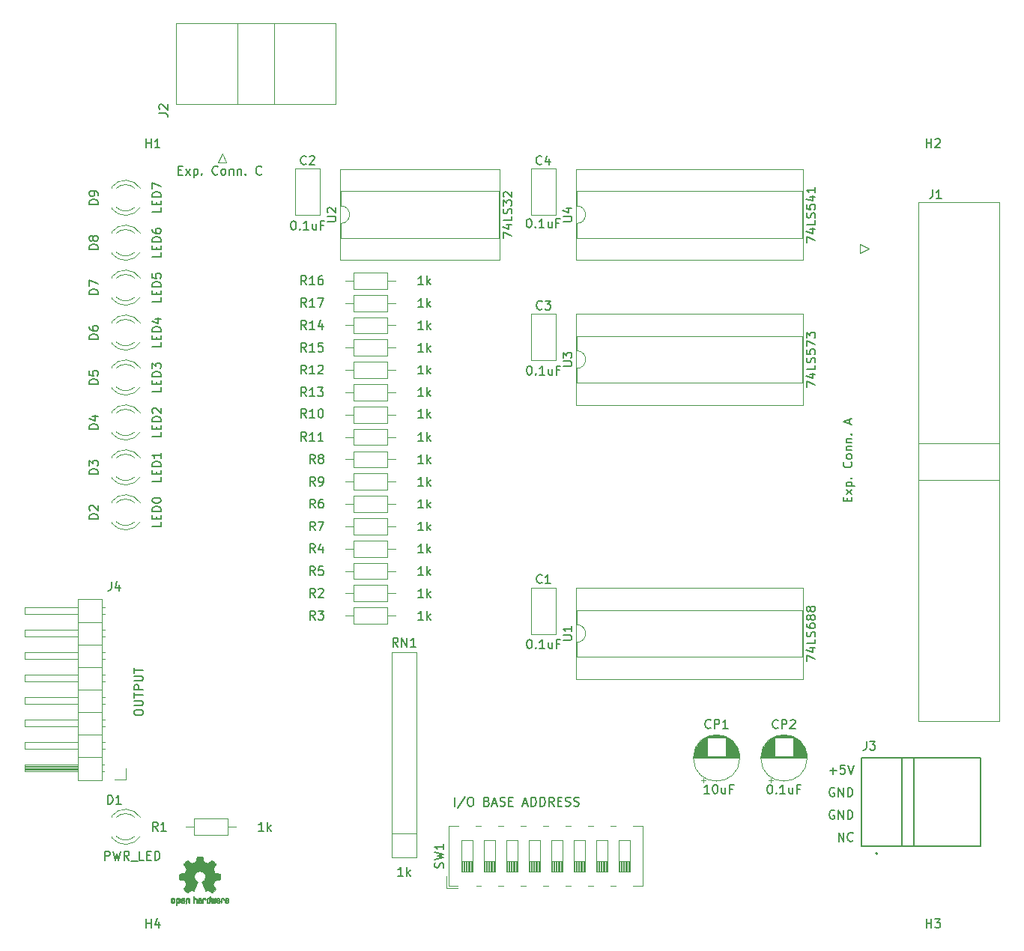
<source format=gbr>
%TF.GenerationSoftware,KiCad,Pcbnew,8.0.2*%
%TF.CreationDate,2024-06-30T15:56:36+02:00*%
%TF.ProjectId,simple_io_board,73696d70-6c65-45f6-996f-5f626f617264,rev?*%
%TF.SameCoordinates,Original*%
%TF.FileFunction,Legend,Top*%
%TF.FilePolarity,Positive*%
%FSLAX46Y46*%
G04 Gerber Fmt 4.6, Leading zero omitted, Abs format (unit mm)*
G04 Created by KiCad (PCBNEW 8.0.2) date 2024-06-30 15:56:36*
%MOMM*%
%LPD*%
G01*
G04 APERTURE LIST*
%ADD10C,0.150000*%
%ADD11C,0.010000*%
%ADD12C,0.120000*%
%ADD13C,0.127000*%
%ADD14C,0.200000*%
G04 APERTURE END LIST*
D10*
X110334588Y-106105438D02*
X110239350Y-106057819D01*
X110239350Y-106057819D02*
X110096493Y-106057819D01*
X110096493Y-106057819D02*
X109953636Y-106105438D01*
X109953636Y-106105438D02*
X109858398Y-106200676D01*
X109858398Y-106200676D02*
X109810779Y-106295914D01*
X109810779Y-106295914D02*
X109763160Y-106486390D01*
X109763160Y-106486390D02*
X109763160Y-106629247D01*
X109763160Y-106629247D02*
X109810779Y-106819723D01*
X109810779Y-106819723D02*
X109858398Y-106914961D01*
X109858398Y-106914961D02*
X109953636Y-107010200D01*
X109953636Y-107010200D02*
X110096493Y-107057819D01*
X110096493Y-107057819D02*
X110191731Y-107057819D01*
X110191731Y-107057819D02*
X110334588Y-107010200D01*
X110334588Y-107010200D02*
X110382207Y-106962580D01*
X110382207Y-106962580D02*
X110382207Y-106629247D01*
X110382207Y-106629247D02*
X110191731Y-106629247D01*
X110810779Y-107057819D02*
X110810779Y-106057819D01*
X110810779Y-106057819D02*
X111382207Y-107057819D01*
X111382207Y-107057819D02*
X111382207Y-106057819D01*
X111858398Y-107057819D02*
X111858398Y-106057819D01*
X111858398Y-106057819D02*
X112096493Y-106057819D01*
X112096493Y-106057819D02*
X112239350Y-106105438D01*
X112239350Y-106105438D02*
X112334588Y-106200676D01*
X112334588Y-106200676D02*
X112382207Y-106295914D01*
X112382207Y-106295914D02*
X112429826Y-106486390D01*
X112429826Y-106486390D02*
X112429826Y-106629247D01*
X112429826Y-106629247D02*
X112382207Y-106819723D01*
X112382207Y-106819723D02*
X112334588Y-106914961D01*
X112334588Y-106914961D02*
X112239350Y-107010200D01*
X112239350Y-107010200D02*
X112096493Y-107057819D01*
X112096493Y-107057819D02*
X111858398Y-107057819D01*
X110826779Y-109597819D02*
X110826779Y-108597819D01*
X110826779Y-108597819D02*
X111398207Y-109597819D01*
X111398207Y-109597819D02*
X111398207Y-108597819D01*
X112445826Y-109502580D02*
X112398207Y-109550200D01*
X112398207Y-109550200D02*
X112255350Y-109597819D01*
X112255350Y-109597819D02*
X112160112Y-109597819D01*
X112160112Y-109597819D02*
X112017255Y-109550200D01*
X112017255Y-109550200D02*
X111922017Y-109454961D01*
X111922017Y-109454961D02*
X111874398Y-109359723D01*
X111874398Y-109359723D02*
X111826779Y-109169247D01*
X111826779Y-109169247D02*
X111826779Y-109026390D01*
X111826779Y-109026390D02*
X111874398Y-108835914D01*
X111874398Y-108835914D02*
X111922017Y-108740676D01*
X111922017Y-108740676D02*
X112017255Y-108645438D01*
X112017255Y-108645438D02*
X112160112Y-108597819D01*
X112160112Y-108597819D02*
X112255350Y-108597819D01*
X112255350Y-108597819D02*
X112398207Y-108645438D01*
X112398207Y-108645438D02*
X112445826Y-108693057D01*
X110334588Y-103565438D02*
X110239350Y-103517819D01*
X110239350Y-103517819D02*
X110096493Y-103517819D01*
X110096493Y-103517819D02*
X109953636Y-103565438D01*
X109953636Y-103565438D02*
X109858398Y-103660676D01*
X109858398Y-103660676D02*
X109810779Y-103755914D01*
X109810779Y-103755914D02*
X109763160Y-103946390D01*
X109763160Y-103946390D02*
X109763160Y-104089247D01*
X109763160Y-104089247D02*
X109810779Y-104279723D01*
X109810779Y-104279723D02*
X109858398Y-104374961D01*
X109858398Y-104374961D02*
X109953636Y-104470200D01*
X109953636Y-104470200D02*
X110096493Y-104517819D01*
X110096493Y-104517819D02*
X110191731Y-104517819D01*
X110191731Y-104517819D02*
X110334588Y-104470200D01*
X110334588Y-104470200D02*
X110382207Y-104422580D01*
X110382207Y-104422580D02*
X110382207Y-104089247D01*
X110382207Y-104089247D02*
X110191731Y-104089247D01*
X110810779Y-104517819D02*
X110810779Y-103517819D01*
X110810779Y-103517819D02*
X111382207Y-104517819D01*
X111382207Y-104517819D02*
X111382207Y-103517819D01*
X111858398Y-104517819D02*
X111858398Y-103517819D01*
X111858398Y-103517819D02*
X112096493Y-103517819D01*
X112096493Y-103517819D02*
X112239350Y-103565438D01*
X112239350Y-103565438D02*
X112334588Y-103660676D01*
X112334588Y-103660676D02*
X112382207Y-103755914D01*
X112382207Y-103755914D02*
X112429826Y-103946390D01*
X112429826Y-103946390D02*
X112429826Y-104089247D01*
X112429826Y-104089247D02*
X112382207Y-104279723D01*
X112382207Y-104279723D02*
X112334588Y-104374961D01*
X112334588Y-104374961D02*
X112239350Y-104470200D01*
X112239350Y-104470200D02*
X112096493Y-104517819D01*
X112096493Y-104517819D02*
X111858398Y-104517819D01*
X109810779Y-101596866D02*
X110572684Y-101596866D01*
X110191731Y-101977819D02*
X110191731Y-101215914D01*
X111525064Y-100977819D02*
X111048874Y-100977819D01*
X111048874Y-100977819D02*
X111001255Y-101454009D01*
X111001255Y-101454009D02*
X111048874Y-101406390D01*
X111048874Y-101406390D02*
X111144112Y-101358771D01*
X111144112Y-101358771D02*
X111382207Y-101358771D01*
X111382207Y-101358771D02*
X111477445Y-101406390D01*
X111477445Y-101406390D02*
X111525064Y-101454009D01*
X111525064Y-101454009D02*
X111572683Y-101549247D01*
X111572683Y-101549247D02*
X111572683Y-101787342D01*
X111572683Y-101787342D02*
X111525064Y-101882580D01*
X111525064Y-101882580D02*
X111477445Y-101930200D01*
X111477445Y-101930200D02*
X111382207Y-101977819D01*
X111382207Y-101977819D02*
X111144112Y-101977819D01*
X111144112Y-101977819D02*
X111048874Y-101930200D01*
X111048874Y-101930200D02*
X111001255Y-101882580D01*
X111858398Y-100977819D02*
X112191731Y-101977819D01*
X112191731Y-101977819D02*
X112525064Y-100977819D01*
X32544595Y-31155319D02*
X32544595Y-30155319D01*
X32544595Y-30631509D02*
X33116023Y-30631509D01*
X33116023Y-31155319D02*
X33116023Y-30155319D01*
X34116023Y-31155319D02*
X33544595Y-31155319D01*
X33830309Y-31155319D02*
X33830309Y-30155319D01*
X33830309Y-30155319D02*
X33735071Y-30298176D01*
X33735071Y-30298176D02*
X33639833Y-30393414D01*
X33639833Y-30393414D02*
X33544595Y-30441033D01*
X50633333Y-32978580D02*
X50585714Y-33026200D01*
X50585714Y-33026200D02*
X50442857Y-33073819D01*
X50442857Y-33073819D02*
X50347619Y-33073819D01*
X50347619Y-33073819D02*
X50204762Y-33026200D01*
X50204762Y-33026200D02*
X50109524Y-32930961D01*
X50109524Y-32930961D02*
X50061905Y-32835723D01*
X50061905Y-32835723D02*
X50014286Y-32645247D01*
X50014286Y-32645247D02*
X50014286Y-32502390D01*
X50014286Y-32502390D02*
X50061905Y-32311914D01*
X50061905Y-32311914D02*
X50109524Y-32216676D01*
X50109524Y-32216676D02*
X50204762Y-32121438D01*
X50204762Y-32121438D02*
X50347619Y-32073819D01*
X50347619Y-32073819D02*
X50442857Y-32073819D01*
X50442857Y-32073819D02*
X50585714Y-32121438D01*
X50585714Y-32121438D02*
X50633333Y-32169057D01*
X51014286Y-32169057D02*
X51061905Y-32121438D01*
X51061905Y-32121438D02*
X51157143Y-32073819D01*
X51157143Y-32073819D02*
X51395238Y-32073819D01*
X51395238Y-32073819D02*
X51490476Y-32121438D01*
X51490476Y-32121438D02*
X51538095Y-32169057D01*
X51538095Y-32169057D02*
X51585714Y-32264295D01*
X51585714Y-32264295D02*
X51585714Y-32359533D01*
X51585714Y-32359533D02*
X51538095Y-32502390D01*
X51538095Y-32502390D02*
X50966667Y-33073819D01*
X50966667Y-33073819D02*
X51585714Y-33073819D01*
X49157143Y-39439819D02*
X49252381Y-39439819D01*
X49252381Y-39439819D02*
X49347619Y-39487438D01*
X49347619Y-39487438D02*
X49395238Y-39535057D01*
X49395238Y-39535057D02*
X49442857Y-39630295D01*
X49442857Y-39630295D02*
X49490476Y-39820771D01*
X49490476Y-39820771D02*
X49490476Y-40058866D01*
X49490476Y-40058866D02*
X49442857Y-40249342D01*
X49442857Y-40249342D02*
X49395238Y-40344580D01*
X49395238Y-40344580D02*
X49347619Y-40392200D01*
X49347619Y-40392200D02*
X49252381Y-40439819D01*
X49252381Y-40439819D02*
X49157143Y-40439819D01*
X49157143Y-40439819D02*
X49061905Y-40392200D01*
X49061905Y-40392200D02*
X49014286Y-40344580D01*
X49014286Y-40344580D02*
X48966667Y-40249342D01*
X48966667Y-40249342D02*
X48919048Y-40058866D01*
X48919048Y-40058866D02*
X48919048Y-39820771D01*
X48919048Y-39820771D02*
X48966667Y-39630295D01*
X48966667Y-39630295D02*
X49014286Y-39535057D01*
X49014286Y-39535057D02*
X49061905Y-39487438D01*
X49061905Y-39487438D02*
X49157143Y-39439819D01*
X49919048Y-40344580D02*
X49966667Y-40392200D01*
X49966667Y-40392200D02*
X49919048Y-40439819D01*
X49919048Y-40439819D02*
X49871429Y-40392200D01*
X49871429Y-40392200D02*
X49919048Y-40344580D01*
X49919048Y-40344580D02*
X49919048Y-40439819D01*
X50919047Y-40439819D02*
X50347619Y-40439819D01*
X50633333Y-40439819D02*
X50633333Y-39439819D01*
X50633333Y-39439819D02*
X50538095Y-39582676D01*
X50538095Y-39582676D02*
X50442857Y-39677914D01*
X50442857Y-39677914D02*
X50347619Y-39725533D01*
X51776190Y-39773152D02*
X51776190Y-40439819D01*
X51347619Y-39773152D02*
X51347619Y-40296961D01*
X51347619Y-40296961D02*
X51395238Y-40392200D01*
X51395238Y-40392200D02*
X51490476Y-40439819D01*
X51490476Y-40439819D02*
X51633333Y-40439819D01*
X51633333Y-40439819D02*
X51728571Y-40392200D01*
X51728571Y-40392200D02*
X51776190Y-40344580D01*
X52585714Y-39916009D02*
X52252381Y-39916009D01*
X52252381Y-40439819D02*
X52252381Y-39439819D01*
X52252381Y-39439819D02*
X52728571Y-39439819D01*
X77263333Y-32998580D02*
X77215714Y-33046200D01*
X77215714Y-33046200D02*
X77072857Y-33093819D01*
X77072857Y-33093819D02*
X76977619Y-33093819D01*
X76977619Y-33093819D02*
X76834762Y-33046200D01*
X76834762Y-33046200D02*
X76739524Y-32950961D01*
X76739524Y-32950961D02*
X76691905Y-32855723D01*
X76691905Y-32855723D02*
X76644286Y-32665247D01*
X76644286Y-32665247D02*
X76644286Y-32522390D01*
X76644286Y-32522390D02*
X76691905Y-32331914D01*
X76691905Y-32331914D02*
X76739524Y-32236676D01*
X76739524Y-32236676D02*
X76834762Y-32141438D01*
X76834762Y-32141438D02*
X76977619Y-32093819D01*
X76977619Y-32093819D02*
X77072857Y-32093819D01*
X77072857Y-32093819D02*
X77215714Y-32141438D01*
X77215714Y-32141438D02*
X77263333Y-32189057D01*
X78120476Y-32427152D02*
X78120476Y-33093819D01*
X77882381Y-32046200D02*
X77644286Y-32760485D01*
X77644286Y-32760485D02*
X78263333Y-32760485D01*
X75787143Y-39205819D02*
X75882381Y-39205819D01*
X75882381Y-39205819D02*
X75977619Y-39253438D01*
X75977619Y-39253438D02*
X76025238Y-39301057D01*
X76025238Y-39301057D02*
X76072857Y-39396295D01*
X76072857Y-39396295D02*
X76120476Y-39586771D01*
X76120476Y-39586771D02*
X76120476Y-39824866D01*
X76120476Y-39824866D02*
X76072857Y-40015342D01*
X76072857Y-40015342D02*
X76025238Y-40110580D01*
X76025238Y-40110580D02*
X75977619Y-40158200D01*
X75977619Y-40158200D02*
X75882381Y-40205819D01*
X75882381Y-40205819D02*
X75787143Y-40205819D01*
X75787143Y-40205819D02*
X75691905Y-40158200D01*
X75691905Y-40158200D02*
X75644286Y-40110580D01*
X75644286Y-40110580D02*
X75596667Y-40015342D01*
X75596667Y-40015342D02*
X75549048Y-39824866D01*
X75549048Y-39824866D02*
X75549048Y-39586771D01*
X75549048Y-39586771D02*
X75596667Y-39396295D01*
X75596667Y-39396295D02*
X75644286Y-39301057D01*
X75644286Y-39301057D02*
X75691905Y-39253438D01*
X75691905Y-39253438D02*
X75787143Y-39205819D01*
X76549048Y-40110580D02*
X76596667Y-40158200D01*
X76596667Y-40158200D02*
X76549048Y-40205819D01*
X76549048Y-40205819D02*
X76501429Y-40158200D01*
X76501429Y-40158200D02*
X76549048Y-40110580D01*
X76549048Y-40110580D02*
X76549048Y-40205819D01*
X77549047Y-40205819D02*
X76977619Y-40205819D01*
X77263333Y-40205819D02*
X77263333Y-39205819D01*
X77263333Y-39205819D02*
X77168095Y-39348676D01*
X77168095Y-39348676D02*
X77072857Y-39443914D01*
X77072857Y-39443914D02*
X76977619Y-39491533D01*
X78406190Y-39539152D02*
X78406190Y-40205819D01*
X77977619Y-39539152D02*
X77977619Y-40062961D01*
X77977619Y-40062961D02*
X78025238Y-40158200D01*
X78025238Y-40158200D02*
X78120476Y-40205819D01*
X78120476Y-40205819D02*
X78263333Y-40205819D01*
X78263333Y-40205819D02*
X78358571Y-40158200D01*
X78358571Y-40158200D02*
X78406190Y-40110580D01*
X79215714Y-39682009D02*
X78882381Y-39682009D01*
X78882381Y-40205819D02*
X78882381Y-39205819D01*
X78882381Y-39205819D02*
X79358571Y-39205819D01*
X50665142Y-49178819D02*
X50331809Y-48702628D01*
X50093714Y-49178819D02*
X50093714Y-48178819D01*
X50093714Y-48178819D02*
X50474666Y-48178819D01*
X50474666Y-48178819D02*
X50569904Y-48226438D01*
X50569904Y-48226438D02*
X50617523Y-48274057D01*
X50617523Y-48274057D02*
X50665142Y-48369295D01*
X50665142Y-48369295D02*
X50665142Y-48512152D01*
X50665142Y-48512152D02*
X50617523Y-48607390D01*
X50617523Y-48607390D02*
X50569904Y-48655009D01*
X50569904Y-48655009D02*
X50474666Y-48702628D01*
X50474666Y-48702628D02*
X50093714Y-48702628D01*
X51617523Y-49178819D02*
X51046095Y-49178819D01*
X51331809Y-49178819D02*
X51331809Y-48178819D01*
X51331809Y-48178819D02*
X51236571Y-48321676D01*
X51236571Y-48321676D02*
X51141333Y-48416914D01*
X51141333Y-48416914D02*
X51046095Y-48464533D01*
X51950857Y-48178819D02*
X52617523Y-48178819D01*
X52617523Y-48178819D02*
X52188952Y-49178819D01*
X63888952Y-49178819D02*
X63317524Y-49178819D01*
X63603238Y-49178819D02*
X63603238Y-48178819D01*
X63603238Y-48178819D02*
X63508000Y-48321676D01*
X63508000Y-48321676D02*
X63412762Y-48416914D01*
X63412762Y-48416914D02*
X63317524Y-48464533D01*
X64317524Y-49178819D02*
X64317524Y-48178819D01*
X64412762Y-48797866D02*
X64698476Y-49178819D01*
X64698476Y-48512152D02*
X64317524Y-48893104D01*
X27124819Y-73128094D02*
X26124819Y-73128094D01*
X26124819Y-73128094D02*
X26124819Y-72889999D01*
X26124819Y-72889999D02*
X26172438Y-72747142D01*
X26172438Y-72747142D02*
X26267676Y-72651904D01*
X26267676Y-72651904D02*
X26362914Y-72604285D01*
X26362914Y-72604285D02*
X26553390Y-72556666D01*
X26553390Y-72556666D02*
X26696247Y-72556666D01*
X26696247Y-72556666D02*
X26886723Y-72604285D01*
X26886723Y-72604285D02*
X26981961Y-72651904D01*
X26981961Y-72651904D02*
X27077200Y-72747142D01*
X27077200Y-72747142D02*
X27124819Y-72889999D01*
X27124819Y-72889999D02*
X27124819Y-73128094D01*
X26220057Y-72175713D02*
X26172438Y-72128094D01*
X26172438Y-72128094D02*
X26124819Y-72032856D01*
X26124819Y-72032856D02*
X26124819Y-71794761D01*
X26124819Y-71794761D02*
X26172438Y-71699523D01*
X26172438Y-71699523D02*
X26220057Y-71651904D01*
X26220057Y-71651904D02*
X26315295Y-71604285D01*
X26315295Y-71604285D02*
X26410533Y-71604285D01*
X26410533Y-71604285D02*
X26553390Y-71651904D01*
X26553390Y-71651904D02*
X27124819Y-72223332D01*
X27124819Y-72223332D02*
X27124819Y-71604285D01*
X34236819Y-73509047D02*
X34236819Y-73985237D01*
X34236819Y-73985237D02*
X33236819Y-73985237D01*
X33713009Y-73175713D02*
X33713009Y-72842380D01*
X34236819Y-72699523D02*
X34236819Y-73175713D01*
X34236819Y-73175713D02*
X33236819Y-73175713D01*
X33236819Y-73175713D02*
X33236819Y-72699523D01*
X34236819Y-72270951D02*
X33236819Y-72270951D01*
X33236819Y-72270951D02*
X33236819Y-72032856D01*
X33236819Y-72032856D02*
X33284438Y-71889999D01*
X33284438Y-71889999D02*
X33379676Y-71794761D01*
X33379676Y-71794761D02*
X33474914Y-71747142D01*
X33474914Y-71747142D02*
X33665390Y-71699523D01*
X33665390Y-71699523D02*
X33808247Y-71699523D01*
X33808247Y-71699523D02*
X33998723Y-71747142D01*
X33998723Y-71747142D02*
X34093961Y-71794761D01*
X34093961Y-71794761D02*
X34189200Y-71889999D01*
X34189200Y-71889999D02*
X34236819Y-72032856D01*
X34236819Y-72032856D02*
X34236819Y-72270951D01*
X33236819Y-71080475D02*
X33236819Y-70985237D01*
X33236819Y-70985237D02*
X33284438Y-70889999D01*
X33284438Y-70889999D02*
X33332057Y-70842380D01*
X33332057Y-70842380D02*
X33427295Y-70794761D01*
X33427295Y-70794761D02*
X33617771Y-70747142D01*
X33617771Y-70747142D02*
X33855866Y-70747142D01*
X33855866Y-70747142D02*
X34046342Y-70794761D01*
X34046342Y-70794761D02*
X34141580Y-70842380D01*
X34141580Y-70842380D02*
X34189200Y-70889999D01*
X34189200Y-70889999D02*
X34236819Y-70985237D01*
X34236819Y-70985237D02*
X34236819Y-71080475D01*
X34236819Y-71080475D02*
X34189200Y-71175713D01*
X34189200Y-71175713D02*
X34141580Y-71223332D01*
X34141580Y-71223332D02*
X34046342Y-71270951D01*
X34046342Y-71270951D02*
X33855866Y-71318570D01*
X33855866Y-71318570D02*
X33617771Y-71318570D01*
X33617771Y-71318570D02*
X33427295Y-71270951D01*
X33427295Y-71270951D02*
X33332057Y-71223332D01*
X33332057Y-71223332D02*
X33284438Y-71175713D01*
X33284438Y-71175713D02*
X33236819Y-71080475D01*
X96361333Y-96725580D02*
X96313714Y-96773200D01*
X96313714Y-96773200D02*
X96170857Y-96820819D01*
X96170857Y-96820819D02*
X96075619Y-96820819D01*
X96075619Y-96820819D02*
X95932762Y-96773200D01*
X95932762Y-96773200D02*
X95837524Y-96677961D01*
X95837524Y-96677961D02*
X95789905Y-96582723D01*
X95789905Y-96582723D02*
X95742286Y-96392247D01*
X95742286Y-96392247D02*
X95742286Y-96249390D01*
X95742286Y-96249390D02*
X95789905Y-96058914D01*
X95789905Y-96058914D02*
X95837524Y-95963676D01*
X95837524Y-95963676D02*
X95932762Y-95868438D01*
X95932762Y-95868438D02*
X96075619Y-95820819D01*
X96075619Y-95820819D02*
X96170857Y-95820819D01*
X96170857Y-95820819D02*
X96313714Y-95868438D01*
X96313714Y-95868438D02*
X96361333Y-95916057D01*
X96789905Y-96820819D02*
X96789905Y-95820819D01*
X96789905Y-95820819D02*
X97170857Y-95820819D01*
X97170857Y-95820819D02*
X97266095Y-95868438D01*
X97266095Y-95868438D02*
X97313714Y-95916057D01*
X97313714Y-95916057D02*
X97361333Y-96011295D01*
X97361333Y-96011295D02*
X97361333Y-96154152D01*
X97361333Y-96154152D02*
X97313714Y-96249390D01*
X97313714Y-96249390D02*
X97266095Y-96297009D01*
X97266095Y-96297009D02*
X97170857Y-96344628D01*
X97170857Y-96344628D02*
X96789905Y-96344628D01*
X98313714Y-96820819D02*
X97742286Y-96820819D01*
X98028000Y-96820819D02*
X98028000Y-95820819D01*
X98028000Y-95820819D02*
X97932762Y-95963676D01*
X97932762Y-95963676D02*
X97837524Y-96058914D01*
X97837524Y-96058914D02*
X97742286Y-96106533D01*
X96210571Y-104186819D02*
X95639143Y-104186819D01*
X95924857Y-104186819D02*
X95924857Y-103186819D01*
X95924857Y-103186819D02*
X95829619Y-103329676D01*
X95829619Y-103329676D02*
X95734381Y-103424914D01*
X95734381Y-103424914D02*
X95639143Y-103472533D01*
X96829619Y-103186819D02*
X96924857Y-103186819D01*
X96924857Y-103186819D02*
X97020095Y-103234438D01*
X97020095Y-103234438D02*
X97067714Y-103282057D01*
X97067714Y-103282057D02*
X97115333Y-103377295D01*
X97115333Y-103377295D02*
X97162952Y-103567771D01*
X97162952Y-103567771D02*
X97162952Y-103805866D01*
X97162952Y-103805866D02*
X97115333Y-103996342D01*
X97115333Y-103996342D02*
X97067714Y-104091580D01*
X97067714Y-104091580D02*
X97020095Y-104139200D01*
X97020095Y-104139200D02*
X96924857Y-104186819D01*
X96924857Y-104186819D02*
X96829619Y-104186819D01*
X96829619Y-104186819D02*
X96734381Y-104139200D01*
X96734381Y-104139200D02*
X96686762Y-104091580D01*
X96686762Y-104091580D02*
X96639143Y-103996342D01*
X96639143Y-103996342D02*
X96591524Y-103805866D01*
X96591524Y-103805866D02*
X96591524Y-103567771D01*
X96591524Y-103567771D02*
X96639143Y-103377295D01*
X96639143Y-103377295D02*
X96686762Y-103282057D01*
X96686762Y-103282057D02*
X96734381Y-103234438D01*
X96734381Y-103234438D02*
X96829619Y-103186819D01*
X98020095Y-103520152D02*
X98020095Y-104186819D01*
X97591524Y-103520152D02*
X97591524Y-104043961D01*
X97591524Y-104043961D02*
X97639143Y-104139200D01*
X97639143Y-104139200D02*
X97734381Y-104186819D01*
X97734381Y-104186819D02*
X97877238Y-104186819D01*
X97877238Y-104186819D02*
X97972476Y-104139200D01*
X97972476Y-104139200D02*
X98020095Y-104091580D01*
X98829619Y-103663009D02*
X98496286Y-103663009D01*
X98496286Y-104186819D02*
X98496286Y-103186819D01*
X98496286Y-103186819D02*
X98972476Y-103186819D01*
X27124819Y-52808094D02*
X26124819Y-52808094D01*
X26124819Y-52808094D02*
X26124819Y-52569999D01*
X26124819Y-52569999D02*
X26172438Y-52427142D01*
X26172438Y-52427142D02*
X26267676Y-52331904D01*
X26267676Y-52331904D02*
X26362914Y-52284285D01*
X26362914Y-52284285D02*
X26553390Y-52236666D01*
X26553390Y-52236666D02*
X26696247Y-52236666D01*
X26696247Y-52236666D02*
X26886723Y-52284285D01*
X26886723Y-52284285D02*
X26981961Y-52331904D01*
X26981961Y-52331904D02*
X27077200Y-52427142D01*
X27077200Y-52427142D02*
X27124819Y-52569999D01*
X27124819Y-52569999D02*
X27124819Y-52808094D01*
X26124819Y-51379523D02*
X26124819Y-51569999D01*
X26124819Y-51569999D02*
X26172438Y-51665237D01*
X26172438Y-51665237D02*
X26220057Y-51712856D01*
X26220057Y-51712856D02*
X26362914Y-51808094D01*
X26362914Y-51808094D02*
X26553390Y-51855713D01*
X26553390Y-51855713D02*
X26934342Y-51855713D01*
X26934342Y-51855713D02*
X27029580Y-51808094D01*
X27029580Y-51808094D02*
X27077200Y-51760475D01*
X27077200Y-51760475D02*
X27124819Y-51665237D01*
X27124819Y-51665237D02*
X27124819Y-51474761D01*
X27124819Y-51474761D02*
X27077200Y-51379523D01*
X27077200Y-51379523D02*
X27029580Y-51331904D01*
X27029580Y-51331904D02*
X26934342Y-51284285D01*
X26934342Y-51284285D02*
X26696247Y-51284285D01*
X26696247Y-51284285D02*
X26601009Y-51331904D01*
X26601009Y-51331904D02*
X26553390Y-51379523D01*
X26553390Y-51379523D02*
X26505771Y-51474761D01*
X26505771Y-51474761D02*
X26505771Y-51665237D01*
X26505771Y-51665237D02*
X26553390Y-51760475D01*
X26553390Y-51760475D02*
X26601009Y-51808094D01*
X26601009Y-51808094D02*
X26696247Y-51855713D01*
X34236819Y-53189047D02*
X34236819Y-53665237D01*
X34236819Y-53665237D02*
X33236819Y-53665237D01*
X33713009Y-52855713D02*
X33713009Y-52522380D01*
X34236819Y-52379523D02*
X34236819Y-52855713D01*
X34236819Y-52855713D02*
X33236819Y-52855713D01*
X33236819Y-52855713D02*
X33236819Y-52379523D01*
X34236819Y-51950951D02*
X33236819Y-51950951D01*
X33236819Y-51950951D02*
X33236819Y-51712856D01*
X33236819Y-51712856D02*
X33284438Y-51569999D01*
X33284438Y-51569999D02*
X33379676Y-51474761D01*
X33379676Y-51474761D02*
X33474914Y-51427142D01*
X33474914Y-51427142D02*
X33665390Y-51379523D01*
X33665390Y-51379523D02*
X33808247Y-51379523D01*
X33808247Y-51379523D02*
X33998723Y-51427142D01*
X33998723Y-51427142D02*
X34093961Y-51474761D01*
X34093961Y-51474761D02*
X34189200Y-51569999D01*
X34189200Y-51569999D02*
X34236819Y-51712856D01*
X34236819Y-51712856D02*
X34236819Y-51950951D01*
X33570152Y-50522380D02*
X34236819Y-50522380D01*
X33189200Y-50760475D02*
X33903485Y-50998570D01*
X33903485Y-50998570D02*
X33903485Y-50379523D01*
X50665142Y-51703819D02*
X50331809Y-51227628D01*
X50093714Y-51703819D02*
X50093714Y-50703819D01*
X50093714Y-50703819D02*
X50474666Y-50703819D01*
X50474666Y-50703819D02*
X50569904Y-50751438D01*
X50569904Y-50751438D02*
X50617523Y-50799057D01*
X50617523Y-50799057D02*
X50665142Y-50894295D01*
X50665142Y-50894295D02*
X50665142Y-51037152D01*
X50665142Y-51037152D02*
X50617523Y-51132390D01*
X50617523Y-51132390D02*
X50569904Y-51180009D01*
X50569904Y-51180009D02*
X50474666Y-51227628D01*
X50474666Y-51227628D02*
X50093714Y-51227628D01*
X51617523Y-51703819D02*
X51046095Y-51703819D01*
X51331809Y-51703819D02*
X51331809Y-50703819D01*
X51331809Y-50703819D02*
X51236571Y-50846676D01*
X51236571Y-50846676D02*
X51141333Y-50941914D01*
X51141333Y-50941914D02*
X51046095Y-50989533D01*
X52474666Y-51037152D02*
X52474666Y-51703819D01*
X52236571Y-50656200D02*
X51998476Y-51370485D01*
X51998476Y-51370485D02*
X52617523Y-51370485D01*
X63888952Y-51703819D02*
X63317524Y-51703819D01*
X63603238Y-51703819D02*
X63603238Y-50703819D01*
X63603238Y-50703819D02*
X63508000Y-50846676D01*
X63508000Y-50846676D02*
X63412762Y-50941914D01*
X63412762Y-50941914D02*
X63317524Y-50989533D01*
X64317524Y-51703819D02*
X64317524Y-50703819D01*
X64412762Y-51322866D02*
X64698476Y-51703819D01*
X64698476Y-51037152D02*
X64317524Y-51418104D01*
X50665142Y-54228819D02*
X50331809Y-53752628D01*
X50093714Y-54228819D02*
X50093714Y-53228819D01*
X50093714Y-53228819D02*
X50474666Y-53228819D01*
X50474666Y-53228819D02*
X50569904Y-53276438D01*
X50569904Y-53276438D02*
X50617523Y-53324057D01*
X50617523Y-53324057D02*
X50665142Y-53419295D01*
X50665142Y-53419295D02*
X50665142Y-53562152D01*
X50665142Y-53562152D02*
X50617523Y-53657390D01*
X50617523Y-53657390D02*
X50569904Y-53705009D01*
X50569904Y-53705009D02*
X50474666Y-53752628D01*
X50474666Y-53752628D02*
X50093714Y-53752628D01*
X51617523Y-54228819D02*
X51046095Y-54228819D01*
X51331809Y-54228819D02*
X51331809Y-53228819D01*
X51331809Y-53228819D02*
X51236571Y-53371676D01*
X51236571Y-53371676D02*
X51141333Y-53466914D01*
X51141333Y-53466914D02*
X51046095Y-53514533D01*
X52522285Y-53228819D02*
X52046095Y-53228819D01*
X52046095Y-53228819D02*
X51998476Y-53705009D01*
X51998476Y-53705009D02*
X52046095Y-53657390D01*
X52046095Y-53657390D02*
X52141333Y-53609771D01*
X52141333Y-53609771D02*
X52379428Y-53609771D01*
X52379428Y-53609771D02*
X52474666Y-53657390D01*
X52474666Y-53657390D02*
X52522285Y-53705009D01*
X52522285Y-53705009D02*
X52569904Y-53800247D01*
X52569904Y-53800247D02*
X52569904Y-54038342D01*
X52569904Y-54038342D02*
X52522285Y-54133580D01*
X52522285Y-54133580D02*
X52474666Y-54181200D01*
X52474666Y-54181200D02*
X52379428Y-54228819D01*
X52379428Y-54228819D02*
X52141333Y-54228819D01*
X52141333Y-54228819D02*
X52046095Y-54181200D01*
X52046095Y-54181200D02*
X51998476Y-54133580D01*
X63888952Y-54243819D02*
X63317524Y-54243819D01*
X63603238Y-54243819D02*
X63603238Y-53243819D01*
X63603238Y-53243819D02*
X63508000Y-53386676D01*
X63508000Y-53386676D02*
X63412762Y-53481914D01*
X63412762Y-53481914D02*
X63317524Y-53529533D01*
X64317524Y-54243819D02*
X64317524Y-53243819D01*
X64412762Y-53862866D02*
X64698476Y-54243819D01*
X64698476Y-53577152D02*
X64317524Y-53958104D01*
X33869333Y-108404819D02*
X33536000Y-107928628D01*
X33297905Y-108404819D02*
X33297905Y-107404819D01*
X33297905Y-107404819D02*
X33678857Y-107404819D01*
X33678857Y-107404819D02*
X33774095Y-107452438D01*
X33774095Y-107452438D02*
X33821714Y-107500057D01*
X33821714Y-107500057D02*
X33869333Y-107595295D01*
X33869333Y-107595295D02*
X33869333Y-107738152D01*
X33869333Y-107738152D02*
X33821714Y-107833390D01*
X33821714Y-107833390D02*
X33774095Y-107881009D01*
X33774095Y-107881009D02*
X33678857Y-107928628D01*
X33678857Y-107928628D02*
X33297905Y-107928628D01*
X34821714Y-108404819D02*
X34250286Y-108404819D01*
X34536000Y-108404819D02*
X34536000Y-107404819D01*
X34536000Y-107404819D02*
X34440762Y-107547676D01*
X34440762Y-107547676D02*
X34345524Y-107642914D01*
X34345524Y-107642914D02*
X34250286Y-107690533D01*
X45854952Y-108404819D02*
X45283524Y-108404819D01*
X45569238Y-108404819D02*
X45569238Y-107404819D01*
X45569238Y-107404819D02*
X45474000Y-107547676D01*
X45474000Y-107547676D02*
X45378762Y-107642914D01*
X45378762Y-107642914D02*
X45283524Y-107690533D01*
X46283524Y-108404819D02*
X46283524Y-107404819D01*
X46378762Y-108023866D02*
X46664476Y-108404819D01*
X46664476Y-107738152D02*
X46283524Y-108119104D01*
X28622666Y-80226819D02*
X28622666Y-80941104D01*
X28622666Y-80941104D02*
X28575047Y-81083961D01*
X28575047Y-81083961D02*
X28479809Y-81179200D01*
X28479809Y-81179200D02*
X28336952Y-81226819D01*
X28336952Y-81226819D02*
X28241714Y-81226819D01*
X29527428Y-80560152D02*
X29527428Y-81226819D01*
X29289333Y-80179200D02*
X29051238Y-80893485D01*
X29051238Y-80893485D02*
X29670285Y-80893485D01*
X31204819Y-95114761D02*
X31204819Y-94924285D01*
X31204819Y-94924285D02*
X31252438Y-94829047D01*
X31252438Y-94829047D02*
X31347676Y-94733809D01*
X31347676Y-94733809D02*
X31538152Y-94686190D01*
X31538152Y-94686190D02*
X31871485Y-94686190D01*
X31871485Y-94686190D02*
X32061961Y-94733809D01*
X32061961Y-94733809D02*
X32157200Y-94829047D01*
X32157200Y-94829047D02*
X32204819Y-94924285D01*
X32204819Y-94924285D02*
X32204819Y-95114761D01*
X32204819Y-95114761D02*
X32157200Y-95209999D01*
X32157200Y-95209999D02*
X32061961Y-95305237D01*
X32061961Y-95305237D02*
X31871485Y-95352856D01*
X31871485Y-95352856D02*
X31538152Y-95352856D01*
X31538152Y-95352856D02*
X31347676Y-95305237D01*
X31347676Y-95305237D02*
X31252438Y-95209999D01*
X31252438Y-95209999D02*
X31204819Y-95114761D01*
X31204819Y-94257618D02*
X32014342Y-94257618D01*
X32014342Y-94257618D02*
X32109580Y-94209999D01*
X32109580Y-94209999D02*
X32157200Y-94162380D01*
X32157200Y-94162380D02*
X32204819Y-94067142D01*
X32204819Y-94067142D02*
X32204819Y-93876666D01*
X32204819Y-93876666D02*
X32157200Y-93781428D01*
X32157200Y-93781428D02*
X32109580Y-93733809D01*
X32109580Y-93733809D02*
X32014342Y-93686190D01*
X32014342Y-93686190D02*
X31204819Y-93686190D01*
X31204819Y-93352856D02*
X31204819Y-92781428D01*
X32204819Y-93067142D02*
X31204819Y-93067142D01*
X32204819Y-92448094D02*
X31204819Y-92448094D01*
X31204819Y-92448094D02*
X31204819Y-92067142D01*
X31204819Y-92067142D02*
X31252438Y-91971904D01*
X31252438Y-91971904D02*
X31300057Y-91924285D01*
X31300057Y-91924285D02*
X31395295Y-91876666D01*
X31395295Y-91876666D02*
X31538152Y-91876666D01*
X31538152Y-91876666D02*
X31633390Y-91924285D01*
X31633390Y-91924285D02*
X31681009Y-91971904D01*
X31681009Y-91971904D02*
X31728628Y-92067142D01*
X31728628Y-92067142D02*
X31728628Y-92448094D01*
X31204819Y-91448094D02*
X32014342Y-91448094D01*
X32014342Y-91448094D02*
X32109580Y-91400475D01*
X32109580Y-91400475D02*
X32157200Y-91352856D01*
X32157200Y-91352856D02*
X32204819Y-91257618D01*
X32204819Y-91257618D02*
X32204819Y-91067142D01*
X32204819Y-91067142D02*
X32157200Y-90971904D01*
X32157200Y-90971904D02*
X32109580Y-90924285D01*
X32109580Y-90924285D02*
X32014342Y-90876666D01*
X32014342Y-90876666D02*
X31204819Y-90876666D01*
X31204819Y-90543332D02*
X31204819Y-89971904D01*
X32204819Y-90257618D02*
X31204819Y-90257618D01*
X50665142Y-64328819D02*
X50331809Y-63852628D01*
X50093714Y-64328819D02*
X50093714Y-63328819D01*
X50093714Y-63328819D02*
X50474666Y-63328819D01*
X50474666Y-63328819D02*
X50569904Y-63376438D01*
X50569904Y-63376438D02*
X50617523Y-63424057D01*
X50617523Y-63424057D02*
X50665142Y-63519295D01*
X50665142Y-63519295D02*
X50665142Y-63662152D01*
X50665142Y-63662152D02*
X50617523Y-63757390D01*
X50617523Y-63757390D02*
X50569904Y-63805009D01*
X50569904Y-63805009D02*
X50474666Y-63852628D01*
X50474666Y-63852628D02*
X50093714Y-63852628D01*
X51617523Y-64328819D02*
X51046095Y-64328819D01*
X51331809Y-64328819D02*
X51331809Y-63328819D01*
X51331809Y-63328819D02*
X51236571Y-63471676D01*
X51236571Y-63471676D02*
X51141333Y-63566914D01*
X51141333Y-63566914D02*
X51046095Y-63614533D01*
X52569904Y-64328819D02*
X51998476Y-64328819D01*
X52284190Y-64328819D02*
X52284190Y-63328819D01*
X52284190Y-63328819D02*
X52188952Y-63471676D01*
X52188952Y-63471676D02*
X52093714Y-63566914D01*
X52093714Y-63566914D02*
X51998476Y-63614533D01*
X63888952Y-64328819D02*
X63317524Y-64328819D01*
X63603238Y-64328819D02*
X63603238Y-63328819D01*
X63603238Y-63328819D02*
X63508000Y-63471676D01*
X63508000Y-63471676D02*
X63412762Y-63566914D01*
X63412762Y-63566914D02*
X63317524Y-63614533D01*
X64317524Y-64328819D02*
X64317524Y-63328819D01*
X64412762Y-63947866D02*
X64698476Y-64328819D01*
X64698476Y-63662152D02*
X64317524Y-64043104D01*
X27124819Y-68048094D02*
X26124819Y-68048094D01*
X26124819Y-68048094D02*
X26124819Y-67809999D01*
X26124819Y-67809999D02*
X26172438Y-67667142D01*
X26172438Y-67667142D02*
X26267676Y-67571904D01*
X26267676Y-67571904D02*
X26362914Y-67524285D01*
X26362914Y-67524285D02*
X26553390Y-67476666D01*
X26553390Y-67476666D02*
X26696247Y-67476666D01*
X26696247Y-67476666D02*
X26886723Y-67524285D01*
X26886723Y-67524285D02*
X26981961Y-67571904D01*
X26981961Y-67571904D02*
X27077200Y-67667142D01*
X27077200Y-67667142D02*
X27124819Y-67809999D01*
X27124819Y-67809999D02*
X27124819Y-68048094D01*
X26124819Y-67143332D02*
X26124819Y-66524285D01*
X26124819Y-66524285D02*
X26505771Y-66857618D01*
X26505771Y-66857618D02*
X26505771Y-66714761D01*
X26505771Y-66714761D02*
X26553390Y-66619523D01*
X26553390Y-66619523D02*
X26601009Y-66571904D01*
X26601009Y-66571904D02*
X26696247Y-66524285D01*
X26696247Y-66524285D02*
X26934342Y-66524285D01*
X26934342Y-66524285D02*
X27029580Y-66571904D01*
X27029580Y-66571904D02*
X27077200Y-66619523D01*
X27077200Y-66619523D02*
X27124819Y-66714761D01*
X27124819Y-66714761D02*
X27124819Y-67000475D01*
X27124819Y-67000475D02*
X27077200Y-67095713D01*
X27077200Y-67095713D02*
X27029580Y-67143332D01*
X34236819Y-68429047D02*
X34236819Y-68905237D01*
X34236819Y-68905237D02*
X33236819Y-68905237D01*
X33713009Y-68095713D02*
X33713009Y-67762380D01*
X34236819Y-67619523D02*
X34236819Y-68095713D01*
X34236819Y-68095713D02*
X33236819Y-68095713D01*
X33236819Y-68095713D02*
X33236819Y-67619523D01*
X34236819Y-67190951D02*
X33236819Y-67190951D01*
X33236819Y-67190951D02*
X33236819Y-66952856D01*
X33236819Y-66952856D02*
X33284438Y-66809999D01*
X33284438Y-66809999D02*
X33379676Y-66714761D01*
X33379676Y-66714761D02*
X33474914Y-66667142D01*
X33474914Y-66667142D02*
X33665390Y-66619523D01*
X33665390Y-66619523D02*
X33808247Y-66619523D01*
X33808247Y-66619523D02*
X33998723Y-66667142D01*
X33998723Y-66667142D02*
X34093961Y-66714761D01*
X34093961Y-66714761D02*
X34189200Y-66809999D01*
X34189200Y-66809999D02*
X34236819Y-66952856D01*
X34236819Y-66952856D02*
X34236819Y-67190951D01*
X34236819Y-65667142D02*
X34236819Y-66238570D01*
X34236819Y-65952856D02*
X33236819Y-65952856D01*
X33236819Y-65952856D02*
X33379676Y-66048094D01*
X33379676Y-66048094D02*
X33474914Y-66143332D01*
X33474914Y-66143332D02*
X33522533Y-66238570D01*
X66131200Y-112575332D02*
X66178819Y-112432475D01*
X66178819Y-112432475D02*
X66178819Y-112194380D01*
X66178819Y-112194380D02*
X66131200Y-112099142D01*
X66131200Y-112099142D02*
X66083580Y-112051523D01*
X66083580Y-112051523D02*
X65988342Y-112003904D01*
X65988342Y-112003904D02*
X65893104Y-112003904D01*
X65893104Y-112003904D02*
X65797866Y-112051523D01*
X65797866Y-112051523D02*
X65750247Y-112099142D01*
X65750247Y-112099142D02*
X65702628Y-112194380D01*
X65702628Y-112194380D02*
X65655009Y-112384856D01*
X65655009Y-112384856D02*
X65607390Y-112480094D01*
X65607390Y-112480094D02*
X65559771Y-112527713D01*
X65559771Y-112527713D02*
X65464533Y-112575332D01*
X65464533Y-112575332D02*
X65369295Y-112575332D01*
X65369295Y-112575332D02*
X65274057Y-112527713D01*
X65274057Y-112527713D02*
X65226438Y-112480094D01*
X65226438Y-112480094D02*
X65178819Y-112384856D01*
X65178819Y-112384856D02*
X65178819Y-112146761D01*
X65178819Y-112146761D02*
X65226438Y-112003904D01*
X65178819Y-111670570D02*
X66178819Y-111432475D01*
X66178819Y-111432475D02*
X65464533Y-111241999D01*
X65464533Y-111241999D02*
X66178819Y-111051523D01*
X66178819Y-111051523D02*
X65178819Y-110813428D01*
X66178819Y-109908666D02*
X66178819Y-110480094D01*
X66178819Y-110194380D02*
X65178819Y-110194380D01*
X65178819Y-110194380D02*
X65321676Y-110289618D01*
X65321676Y-110289618D02*
X65416914Y-110384856D01*
X65416914Y-110384856D02*
X65464533Y-110480094D01*
X67422000Y-105610819D02*
X67422000Y-104610819D01*
X68612475Y-104563200D02*
X67755333Y-105848914D01*
X69136285Y-104610819D02*
X69326761Y-104610819D01*
X69326761Y-104610819D02*
X69421999Y-104658438D01*
X69421999Y-104658438D02*
X69517237Y-104753676D01*
X69517237Y-104753676D02*
X69564856Y-104944152D01*
X69564856Y-104944152D02*
X69564856Y-105277485D01*
X69564856Y-105277485D02*
X69517237Y-105467961D01*
X69517237Y-105467961D02*
X69421999Y-105563200D01*
X69421999Y-105563200D02*
X69326761Y-105610819D01*
X69326761Y-105610819D02*
X69136285Y-105610819D01*
X69136285Y-105610819D02*
X69041047Y-105563200D01*
X69041047Y-105563200D02*
X68945809Y-105467961D01*
X68945809Y-105467961D02*
X68898190Y-105277485D01*
X68898190Y-105277485D02*
X68898190Y-104944152D01*
X68898190Y-104944152D02*
X68945809Y-104753676D01*
X68945809Y-104753676D02*
X69041047Y-104658438D01*
X69041047Y-104658438D02*
X69136285Y-104610819D01*
X71088666Y-105087009D02*
X71231523Y-105134628D01*
X71231523Y-105134628D02*
X71279142Y-105182247D01*
X71279142Y-105182247D02*
X71326761Y-105277485D01*
X71326761Y-105277485D02*
X71326761Y-105420342D01*
X71326761Y-105420342D02*
X71279142Y-105515580D01*
X71279142Y-105515580D02*
X71231523Y-105563200D01*
X71231523Y-105563200D02*
X71136285Y-105610819D01*
X71136285Y-105610819D02*
X70755333Y-105610819D01*
X70755333Y-105610819D02*
X70755333Y-104610819D01*
X70755333Y-104610819D02*
X71088666Y-104610819D01*
X71088666Y-104610819D02*
X71183904Y-104658438D01*
X71183904Y-104658438D02*
X71231523Y-104706057D01*
X71231523Y-104706057D02*
X71279142Y-104801295D01*
X71279142Y-104801295D02*
X71279142Y-104896533D01*
X71279142Y-104896533D02*
X71231523Y-104991771D01*
X71231523Y-104991771D02*
X71183904Y-105039390D01*
X71183904Y-105039390D02*
X71088666Y-105087009D01*
X71088666Y-105087009D02*
X70755333Y-105087009D01*
X71707714Y-105325104D02*
X72183904Y-105325104D01*
X71612476Y-105610819D02*
X71945809Y-104610819D01*
X71945809Y-104610819D02*
X72279142Y-105610819D01*
X72564857Y-105563200D02*
X72707714Y-105610819D01*
X72707714Y-105610819D02*
X72945809Y-105610819D01*
X72945809Y-105610819D02*
X73041047Y-105563200D01*
X73041047Y-105563200D02*
X73088666Y-105515580D01*
X73088666Y-105515580D02*
X73136285Y-105420342D01*
X73136285Y-105420342D02*
X73136285Y-105325104D01*
X73136285Y-105325104D02*
X73088666Y-105229866D01*
X73088666Y-105229866D02*
X73041047Y-105182247D01*
X73041047Y-105182247D02*
X72945809Y-105134628D01*
X72945809Y-105134628D02*
X72755333Y-105087009D01*
X72755333Y-105087009D02*
X72660095Y-105039390D01*
X72660095Y-105039390D02*
X72612476Y-104991771D01*
X72612476Y-104991771D02*
X72564857Y-104896533D01*
X72564857Y-104896533D02*
X72564857Y-104801295D01*
X72564857Y-104801295D02*
X72612476Y-104706057D01*
X72612476Y-104706057D02*
X72660095Y-104658438D01*
X72660095Y-104658438D02*
X72755333Y-104610819D01*
X72755333Y-104610819D02*
X72993428Y-104610819D01*
X72993428Y-104610819D02*
X73136285Y-104658438D01*
X73564857Y-105087009D02*
X73898190Y-105087009D01*
X74041047Y-105610819D02*
X73564857Y-105610819D01*
X73564857Y-105610819D02*
X73564857Y-104610819D01*
X73564857Y-104610819D02*
X74041047Y-104610819D01*
X75183905Y-105325104D02*
X75660095Y-105325104D01*
X75088667Y-105610819D02*
X75422000Y-104610819D01*
X75422000Y-104610819D02*
X75755333Y-105610819D01*
X76088667Y-105610819D02*
X76088667Y-104610819D01*
X76088667Y-104610819D02*
X76326762Y-104610819D01*
X76326762Y-104610819D02*
X76469619Y-104658438D01*
X76469619Y-104658438D02*
X76564857Y-104753676D01*
X76564857Y-104753676D02*
X76612476Y-104848914D01*
X76612476Y-104848914D02*
X76660095Y-105039390D01*
X76660095Y-105039390D02*
X76660095Y-105182247D01*
X76660095Y-105182247D02*
X76612476Y-105372723D01*
X76612476Y-105372723D02*
X76564857Y-105467961D01*
X76564857Y-105467961D02*
X76469619Y-105563200D01*
X76469619Y-105563200D02*
X76326762Y-105610819D01*
X76326762Y-105610819D02*
X76088667Y-105610819D01*
X77088667Y-105610819D02*
X77088667Y-104610819D01*
X77088667Y-104610819D02*
X77326762Y-104610819D01*
X77326762Y-104610819D02*
X77469619Y-104658438D01*
X77469619Y-104658438D02*
X77564857Y-104753676D01*
X77564857Y-104753676D02*
X77612476Y-104848914D01*
X77612476Y-104848914D02*
X77660095Y-105039390D01*
X77660095Y-105039390D02*
X77660095Y-105182247D01*
X77660095Y-105182247D02*
X77612476Y-105372723D01*
X77612476Y-105372723D02*
X77564857Y-105467961D01*
X77564857Y-105467961D02*
X77469619Y-105563200D01*
X77469619Y-105563200D02*
X77326762Y-105610819D01*
X77326762Y-105610819D02*
X77088667Y-105610819D01*
X78660095Y-105610819D02*
X78326762Y-105134628D01*
X78088667Y-105610819D02*
X78088667Y-104610819D01*
X78088667Y-104610819D02*
X78469619Y-104610819D01*
X78469619Y-104610819D02*
X78564857Y-104658438D01*
X78564857Y-104658438D02*
X78612476Y-104706057D01*
X78612476Y-104706057D02*
X78660095Y-104801295D01*
X78660095Y-104801295D02*
X78660095Y-104944152D01*
X78660095Y-104944152D02*
X78612476Y-105039390D01*
X78612476Y-105039390D02*
X78564857Y-105087009D01*
X78564857Y-105087009D02*
X78469619Y-105134628D01*
X78469619Y-105134628D02*
X78088667Y-105134628D01*
X79088667Y-105087009D02*
X79422000Y-105087009D01*
X79564857Y-105610819D02*
X79088667Y-105610819D01*
X79088667Y-105610819D02*
X79088667Y-104610819D01*
X79088667Y-104610819D02*
X79564857Y-104610819D01*
X79945810Y-105563200D02*
X80088667Y-105610819D01*
X80088667Y-105610819D02*
X80326762Y-105610819D01*
X80326762Y-105610819D02*
X80422000Y-105563200D01*
X80422000Y-105563200D02*
X80469619Y-105515580D01*
X80469619Y-105515580D02*
X80517238Y-105420342D01*
X80517238Y-105420342D02*
X80517238Y-105325104D01*
X80517238Y-105325104D02*
X80469619Y-105229866D01*
X80469619Y-105229866D02*
X80422000Y-105182247D01*
X80422000Y-105182247D02*
X80326762Y-105134628D01*
X80326762Y-105134628D02*
X80136286Y-105087009D01*
X80136286Y-105087009D02*
X80041048Y-105039390D01*
X80041048Y-105039390D02*
X79993429Y-104991771D01*
X79993429Y-104991771D02*
X79945810Y-104896533D01*
X79945810Y-104896533D02*
X79945810Y-104801295D01*
X79945810Y-104801295D02*
X79993429Y-104706057D01*
X79993429Y-104706057D02*
X80041048Y-104658438D01*
X80041048Y-104658438D02*
X80136286Y-104610819D01*
X80136286Y-104610819D02*
X80374381Y-104610819D01*
X80374381Y-104610819D02*
X80517238Y-104658438D01*
X80898191Y-105563200D02*
X81041048Y-105610819D01*
X81041048Y-105610819D02*
X81279143Y-105610819D01*
X81279143Y-105610819D02*
X81374381Y-105563200D01*
X81374381Y-105563200D02*
X81422000Y-105515580D01*
X81422000Y-105515580D02*
X81469619Y-105420342D01*
X81469619Y-105420342D02*
X81469619Y-105325104D01*
X81469619Y-105325104D02*
X81422000Y-105229866D01*
X81422000Y-105229866D02*
X81374381Y-105182247D01*
X81374381Y-105182247D02*
X81279143Y-105134628D01*
X81279143Y-105134628D02*
X81088667Y-105087009D01*
X81088667Y-105087009D02*
X80993429Y-105039390D01*
X80993429Y-105039390D02*
X80945810Y-104991771D01*
X80945810Y-104991771D02*
X80898191Y-104896533D01*
X80898191Y-104896533D02*
X80898191Y-104801295D01*
X80898191Y-104801295D02*
X80945810Y-104706057D01*
X80945810Y-104706057D02*
X80993429Y-104658438D01*
X80993429Y-104658438D02*
X81088667Y-104610819D01*
X81088667Y-104610819D02*
X81326762Y-104610819D01*
X81326762Y-104610819D02*
X81469619Y-104658438D01*
X50665142Y-61698819D02*
X50331809Y-61222628D01*
X50093714Y-61698819D02*
X50093714Y-60698819D01*
X50093714Y-60698819D02*
X50474666Y-60698819D01*
X50474666Y-60698819D02*
X50569904Y-60746438D01*
X50569904Y-60746438D02*
X50617523Y-60794057D01*
X50617523Y-60794057D02*
X50665142Y-60889295D01*
X50665142Y-60889295D02*
X50665142Y-61032152D01*
X50665142Y-61032152D02*
X50617523Y-61127390D01*
X50617523Y-61127390D02*
X50569904Y-61175009D01*
X50569904Y-61175009D02*
X50474666Y-61222628D01*
X50474666Y-61222628D02*
X50093714Y-61222628D01*
X51617523Y-61698819D02*
X51046095Y-61698819D01*
X51331809Y-61698819D02*
X51331809Y-60698819D01*
X51331809Y-60698819D02*
X51236571Y-60841676D01*
X51236571Y-60841676D02*
X51141333Y-60936914D01*
X51141333Y-60936914D02*
X51046095Y-60984533D01*
X52236571Y-60698819D02*
X52331809Y-60698819D01*
X52331809Y-60698819D02*
X52427047Y-60746438D01*
X52427047Y-60746438D02*
X52474666Y-60794057D01*
X52474666Y-60794057D02*
X52522285Y-60889295D01*
X52522285Y-60889295D02*
X52569904Y-61079771D01*
X52569904Y-61079771D02*
X52569904Y-61317866D01*
X52569904Y-61317866D02*
X52522285Y-61508342D01*
X52522285Y-61508342D02*
X52474666Y-61603580D01*
X52474666Y-61603580D02*
X52427047Y-61651200D01*
X52427047Y-61651200D02*
X52331809Y-61698819D01*
X52331809Y-61698819D02*
X52236571Y-61698819D01*
X52236571Y-61698819D02*
X52141333Y-61651200D01*
X52141333Y-61651200D02*
X52093714Y-61603580D01*
X52093714Y-61603580D02*
X52046095Y-61508342D01*
X52046095Y-61508342D02*
X51998476Y-61317866D01*
X51998476Y-61317866D02*
X51998476Y-61079771D01*
X51998476Y-61079771D02*
X52046095Y-60889295D01*
X52046095Y-60889295D02*
X52093714Y-60794057D01*
X52093714Y-60794057D02*
X52141333Y-60746438D01*
X52141333Y-60746438D02*
X52236571Y-60698819D01*
X63888952Y-61698819D02*
X63317524Y-61698819D01*
X63603238Y-61698819D02*
X63603238Y-60698819D01*
X63603238Y-60698819D02*
X63508000Y-60841676D01*
X63508000Y-60841676D02*
X63412762Y-60936914D01*
X63412762Y-60936914D02*
X63317524Y-60984533D01*
X64317524Y-61698819D02*
X64317524Y-60698819D01*
X64412762Y-61317866D02*
X64698476Y-61698819D01*
X64698476Y-61032152D02*
X64317524Y-61413104D01*
X120744595Y-31155319D02*
X120744595Y-30155319D01*
X120744595Y-30631509D02*
X121316023Y-30631509D01*
X121316023Y-31155319D02*
X121316023Y-30155319D01*
X121744595Y-30250557D02*
X121792214Y-30202938D01*
X121792214Y-30202938D02*
X121887452Y-30155319D01*
X121887452Y-30155319D02*
X122125547Y-30155319D01*
X122125547Y-30155319D02*
X122220785Y-30202938D01*
X122220785Y-30202938D02*
X122268404Y-30250557D01*
X122268404Y-30250557D02*
X122316023Y-30345795D01*
X122316023Y-30345795D02*
X122316023Y-30441033D01*
X122316023Y-30441033D02*
X122268404Y-30583890D01*
X122268404Y-30583890D02*
X121696976Y-31155319D01*
X121696976Y-31155319D02*
X122316023Y-31155319D01*
X28217905Y-105356819D02*
X28217905Y-104356819D01*
X28217905Y-104356819D02*
X28456000Y-104356819D01*
X28456000Y-104356819D02*
X28598857Y-104404438D01*
X28598857Y-104404438D02*
X28694095Y-104499676D01*
X28694095Y-104499676D02*
X28741714Y-104594914D01*
X28741714Y-104594914D02*
X28789333Y-104785390D01*
X28789333Y-104785390D02*
X28789333Y-104928247D01*
X28789333Y-104928247D02*
X28741714Y-105118723D01*
X28741714Y-105118723D02*
X28694095Y-105213961D01*
X28694095Y-105213961D02*
X28598857Y-105309200D01*
X28598857Y-105309200D02*
X28456000Y-105356819D01*
X28456000Y-105356819D02*
X28217905Y-105356819D01*
X29741714Y-105356819D02*
X29170286Y-105356819D01*
X29456000Y-105356819D02*
X29456000Y-104356819D01*
X29456000Y-104356819D02*
X29360762Y-104499676D01*
X29360762Y-104499676D02*
X29265524Y-104594914D01*
X29265524Y-104594914D02*
X29170286Y-104642533D01*
X27916571Y-111706819D02*
X27916571Y-110706819D01*
X27916571Y-110706819D02*
X28297523Y-110706819D01*
X28297523Y-110706819D02*
X28392761Y-110754438D01*
X28392761Y-110754438D02*
X28440380Y-110802057D01*
X28440380Y-110802057D02*
X28487999Y-110897295D01*
X28487999Y-110897295D02*
X28487999Y-111040152D01*
X28487999Y-111040152D02*
X28440380Y-111135390D01*
X28440380Y-111135390D02*
X28392761Y-111183009D01*
X28392761Y-111183009D02*
X28297523Y-111230628D01*
X28297523Y-111230628D02*
X27916571Y-111230628D01*
X28821333Y-110706819D02*
X29059428Y-111706819D01*
X29059428Y-111706819D02*
X29249904Y-110992533D01*
X29249904Y-110992533D02*
X29440380Y-111706819D01*
X29440380Y-111706819D02*
X29678476Y-110706819D01*
X30630856Y-111706819D02*
X30297523Y-111230628D01*
X30059428Y-111706819D02*
X30059428Y-110706819D01*
X30059428Y-110706819D02*
X30440380Y-110706819D01*
X30440380Y-110706819D02*
X30535618Y-110754438D01*
X30535618Y-110754438D02*
X30583237Y-110802057D01*
X30583237Y-110802057D02*
X30630856Y-110897295D01*
X30630856Y-110897295D02*
X30630856Y-111040152D01*
X30630856Y-111040152D02*
X30583237Y-111135390D01*
X30583237Y-111135390D02*
X30535618Y-111183009D01*
X30535618Y-111183009D02*
X30440380Y-111230628D01*
X30440380Y-111230628D02*
X30059428Y-111230628D01*
X30821333Y-111802057D02*
X31583237Y-111802057D01*
X32297523Y-111706819D02*
X31821333Y-111706819D01*
X31821333Y-111706819D02*
X31821333Y-110706819D01*
X32630857Y-111183009D02*
X32964190Y-111183009D01*
X33107047Y-111706819D02*
X32630857Y-111706819D01*
X32630857Y-111706819D02*
X32630857Y-110706819D01*
X32630857Y-110706819D02*
X33107047Y-110706819D01*
X33535619Y-111706819D02*
X33535619Y-110706819D01*
X33535619Y-110706819D02*
X33773714Y-110706819D01*
X33773714Y-110706819D02*
X33916571Y-110754438D01*
X33916571Y-110754438D02*
X34011809Y-110849676D01*
X34011809Y-110849676D02*
X34059428Y-110944914D01*
X34059428Y-110944914D02*
X34107047Y-111135390D01*
X34107047Y-111135390D02*
X34107047Y-111278247D01*
X34107047Y-111278247D02*
X34059428Y-111468723D01*
X34059428Y-111468723D02*
X34011809Y-111563961D01*
X34011809Y-111563961D02*
X33916571Y-111659200D01*
X33916571Y-111659200D02*
X33773714Y-111706819D01*
X33773714Y-111706819D02*
X33535619Y-111706819D01*
X121451666Y-35899819D02*
X121451666Y-36614104D01*
X121451666Y-36614104D02*
X121404047Y-36756961D01*
X121404047Y-36756961D02*
X121308809Y-36852200D01*
X121308809Y-36852200D02*
X121165952Y-36899819D01*
X121165952Y-36899819D02*
X121070714Y-36899819D01*
X122451666Y-36899819D02*
X121880238Y-36899819D01*
X122165952Y-36899819D02*
X122165952Y-35899819D01*
X122165952Y-35899819D02*
X122070714Y-36042676D01*
X122070714Y-36042676D02*
X121975476Y-36137914D01*
X121975476Y-36137914D02*
X121880238Y-36185533D01*
X111818009Y-71143237D02*
X111818009Y-70809904D01*
X112341819Y-70667047D02*
X112341819Y-71143237D01*
X112341819Y-71143237D02*
X111341819Y-71143237D01*
X111341819Y-71143237D02*
X111341819Y-70667047D01*
X112341819Y-70333713D02*
X111675152Y-69809904D01*
X111675152Y-70333713D02*
X112341819Y-69809904D01*
X111675152Y-69428951D02*
X112675152Y-69428951D01*
X111722771Y-69428951D02*
X111675152Y-69333713D01*
X111675152Y-69333713D02*
X111675152Y-69143237D01*
X111675152Y-69143237D02*
X111722771Y-69047999D01*
X111722771Y-69047999D02*
X111770390Y-69000380D01*
X111770390Y-69000380D02*
X111865628Y-68952761D01*
X111865628Y-68952761D02*
X112151342Y-68952761D01*
X112151342Y-68952761D02*
X112246580Y-69000380D01*
X112246580Y-69000380D02*
X112294200Y-69047999D01*
X112294200Y-69047999D02*
X112341819Y-69143237D01*
X112341819Y-69143237D02*
X112341819Y-69333713D01*
X112341819Y-69333713D02*
X112294200Y-69428951D01*
X112246580Y-68524189D02*
X112294200Y-68476570D01*
X112294200Y-68476570D02*
X112341819Y-68524189D01*
X112341819Y-68524189D02*
X112294200Y-68571808D01*
X112294200Y-68571808D02*
X112246580Y-68524189D01*
X112246580Y-68524189D02*
X112341819Y-68524189D01*
X112246580Y-66714666D02*
X112294200Y-66762285D01*
X112294200Y-66762285D02*
X112341819Y-66905142D01*
X112341819Y-66905142D02*
X112341819Y-67000380D01*
X112341819Y-67000380D02*
X112294200Y-67143237D01*
X112294200Y-67143237D02*
X112198961Y-67238475D01*
X112198961Y-67238475D02*
X112103723Y-67286094D01*
X112103723Y-67286094D02*
X111913247Y-67333713D01*
X111913247Y-67333713D02*
X111770390Y-67333713D01*
X111770390Y-67333713D02*
X111579914Y-67286094D01*
X111579914Y-67286094D02*
X111484676Y-67238475D01*
X111484676Y-67238475D02*
X111389438Y-67143237D01*
X111389438Y-67143237D02*
X111341819Y-67000380D01*
X111341819Y-67000380D02*
X111341819Y-66905142D01*
X111341819Y-66905142D02*
X111389438Y-66762285D01*
X111389438Y-66762285D02*
X111437057Y-66714666D01*
X112341819Y-66143237D02*
X112294200Y-66238475D01*
X112294200Y-66238475D02*
X112246580Y-66286094D01*
X112246580Y-66286094D02*
X112151342Y-66333713D01*
X112151342Y-66333713D02*
X111865628Y-66333713D01*
X111865628Y-66333713D02*
X111770390Y-66286094D01*
X111770390Y-66286094D02*
X111722771Y-66238475D01*
X111722771Y-66238475D02*
X111675152Y-66143237D01*
X111675152Y-66143237D02*
X111675152Y-66000380D01*
X111675152Y-66000380D02*
X111722771Y-65905142D01*
X111722771Y-65905142D02*
X111770390Y-65857523D01*
X111770390Y-65857523D02*
X111865628Y-65809904D01*
X111865628Y-65809904D02*
X112151342Y-65809904D01*
X112151342Y-65809904D02*
X112246580Y-65857523D01*
X112246580Y-65857523D02*
X112294200Y-65905142D01*
X112294200Y-65905142D02*
X112341819Y-66000380D01*
X112341819Y-66000380D02*
X112341819Y-66143237D01*
X111675152Y-65381332D02*
X112341819Y-65381332D01*
X111770390Y-65381332D02*
X111722771Y-65333713D01*
X111722771Y-65333713D02*
X111675152Y-65238475D01*
X111675152Y-65238475D02*
X111675152Y-65095618D01*
X111675152Y-65095618D02*
X111722771Y-65000380D01*
X111722771Y-65000380D02*
X111818009Y-64952761D01*
X111818009Y-64952761D02*
X112341819Y-64952761D01*
X111675152Y-64476570D02*
X112341819Y-64476570D01*
X111770390Y-64476570D02*
X111722771Y-64428951D01*
X111722771Y-64428951D02*
X111675152Y-64333713D01*
X111675152Y-64333713D02*
X111675152Y-64190856D01*
X111675152Y-64190856D02*
X111722771Y-64095618D01*
X111722771Y-64095618D02*
X111818009Y-64047999D01*
X111818009Y-64047999D02*
X112341819Y-64047999D01*
X112246580Y-63571808D02*
X112294200Y-63524189D01*
X112294200Y-63524189D02*
X112341819Y-63571808D01*
X112341819Y-63571808D02*
X112294200Y-63619427D01*
X112294200Y-63619427D02*
X112246580Y-63571808D01*
X112246580Y-63571808D02*
X112341819Y-63571808D01*
X112056104Y-62381332D02*
X112056104Y-61905142D01*
X112341819Y-62476570D02*
X111341819Y-62143237D01*
X111341819Y-62143237D02*
X112341819Y-61809904D01*
X50665142Y-59278819D02*
X50331809Y-58802628D01*
X50093714Y-59278819D02*
X50093714Y-58278819D01*
X50093714Y-58278819D02*
X50474666Y-58278819D01*
X50474666Y-58278819D02*
X50569904Y-58326438D01*
X50569904Y-58326438D02*
X50617523Y-58374057D01*
X50617523Y-58374057D02*
X50665142Y-58469295D01*
X50665142Y-58469295D02*
X50665142Y-58612152D01*
X50665142Y-58612152D02*
X50617523Y-58707390D01*
X50617523Y-58707390D02*
X50569904Y-58755009D01*
X50569904Y-58755009D02*
X50474666Y-58802628D01*
X50474666Y-58802628D02*
X50093714Y-58802628D01*
X51617523Y-59278819D02*
X51046095Y-59278819D01*
X51331809Y-59278819D02*
X51331809Y-58278819D01*
X51331809Y-58278819D02*
X51236571Y-58421676D01*
X51236571Y-58421676D02*
X51141333Y-58516914D01*
X51141333Y-58516914D02*
X51046095Y-58564533D01*
X51950857Y-58278819D02*
X52569904Y-58278819D01*
X52569904Y-58278819D02*
X52236571Y-58659771D01*
X52236571Y-58659771D02*
X52379428Y-58659771D01*
X52379428Y-58659771D02*
X52474666Y-58707390D01*
X52474666Y-58707390D02*
X52522285Y-58755009D01*
X52522285Y-58755009D02*
X52569904Y-58850247D01*
X52569904Y-58850247D02*
X52569904Y-59088342D01*
X52569904Y-59088342D02*
X52522285Y-59183580D01*
X52522285Y-59183580D02*
X52474666Y-59231200D01*
X52474666Y-59231200D02*
X52379428Y-59278819D01*
X52379428Y-59278819D02*
X52093714Y-59278819D01*
X52093714Y-59278819D02*
X51998476Y-59231200D01*
X51998476Y-59231200D02*
X51950857Y-59183580D01*
X63888952Y-59278819D02*
X63317524Y-59278819D01*
X63603238Y-59278819D02*
X63603238Y-58278819D01*
X63603238Y-58278819D02*
X63508000Y-58421676D01*
X63508000Y-58421676D02*
X63412762Y-58516914D01*
X63412762Y-58516914D02*
X63317524Y-58564533D01*
X64317524Y-59278819D02*
X64317524Y-58278819D01*
X64412762Y-58897866D02*
X64698476Y-59278819D01*
X64698476Y-58612152D02*
X64317524Y-58993104D01*
X51649333Y-74443819D02*
X51316000Y-73967628D01*
X51077905Y-74443819D02*
X51077905Y-73443819D01*
X51077905Y-73443819D02*
X51458857Y-73443819D01*
X51458857Y-73443819D02*
X51554095Y-73491438D01*
X51554095Y-73491438D02*
X51601714Y-73539057D01*
X51601714Y-73539057D02*
X51649333Y-73634295D01*
X51649333Y-73634295D02*
X51649333Y-73777152D01*
X51649333Y-73777152D02*
X51601714Y-73872390D01*
X51601714Y-73872390D02*
X51554095Y-73920009D01*
X51554095Y-73920009D02*
X51458857Y-73967628D01*
X51458857Y-73967628D02*
X51077905Y-73967628D01*
X51982667Y-73443819D02*
X52649333Y-73443819D01*
X52649333Y-73443819D02*
X52220762Y-74443819D01*
X63888952Y-74443819D02*
X63317524Y-74443819D01*
X63603238Y-74443819D02*
X63603238Y-73443819D01*
X63603238Y-73443819D02*
X63508000Y-73586676D01*
X63508000Y-73586676D02*
X63412762Y-73681914D01*
X63412762Y-73681914D02*
X63317524Y-73729533D01*
X64317524Y-74443819D02*
X64317524Y-73443819D01*
X64412762Y-74062866D02*
X64698476Y-74443819D01*
X64698476Y-73777152D02*
X64317524Y-74158104D01*
X51649333Y-82003819D02*
X51316000Y-81527628D01*
X51077905Y-82003819D02*
X51077905Y-81003819D01*
X51077905Y-81003819D02*
X51458857Y-81003819D01*
X51458857Y-81003819D02*
X51554095Y-81051438D01*
X51554095Y-81051438D02*
X51601714Y-81099057D01*
X51601714Y-81099057D02*
X51649333Y-81194295D01*
X51649333Y-81194295D02*
X51649333Y-81337152D01*
X51649333Y-81337152D02*
X51601714Y-81432390D01*
X51601714Y-81432390D02*
X51554095Y-81480009D01*
X51554095Y-81480009D02*
X51458857Y-81527628D01*
X51458857Y-81527628D02*
X51077905Y-81527628D01*
X52030286Y-81099057D02*
X52077905Y-81051438D01*
X52077905Y-81051438D02*
X52173143Y-81003819D01*
X52173143Y-81003819D02*
X52411238Y-81003819D01*
X52411238Y-81003819D02*
X52506476Y-81051438D01*
X52506476Y-81051438D02*
X52554095Y-81099057D01*
X52554095Y-81099057D02*
X52601714Y-81194295D01*
X52601714Y-81194295D02*
X52601714Y-81289533D01*
X52601714Y-81289533D02*
X52554095Y-81432390D01*
X52554095Y-81432390D02*
X51982667Y-82003819D01*
X51982667Y-82003819D02*
X52601714Y-82003819D01*
X63888952Y-82003819D02*
X63317524Y-82003819D01*
X63603238Y-82003819D02*
X63603238Y-81003819D01*
X63603238Y-81003819D02*
X63508000Y-81146676D01*
X63508000Y-81146676D02*
X63412762Y-81241914D01*
X63412762Y-81241914D02*
X63317524Y-81289533D01*
X64317524Y-82003819D02*
X64317524Y-81003819D01*
X64412762Y-81622866D02*
X64698476Y-82003819D01*
X64698476Y-81337152D02*
X64317524Y-81718104D01*
X27124819Y-37568094D02*
X26124819Y-37568094D01*
X26124819Y-37568094D02*
X26124819Y-37329999D01*
X26124819Y-37329999D02*
X26172438Y-37187142D01*
X26172438Y-37187142D02*
X26267676Y-37091904D01*
X26267676Y-37091904D02*
X26362914Y-37044285D01*
X26362914Y-37044285D02*
X26553390Y-36996666D01*
X26553390Y-36996666D02*
X26696247Y-36996666D01*
X26696247Y-36996666D02*
X26886723Y-37044285D01*
X26886723Y-37044285D02*
X26981961Y-37091904D01*
X26981961Y-37091904D02*
X27077200Y-37187142D01*
X27077200Y-37187142D02*
X27124819Y-37329999D01*
X27124819Y-37329999D02*
X27124819Y-37568094D01*
X27124819Y-36520475D02*
X27124819Y-36329999D01*
X27124819Y-36329999D02*
X27077200Y-36234761D01*
X27077200Y-36234761D02*
X27029580Y-36187142D01*
X27029580Y-36187142D02*
X26886723Y-36091904D01*
X26886723Y-36091904D02*
X26696247Y-36044285D01*
X26696247Y-36044285D02*
X26315295Y-36044285D01*
X26315295Y-36044285D02*
X26220057Y-36091904D01*
X26220057Y-36091904D02*
X26172438Y-36139523D01*
X26172438Y-36139523D02*
X26124819Y-36234761D01*
X26124819Y-36234761D02*
X26124819Y-36425237D01*
X26124819Y-36425237D02*
X26172438Y-36520475D01*
X26172438Y-36520475D02*
X26220057Y-36568094D01*
X26220057Y-36568094D02*
X26315295Y-36615713D01*
X26315295Y-36615713D02*
X26553390Y-36615713D01*
X26553390Y-36615713D02*
X26648628Y-36568094D01*
X26648628Y-36568094D02*
X26696247Y-36520475D01*
X26696247Y-36520475D02*
X26743866Y-36425237D01*
X26743866Y-36425237D02*
X26743866Y-36234761D01*
X26743866Y-36234761D02*
X26696247Y-36139523D01*
X26696247Y-36139523D02*
X26648628Y-36091904D01*
X26648628Y-36091904D02*
X26553390Y-36044285D01*
X34236819Y-37949047D02*
X34236819Y-38425237D01*
X34236819Y-38425237D02*
X33236819Y-38425237D01*
X33713009Y-37615713D02*
X33713009Y-37282380D01*
X34236819Y-37139523D02*
X34236819Y-37615713D01*
X34236819Y-37615713D02*
X33236819Y-37615713D01*
X33236819Y-37615713D02*
X33236819Y-37139523D01*
X34236819Y-36710951D02*
X33236819Y-36710951D01*
X33236819Y-36710951D02*
X33236819Y-36472856D01*
X33236819Y-36472856D02*
X33284438Y-36329999D01*
X33284438Y-36329999D02*
X33379676Y-36234761D01*
X33379676Y-36234761D02*
X33474914Y-36187142D01*
X33474914Y-36187142D02*
X33665390Y-36139523D01*
X33665390Y-36139523D02*
X33808247Y-36139523D01*
X33808247Y-36139523D02*
X33998723Y-36187142D01*
X33998723Y-36187142D02*
X34093961Y-36234761D01*
X34093961Y-36234761D02*
X34189200Y-36329999D01*
X34189200Y-36329999D02*
X34236819Y-36472856D01*
X34236819Y-36472856D02*
X34236819Y-36710951D01*
X33236819Y-35806189D02*
X33236819Y-35139523D01*
X33236819Y-35139523D02*
X34236819Y-35568094D01*
X51649333Y-76953819D02*
X51316000Y-76477628D01*
X51077905Y-76953819D02*
X51077905Y-75953819D01*
X51077905Y-75953819D02*
X51458857Y-75953819D01*
X51458857Y-75953819D02*
X51554095Y-76001438D01*
X51554095Y-76001438D02*
X51601714Y-76049057D01*
X51601714Y-76049057D02*
X51649333Y-76144295D01*
X51649333Y-76144295D02*
X51649333Y-76287152D01*
X51649333Y-76287152D02*
X51601714Y-76382390D01*
X51601714Y-76382390D02*
X51554095Y-76430009D01*
X51554095Y-76430009D02*
X51458857Y-76477628D01*
X51458857Y-76477628D02*
X51077905Y-76477628D01*
X52506476Y-76287152D02*
X52506476Y-76953819D01*
X52268381Y-75906200D02*
X52030286Y-76620485D01*
X52030286Y-76620485D02*
X52649333Y-76620485D01*
X63888952Y-76953819D02*
X63317524Y-76953819D01*
X63603238Y-76953819D02*
X63603238Y-75953819D01*
X63603238Y-75953819D02*
X63508000Y-76096676D01*
X63508000Y-76096676D02*
X63412762Y-76191914D01*
X63412762Y-76191914D02*
X63317524Y-76239533D01*
X64317524Y-76953819D02*
X64317524Y-75953819D01*
X64412762Y-76572866D02*
X64698476Y-76953819D01*
X64698476Y-76287152D02*
X64317524Y-76668104D01*
X51649333Y-71903819D02*
X51316000Y-71427628D01*
X51077905Y-71903819D02*
X51077905Y-70903819D01*
X51077905Y-70903819D02*
X51458857Y-70903819D01*
X51458857Y-70903819D02*
X51554095Y-70951438D01*
X51554095Y-70951438D02*
X51601714Y-70999057D01*
X51601714Y-70999057D02*
X51649333Y-71094295D01*
X51649333Y-71094295D02*
X51649333Y-71237152D01*
X51649333Y-71237152D02*
X51601714Y-71332390D01*
X51601714Y-71332390D02*
X51554095Y-71380009D01*
X51554095Y-71380009D02*
X51458857Y-71427628D01*
X51458857Y-71427628D02*
X51077905Y-71427628D01*
X52506476Y-70903819D02*
X52316000Y-70903819D01*
X52316000Y-70903819D02*
X52220762Y-70951438D01*
X52220762Y-70951438D02*
X52173143Y-70999057D01*
X52173143Y-70999057D02*
X52077905Y-71141914D01*
X52077905Y-71141914D02*
X52030286Y-71332390D01*
X52030286Y-71332390D02*
X52030286Y-71713342D01*
X52030286Y-71713342D02*
X52077905Y-71808580D01*
X52077905Y-71808580D02*
X52125524Y-71856200D01*
X52125524Y-71856200D02*
X52220762Y-71903819D01*
X52220762Y-71903819D02*
X52411238Y-71903819D01*
X52411238Y-71903819D02*
X52506476Y-71856200D01*
X52506476Y-71856200D02*
X52554095Y-71808580D01*
X52554095Y-71808580D02*
X52601714Y-71713342D01*
X52601714Y-71713342D02*
X52601714Y-71475247D01*
X52601714Y-71475247D02*
X52554095Y-71380009D01*
X52554095Y-71380009D02*
X52506476Y-71332390D01*
X52506476Y-71332390D02*
X52411238Y-71284771D01*
X52411238Y-71284771D02*
X52220762Y-71284771D01*
X52220762Y-71284771D02*
X52125524Y-71332390D01*
X52125524Y-71332390D02*
X52077905Y-71380009D01*
X52077905Y-71380009D02*
X52030286Y-71475247D01*
X63888952Y-71903819D02*
X63317524Y-71903819D01*
X63603238Y-71903819D02*
X63603238Y-70903819D01*
X63603238Y-70903819D02*
X63508000Y-71046676D01*
X63508000Y-71046676D02*
X63412762Y-71141914D01*
X63412762Y-71141914D02*
X63317524Y-71189533D01*
X64317524Y-71903819D02*
X64317524Y-70903819D01*
X64412762Y-71522866D02*
X64698476Y-71903819D01*
X64698476Y-71237152D02*
X64317524Y-71618104D01*
X79674819Y-39496904D02*
X80484342Y-39496904D01*
X80484342Y-39496904D02*
X80579580Y-39449285D01*
X80579580Y-39449285D02*
X80627200Y-39401666D01*
X80627200Y-39401666D02*
X80674819Y-39306428D01*
X80674819Y-39306428D02*
X80674819Y-39115952D01*
X80674819Y-39115952D02*
X80627200Y-39020714D01*
X80627200Y-39020714D02*
X80579580Y-38973095D01*
X80579580Y-38973095D02*
X80484342Y-38925476D01*
X80484342Y-38925476D02*
X79674819Y-38925476D01*
X80008152Y-38020714D02*
X80674819Y-38020714D01*
X79627200Y-38258809D02*
X80341485Y-38496904D01*
X80341485Y-38496904D02*
X80341485Y-37877857D01*
X107194819Y-41854047D02*
X107194819Y-41187381D01*
X107194819Y-41187381D02*
X108194819Y-41615952D01*
X107528152Y-40377857D02*
X108194819Y-40377857D01*
X107147200Y-40615952D02*
X107861485Y-40854047D01*
X107861485Y-40854047D02*
X107861485Y-40235000D01*
X108194819Y-39377857D02*
X108194819Y-39854047D01*
X108194819Y-39854047D02*
X107194819Y-39854047D01*
X108147200Y-39092142D02*
X108194819Y-38949285D01*
X108194819Y-38949285D02*
X108194819Y-38711190D01*
X108194819Y-38711190D02*
X108147200Y-38615952D01*
X108147200Y-38615952D02*
X108099580Y-38568333D01*
X108099580Y-38568333D02*
X108004342Y-38520714D01*
X108004342Y-38520714D02*
X107909104Y-38520714D01*
X107909104Y-38520714D02*
X107813866Y-38568333D01*
X107813866Y-38568333D02*
X107766247Y-38615952D01*
X107766247Y-38615952D02*
X107718628Y-38711190D01*
X107718628Y-38711190D02*
X107671009Y-38901666D01*
X107671009Y-38901666D02*
X107623390Y-38996904D01*
X107623390Y-38996904D02*
X107575771Y-39044523D01*
X107575771Y-39044523D02*
X107480533Y-39092142D01*
X107480533Y-39092142D02*
X107385295Y-39092142D01*
X107385295Y-39092142D02*
X107290057Y-39044523D01*
X107290057Y-39044523D02*
X107242438Y-38996904D01*
X107242438Y-38996904D02*
X107194819Y-38901666D01*
X107194819Y-38901666D02*
X107194819Y-38663571D01*
X107194819Y-38663571D02*
X107242438Y-38520714D01*
X107194819Y-37615952D02*
X107194819Y-38092142D01*
X107194819Y-38092142D02*
X107671009Y-38139761D01*
X107671009Y-38139761D02*
X107623390Y-38092142D01*
X107623390Y-38092142D02*
X107575771Y-37996904D01*
X107575771Y-37996904D02*
X107575771Y-37758809D01*
X107575771Y-37758809D02*
X107623390Y-37663571D01*
X107623390Y-37663571D02*
X107671009Y-37615952D01*
X107671009Y-37615952D02*
X107766247Y-37568333D01*
X107766247Y-37568333D02*
X108004342Y-37568333D01*
X108004342Y-37568333D02*
X108099580Y-37615952D01*
X108099580Y-37615952D02*
X108147200Y-37663571D01*
X108147200Y-37663571D02*
X108194819Y-37758809D01*
X108194819Y-37758809D02*
X108194819Y-37996904D01*
X108194819Y-37996904D02*
X108147200Y-38092142D01*
X108147200Y-38092142D02*
X108099580Y-38139761D01*
X107528152Y-36711190D02*
X108194819Y-36711190D01*
X107147200Y-36949285D02*
X107861485Y-37187380D01*
X107861485Y-37187380D02*
X107861485Y-36568333D01*
X108194819Y-35663571D02*
X108194819Y-36234999D01*
X108194819Y-35949285D02*
X107194819Y-35949285D01*
X107194819Y-35949285D02*
X107337676Y-36044523D01*
X107337676Y-36044523D02*
X107432914Y-36139761D01*
X107432914Y-36139761D02*
X107480533Y-36234999D01*
X113965223Y-98258492D02*
X113965223Y-98975871D01*
X113965223Y-98975871D02*
X113917397Y-99119347D01*
X113917397Y-99119347D02*
X113821747Y-99214998D01*
X113821747Y-99214998D02*
X113678271Y-99262823D01*
X113678271Y-99262823D02*
X113582620Y-99262823D01*
X114347825Y-98258492D02*
X114969554Y-98258492D01*
X114969554Y-98258492D02*
X114634777Y-98641094D01*
X114634777Y-98641094D02*
X114778253Y-98641094D01*
X114778253Y-98641094D02*
X114873904Y-98688919D01*
X114873904Y-98688919D02*
X114921729Y-98736745D01*
X114921729Y-98736745D02*
X114969554Y-98832395D01*
X114969554Y-98832395D02*
X114969554Y-99071522D01*
X114969554Y-99071522D02*
X114921729Y-99167172D01*
X114921729Y-99167172D02*
X114873904Y-99214998D01*
X114873904Y-99214998D02*
X114778253Y-99262823D01*
X114778253Y-99262823D02*
X114491301Y-99262823D01*
X114491301Y-99262823D02*
X114395651Y-99214998D01*
X114395651Y-99214998D02*
X114347825Y-99167172D01*
X61031523Y-87576819D02*
X60698190Y-87100628D01*
X60460095Y-87576819D02*
X60460095Y-86576819D01*
X60460095Y-86576819D02*
X60841047Y-86576819D01*
X60841047Y-86576819D02*
X60936285Y-86624438D01*
X60936285Y-86624438D02*
X60983904Y-86672057D01*
X60983904Y-86672057D02*
X61031523Y-86767295D01*
X61031523Y-86767295D02*
X61031523Y-86910152D01*
X61031523Y-86910152D02*
X60983904Y-87005390D01*
X60983904Y-87005390D02*
X60936285Y-87053009D01*
X60936285Y-87053009D02*
X60841047Y-87100628D01*
X60841047Y-87100628D02*
X60460095Y-87100628D01*
X61460095Y-87576819D02*
X61460095Y-86576819D01*
X61460095Y-86576819D02*
X62031523Y-87576819D01*
X62031523Y-87576819D02*
X62031523Y-86576819D01*
X63031523Y-87576819D02*
X62460095Y-87576819D01*
X62745809Y-87576819D02*
X62745809Y-86576819D01*
X62745809Y-86576819D02*
X62650571Y-86719676D01*
X62650571Y-86719676D02*
X62555333Y-86814914D01*
X62555333Y-86814914D02*
X62460095Y-86862533D01*
X61602952Y-113484819D02*
X61031524Y-113484819D01*
X61317238Y-113484819D02*
X61317238Y-112484819D01*
X61317238Y-112484819D02*
X61222000Y-112627676D01*
X61222000Y-112627676D02*
X61126762Y-112722914D01*
X61126762Y-112722914D02*
X61031524Y-112770533D01*
X62031524Y-113484819D02*
X62031524Y-112484819D01*
X62126762Y-113103866D02*
X62412476Y-113484819D01*
X62412476Y-112818152D02*
X62031524Y-113199104D01*
X50665142Y-56753819D02*
X50331809Y-56277628D01*
X50093714Y-56753819D02*
X50093714Y-55753819D01*
X50093714Y-55753819D02*
X50474666Y-55753819D01*
X50474666Y-55753819D02*
X50569904Y-55801438D01*
X50569904Y-55801438D02*
X50617523Y-55849057D01*
X50617523Y-55849057D02*
X50665142Y-55944295D01*
X50665142Y-55944295D02*
X50665142Y-56087152D01*
X50665142Y-56087152D02*
X50617523Y-56182390D01*
X50617523Y-56182390D02*
X50569904Y-56230009D01*
X50569904Y-56230009D02*
X50474666Y-56277628D01*
X50474666Y-56277628D02*
X50093714Y-56277628D01*
X51617523Y-56753819D02*
X51046095Y-56753819D01*
X51331809Y-56753819D02*
X51331809Y-55753819D01*
X51331809Y-55753819D02*
X51236571Y-55896676D01*
X51236571Y-55896676D02*
X51141333Y-55991914D01*
X51141333Y-55991914D02*
X51046095Y-56039533D01*
X51998476Y-55849057D02*
X52046095Y-55801438D01*
X52046095Y-55801438D02*
X52141333Y-55753819D01*
X52141333Y-55753819D02*
X52379428Y-55753819D01*
X52379428Y-55753819D02*
X52474666Y-55801438D01*
X52474666Y-55801438D02*
X52522285Y-55849057D01*
X52522285Y-55849057D02*
X52569904Y-55944295D01*
X52569904Y-55944295D02*
X52569904Y-56039533D01*
X52569904Y-56039533D02*
X52522285Y-56182390D01*
X52522285Y-56182390D02*
X51950857Y-56753819D01*
X51950857Y-56753819D02*
X52569904Y-56753819D01*
X63888952Y-56753819D02*
X63317524Y-56753819D01*
X63603238Y-56753819D02*
X63603238Y-55753819D01*
X63603238Y-55753819D02*
X63508000Y-55896676D01*
X63508000Y-55896676D02*
X63412762Y-55991914D01*
X63412762Y-55991914D02*
X63317524Y-56039533D01*
X64317524Y-56753819D02*
X64317524Y-55753819D01*
X64412762Y-56372866D02*
X64698476Y-56753819D01*
X64698476Y-56087152D02*
X64317524Y-56468104D01*
X77303333Y-49381580D02*
X77255714Y-49429200D01*
X77255714Y-49429200D02*
X77112857Y-49476819D01*
X77112857Y-49476819D02*
X77017619Y-49476819D01*
X77017619Y-49476819D02*
X76874762Y-49429200D01*
X76874762Y-49429200D02*
X76779524Y-49333961D01*
X76779524Y-49333961D02*
X76731905Y-49238723D01*
X76731905Y-49238723D02*
X76684286Y-49048247D01*
X76684286Y-49048247D02*
X76684286Y-48905390D01*
X76684286Y-48905390D02*
X76731905Y-48714914D01*
X76731905Y-48714914D02*
X76779524Y-48619676D01*
X76779524Y-48619676D02*
X76874762Y-48524438D01*
X76874762Y-48524438D02*
X77017619Y-48476819D01*
X77017619Y-48476819D02*
X77112857Y-48476819D01*
X77112857Y-48476819D02*
X77255714Y-48524438D01*
X77255714Y-48524438D02*
X77303333Y-48572057D01*
X77636667Y-48476819D02*
X78255714Y-48476819D01*
X78255714Y-48476819D02*
X77922381Y-48857771D01*
X77922381Y-48857771D02*
X78065238Y-48857771D01*
X78065238Y-48857771D02*
X78160476Y-48905390D01*
X78160476Y-48905390D02*
X78208095Y-48953009D01*
X78208095Y-48953009D02*
X78255714Y-49048247D01*
X78255714Y-49048247D02*
X78255714Y-49286342D01*
X78255714Y-49286342D02*
X78208095Y-49381580D01*
X78208095Y-49381580D02*
X78160476Y-49429200D01*
X78160476Y-49429200D02*
X78065238Y-49476819D01*
X78065238Y-49476819D02*
X77779524Y-49476819D01*
X77779524Y-49476819D02*
X77684286Y-49429200D01*
X77684286Y-49429200D02*
X77636667Y-49381580D01*
X75827143Y-55842819D02*
X75922381Y-55842819D01*
X75922381Y-55842819D02*
X76017619Y-55890438D01*
X76017619Y-55890438D02*
X76065238Y-55938057D01*
X76065238Y-55938057D02*
X76112857Y-56033295D01*
X76112857Y-56033295D02*
X76160476Y-56223771D01*
X76160476Y-56223771D02*
X76160476Y-56461866D01*
X76160476Y-56461866D02*
X76112857Y-56652342D01*
X76112857Y-56652342D02*
X76065238Y-56747580D01*
X76065238Y-56747580D02*
X76017619Y-56795200D01*
X76017619Y-56795200D02*
X75922381Y-56842819D01*
X75922381Y-56842819D02*
X75827143Y-56842819D01*
X75827143Y-56842819D02*
X75731905Y-56795200D01*
X75731905Y-56795200D02*
X75684286Y-56747580D01*
X75684286Y-56747580D02*
X75636667Y-56652342D01*
X75636667Y-56652342D02*
X75589048Y-56461866D01*
X75589048Y-56461866D02*
X75589048Y-56223771D01*
X75589048Y-56223771D02*
X75636667Y-56033295D01*
X75636667Y-56033295D02*
X75684286Y-55938057D01*
X75684286Y-55938057D02*
X75731905Y-55890438D01*
X75731905Y-55890438D02*
X75827143Y-55842819D01*
X76589048Y-56747580D02*
X76636667Y-56795200D01*
X76636667Y-56795200D02*
X76589048Y-56842819D01*
X76589048Y-56842819D02*
X76541429Y-56795200D01*
X76541429Y-56795200D02*
X76589048Y-56747580D01*
X76589048Y-56747580D02*
X76589048Y-56842819D01*
X77589047Y-56842819D02*
X77017619Y-56842819D01*
X77303333Y-56842819D02*
X77303333Y-55842819D01*
X77303333Y-55842819D02*
X77208095Y-55985676D01*
X77208095Y-55985676D02*
X77112857Y-56080914D01*
X77112857Y-56080914D02*
X77017619Y-56128533D01*
X78446190Y-56176152D02*
X78446190Y-56842819D01*
X78017619Y-56176152D02*
X78017619Y-56699961D01*
X78017619Y-56699961D02*
X78065238Y-56795200D01*
X78065238Y-56795200D02*
X78160476Y-56842819D01*
X78160476Y-56842819D02*
X78303333Y-56842819D01*
X78303333Y-56842819D02*
X78398571Y-56795200D01*
X78398571Y-56795200D02*
X78446190Y-56747580D01*
X79255714Y-56319009D02*
X78922381Y-56319009D01*
X78922381Y-56842819D02*
X78922381Y-55842819D01*
X78922381Y-55842819D02*
X79398571Y-55842819D01*
X77303333Y-80319580D02*
X77255714Y-80367200D01*
X77255714Y-80367200D02*
X77112857Y-80414819D01*
X77112857Y-80414819D02*
X77017619Y-80414819D01*
X77017619Y-80414819D02*
X76874762Y-80367200D01*
X76874762Y-80367200D02*
X76779524Y-80271961D01*
X76779524Y-80271961D02*
X76731905Y-80176723D01*
X76731905Y-80176723D02*
X76684286Y-79986247D01*
X76684286Y-79986247D02*
X76684286Y-79843390D01*
X76684286Y-79843390D02*
X76731905Y-79652914D01*
X76731905Y-79652914D02*
X76779524Y-79557676D01*
X76779524Y-79557676D02*
X76874762Y-79462438D01*
X76874762Y-79462438D02*
X77017619Y-79414819D01*
X77017619Y-79414819D02*
X77112857Y-79414819D01*
X77112857Y-79414819D02*
X77255714Y-79462438D01*
X77255714Y-79462438D02*
X77303333Y-79510057D01*
X78255714Y-80414819D02*
X77684286Y-80414819D01*
X77970000Y-80414819D02*
X77970000Y-79414819D01*
X77970000Y-79414819D02*
X77874762Y-79557676D01*
X77874762Y-79557676D02*
X77779524Y-79652914D01*
X77779524Y-79652914D02*
X77684286Y-79700533D01*
X75827143Y-86780819D02*
X75922381Y-86780819D01*
X75922381Y-86780819D02*
X76017619Y-86828438D01*
X76017619Y-86828438D02*
X76065238Y-86876057D01*
X76065238Y-86876057D02*
X76112857Y-86971295D01*
X76112857Y-86971295D02*
X76160476Y-87161771D01*
X76160476Y-87161771D02*
X76160476Y-87399866D01*
X76160476Y-87399866D02*
X76112857Y-87590342D01*
X76112857Y-87590342D02*
X76065238Y-87685580D01*
X76065238Y-87685580D02*
X76017619Y-87733200D01*
X76017619Y-87733200D02*
X75922381Y-87780819D01*
X75922381Y-87780819D02*
X75827143Y-87780819D01*
X75827143Y-87780819D02*
X75731905Y-87733200D01*
X75731905Y-87733200D02*
X75684286Y-87685580D01*
X75684286Y-87685580D02*
X75636667Y-87590342D01*
X75636667Y-87590342D02*
X75589048Y-87399866D01*
X75589048Y-87399866D02*
X75589048Y-87161771D01*
X75589048Y-87161771D02*
X75636667Y-86971295D01*
X75636667Y-86971295D02*
X75684286Y-86876057D01*
X75684286Y-86876057D02*
X75731905Y-86828438D01*
X75731905Y-86828438D02*
X75827143Y-86780819D01*
X76589048Y-87685580D02*
X76636667Y-87733200D01*
X76636667Y-87733200D02*
X76589048Y-87780819D01*
X76589048Y-87780819D02*
X76541429Y-87733200D01*
X76541429Y-87733200D02*
X76589048Y-87685580D01*
X76589048Y-87685580D02*
X76589048Y-87780819D01*
X77589047Y-87780819D02*
X77017619Y-87780819D01*
X77303333Y-87780819D02*
X77303333Y-86780819D01*
X77303333Y-86780819D02*
X77208095Y-86923676D01*
X77208095Y-86923676D02*
X77112857Y-87018914D01*
X77112857Y-87018914D02*
X77017619Y-87066533D01*
X78446190Y-87114152D02*
X78446190Y-87780819D01*
X78017619Y-87114152D02*
X78017619Y-87637961D01*
X78017619Y-87637961D02*
X78065238Y-87733200D01*
X78065238Y-87733200D02*
X78160476Y-87780819D01*
X78160476Y-87780819D02*
X78303333Y-87780819D01*
X78303333Y-87780819D02*
X78398571Y-87733200D01*
X78398571Y-87733200D02*
X78446190Y-87685580D01*
X79255714Y-87257009D02*
X78922381Y-87257009D01*
X78922381Y-87780819D02*
X78922381Y-86780819D01*
X78922381Y-86780819D02*
X79398571Y-86780819D01*
X103981333Y-96750468D02*
X103933714Y-96798088D01*
X103933714Y-96798088D02*
X103790857Y-96845707D01*
X103790857Y-96845707D02*
X103695619Y-96845707D01*
X103695619Y-96845707D02*
X103552762Y-96798088D01*
X103552762Y-96798088D02*
X103457524Y-96702849D01*
X103457524Y-96702849D02*
X103409905Y-96607611D01*
X103409905Y-96607611D02*
X103362286Y-96417135D01*
X103362286Y-96417135D02*
X103362286Y-96274278D01*
X103362286Y-96274278D02*
X103409905Y-96083802D01*
X103409905Y-96083802D02*
X103457524Y-95988564D01*
X103457524Y-95988564D02*
X103552762Y-95893326D01*
X103552762Y-95893326D02*
X103695619Y-95845707D01*
X103695619Y-95845707D02*
X103790857Y-95845707D01*
X103790857Y-95845707D02*
X103933714Y-95893326D01*
X103933714Y-95893326D02*
X103981333Y-95940945D01*
X104409905Y-96845707D02*
X104409905Y-95845707D01*
X104409905Y-95845707D02*
X104790857Y-95845707D01*
X104790857Y-95845707D02*
X104886095Y-95893326D01*
X104886095Y-95893326D02*
X104933714Y-95940945D01*
X104933714Y-95940945D02*
X104981333Y-96036183D01*
X104981333Y-96036183D02*
X104981333Y-96179040D01*
X104981333Y-96179040D02*
X104933714Y-96274278D01*
X104933714Y-96274278D02*
X104886095Y-96321897D01*
X104886095Y-96321897D02*
X104790857Y-96369516D01*
X104790857Y-96369516D02*
X104409905Y-96369516D01*
X105362286Y-95940945D02*
X105409905Y-95893326D01*
X105409905Y-95893326D02*
X105505143Y-95845707D01*
X105505143Y-95845707D02*
X105743238Y-95845707D01*
X105743238Y-95845707D02*
X105838476Y-95893326D01*
X105838476Y-95893326D02*
X105886095Y-95940945D01*
X105886095Y-95940945D02*
X105933714Y-96036183D01*
X105933714Y-96036183D02*
X105933714Y-96131421D01*
X105933714Y-96131421D02*
X105886095Y-96274278D01*
X105886095Y-96274278D02*
X105314667Y-96845707D01*
X105314667Y-96845707D02*
X105933714Y-96845707D01*
X103005143Y-103211707D02*
X103100381Y-103211707D01*
X103100381Y-103211707D02*
X103195619Y-103259326D01*
X103195619Y-103259326D02*
X103243238Y-103306945D01*
X103243238Y-103306945D02*
X103290857Y-103402183D01*
X103290857Y-103402183D02*
X103338476Y-103592659D01*
X103338476Y-103592659D02*
X103338476Y-103830754D01*
X103338476Y-103830754D02*
X103290857Y-104021230D01*
X103290857Y-104021230D02*
X103243238Y-104116468D01*
X103243238Y-104116468D02*
X103195619Y-104164088D01*
X103195619Y-104164088D02*
X103100381Y-104211707D01*
X103100381Y-104211707D02*
X103005143Y-104211707D01*
X103005143Y-104211707D02*
X102909905Y-104164088D01*
X102909905Y-104164088D02*
X102862286Y-104116468D01*
X102862286Y-104116468D02*
X102814667Y-104021230D01*
X102814667Y-104021230D02*
X102767048Y-103830754D01*
X102767048Y-103830754D02*
X102767048Y-103592659D01*
X102767048Y-103592659D02*
X102814667Y-103402183D01*
X102814667Y-103402183D02*
X102862286Y-103306945D01*
X102862286Y-103306945D02*
X102909905Y-103259326D01*
X102909905Y-103259326D02*
X103005143Y-103211707D01*
X103767048Y-104116468D02*
X103814667Y-104164088D01*
X103814667Y-104164088D02*
X103767048Y-104211707D01*
X103767048Y-104211707D02*
X103719429Y-104164088D01*
X103719429Y-104164088D02*
X103767048Y-104116468D01*
X103767048Y-104116468D02*
X103767048Y-104211707D01*
X104767047Y-104211707D02*
X104195619Y-104211707D01*
X104481333Y-104211707D02*
X104481333Y-103211707D01*
X104481333Y-103211707D02*
X104386095Y-103354564D01*
X104386095Y-103354564D02*
X104290857Y-103449802D01*
X104290857Y-103449802D02*
X104195619Y-103497421D01*
X105624190Y-103545040D02*
X105624190Y-104211707D01*
X105195619Y-103545040D02*
X105195619Y-104068849D01*
X105195619Y-104068849D02*
X105243238Y-104164088D01*
X105243238Y-104164088D02*
X105338476Y-104211707D01*
X105338476Y-104211707D02*
X105481333Y-104211707D01*
X105481333Y-104211707D02*
X105576571Y-104164088D01*
X105576571Y-104164088D02*
X105624190Y-104116468D01*
X106433714Y-103687897D02*
X106100381Y-103687897D01*
X106100381Y-104211707D02*
X106100381Y-103211707D01*
X106100381Y-103211707D02*
X106576571Y-103211707D01*
X52999819Y-39496904D02*
X53809342Y-39496904D01*
X53809342Y-39496904D02*
X53904580Y-39449285D01*
X53904580Y-39449285D02*
X53952200Y-39401666D01*
X53952200Y-39401666D02*
X53999819Y-39306428D01*
X53999819Y-39306428D02*
X53999819Y-39115952D01*
X53999819Y-39115952D02*
X53952200Y-39020714D01*
X53952200Y-39020714D02*
X53904580Y-38973095D01*
X53904580Y-38973095D02*
X53809342Y-38925476D01*
X53809342Y-38925476D02*
X52999819Y-38925476D01*
X53095057Y-38496904D02*
X53047438Y-38449285D01*
X53047438Y-38449285D02*
X52999819Y-38354047D01*
X52999819Y-38354047D02*
X52999819Y-38115952D01*
X52999819Y-38115952D02*
X53047438Y-38020714D01*
X53047438Y-38020714D02*
X53095057Y-37973095D01*
X53095057Y-37973095D02*
X53190295Y-37925476D01*
X53190295Y-37925476D02*
X53285533Y-37925476D01*
X53285533Y-37925476D02*
X53428390Y-37973095D01*
X53428390Y-37973095D02*
X53999819Y-38544523D01*
X53999819Y-38544523D02*
X53999819Y-37925476D01*
X72899819Y-41377856D02*
X72899819Y-40711190D01*
X72899819Y-40711190D02*
X73899819Y-41139761D01*
X73233152Y-39901666D02*
X73899819Y-39901666D01*
X72852200Y-40139761D02*
X73566485Y-40377856D01*
X73566485Y-40377856D02*
X73566485Y-39758809D01*
X73899819Y-38901666D02*
X73899819Y-39377856D01*
X73899819Y-39377856D02*
X72899819Y-39377856D01*
X73852200Y-38615951D02*
X73899819Y-38473094D01*
X73899819Y-38473094D02*
X73899819Y-38234999D01*
X73899819Y-38234999D02*
X73852200Y-38139761D01*
X73852200Y-38139761D02*
X73804580Y-38092142D01*
X73804580Y-38092142D02*
X73709342Y-38044523D01*
X73709342Y-38044523D02*
X73614104Y-38044523D01*
X73614104Y-38044523D02*
X73518866Y-38092142D01*
X73518866Y-38092142D02*
X73471247Y-38139761D01*
X73471247Y-38139761D02*
X73423628Y-38234999D01*
X73423628Y-38234999D02*
X73376009Y-38425475D01*
X73376009Y-38425475D02*
X73328390Y-38520713D01*
X73328390Y-38520713D02*
X73280771Y-38568332D01*
X73280771Y-38568332D02*
X73185533Y-38615951D01*
X73185533Y-38615951D02*
X73090295Y-38615951D01*
X73090295Y-38615951D02*
X72995057Y-38568332D01*
X72995057Y-38568332D02*
X72947438Y-38520713D01*
X72947438Y-38520713D02*
X72899819Y-38425475D01*
X72899819Y-38425475D02*
X72899819Y-38187380D01*
X72899819Y-38187380D02*
X72947438Y-38044523D01*
X72899819Y-37711189D02*
X72899819Y-37092142D01*
X72899819Y-37092142D02*
X73280771Y-37425475D01*
X73280771Y-37425475D02*
X73280771Y-37282618D01*
X73280771Y-37282618D02*
X73328390Y-37187380D01*
X73328390Y-37187380D02*
X73376009Y-37139761D01*
X73376009Y-37139761D02*
X73471247Y-37092142D01*
X73471247Y-37092142D02*
X73709342Y-37092142D01*
X73709342Y-37092142D02*
X73804580Y-37139761D01*
X73804580Y-37139761D02*
X73852200Y-37187380D01*
X73852200Y-37187380D02*
X73899819Y-37282618D01*
X73899819Y-37282618D02*
X73899819Y-37568332D01*
X73899819Y-37568332D02*
X73852200Y-37663570D01*
X73852200Y-37663570D02*
X73804580Y-37711189D01*
X72995057Y-36711189D02*
X72947438Y-36663570D01*
X72947438Y-36663570D02*
X72899819Y-36568332D01*
X72899819Y-36568332D02*
X72899819Y-36330237D01*
X72899819Y-36330237D02*
X72947438Y-36234999D01*
X72947438Y-36234999D02*
X72995057Y-36187380D01*
X72995057Y-36187380D02*
X73090295Y-36139761D01*
X73090295Y-36139761D02*
X73185533Y-36139761D01*
X73185533Y-36139761D02*
X73328390Y-36187380D01*
X73328390Y-36187380D02*
X73899819Y-36758808D01*
X73899819Y-36758808D02*
X73899819Y-36139761D01*
X27124819Y-42648094D02*
X26124819Y-42648094D01*
X26124819Y-42648094D02*
X26124819Y-42409999D01*
X26124819Y-42409999D02*
X26172438Y-42267142D01*
X26172438Y-42267142D02*
X26267676Y-42171904D01*
X26267676Y-42171904D02*
X26362914Y-42124285D01*
X26362914Y-42124285D02*
X26553390Y-42076666D01*
X26553390Y-42076666D02*
X26696247Y-42076666D01*
X26696247Y-42076666D02*
X26886723Y-42124285D01*
X26886723Y-42124285D02*
X26981961Y-42171904D01*
X26981961Y-42171904D02*
X27077200Y-42267142D01*
X27077200Y-42267142D02*
X27124819Y-42409999D01*
X27124819Y-42409999D02*
X27124819Y-42648094D01*
X26553390Y-41505237D02*
X26505771Y-41600475D01*
X26505771Y-41600475D02*
X26458152Y-41648094D01*
X26458152Y-41648094D02*
X26362914Y-41695713D01*
X26362914Y-41695713D02*
X26315295Y-41695713D01*
X26315295Y-41695713D02*
X26220057Y-41648094D01*
X26220057Y-41648094D02*
X26172438Y-41600475D01*
X26172438Y-41600475D02*
X26124819Y-41505237D01*
X26124819Y-41505237D02*
X26124819Y-41314761D01*
X26124819Y-41314761D02*
X26172438Y-41219523D01*
X26172438Y-41219523D02*
X26220057Y-41171904D01*
X26220057Y-41171904D02*
X26315295Y-41124285D01*
X26315295Y-41124285D02*
X26362914Y-41124285D01*
X26362914Y-41124285D02*
X26458152Y-41171904D01*
X26458152Y-41171904D02*
X26505771Y-41219523D01*
X26505771Y-41219523D02*
X26553390Y-41314761D01*
X26553390Y-41314761D02*
X26553390Y-41505237D01*
X26553390Y-41505237D02*
X26601009Y-41600475D01*
X26601009Y-41600475D02*
X26648628Y-41648094D01*
X26648628Y-41648094D02*
X26743866Y-41695713D01*
X26743866Y-41695713D02*
X26934342Y-41695713D01*
X26934342Y-41695713D02*
X27029580Y-41648094D01*
X27029580Y-41648094D02*
X27077200Y-41600475D01*
X27077200Y-41600475D02*
X27124819Y-41505237D01*
X27124819Y-41505237D02*
X27124819Y-41314761D01*
X27124819Y-41314761D02*
X27077200Y-41219523D01*
X27077200Y-41219523D02*
X27029580Y-41171904D01*
X27029580Y-41171904D02*
X26934342Y-41124285D01*
X26934342Y-41124285D02*
X26743866Y-41124285D01*
X26743866Y-41124285D02*
X26648628Y-41171904D01*
X26648628Y-41171904D02*
X26601009Y-41219523D01*
X26601009Y-41219523D02*
X26553390Y-41314761D01*
X34236819Y-43029047D02*
X34236819Y-43505237D01*
X34236819Y-43505237D02*
X33236819Y-43505237D01*
X33713009Y-42695713D02*
X33713009Y-42362380D01*
X34236819Y-42219523D02*
X34236819Y-42695713D01*
X34236819Y-42695713D02*
X33236819Y-42695713D01*
X33236819Y-42695713D02*
X33236819Y-42219523D01*
X34236819Y-41790951D02*
X33236819Y-41790951D01*
X33236819Y-41790951D02*
X33236819Y-41552856D01*
X33236819Y-41552856D02*
X33284438Y-41409999D01*
X33284438Y-41409999D02*
X33379676Y-41314761D01*
X33379676Y-41314761D02*
X33474914Y-41267142D01*
X33474914Y-41267142D02*
X33665390Y-41219523D01*
X33665390Y-41219523D02*
X33808247Y-41219523D01*
X33808247Y-41219523D02*
X33998723Y-41267142D01*
X33998723Y-41267142D02*
X34093961Y-41314761D01*
X34093961Y-41314761D02*
X34189200Y-41409999D01*
X34189200Y-41409999D02*
X34236819Y-41552856D01*
X34236819Y-41552856D02*
X34236819Y-41790951D01*
X33236819Y-40362380D02*
X33236819Y-40552856D01*
X33236819Y-40552856D02*
X33284438Y-40648094D01*
X33284438Y-40648094D02*
X33332057Y-40695713D01*
X33332057Y-40695713D02*
X33474914Y-40790951D01*
X33474914Y-40790951D02*
X33665390Y-40838570D01*
X33665390Y-40838570D02*
X34046342Y-40838570D01*
X34046342Y-40838570D02*
X34141580Y-40790951D01*
X34141580Y-40790951D02*
X34189200Y-40743332D01*
X34189200Y-40743332D02*
X34236819Y-40648094D01*
X34236819Y-40648094D02*
X34236819Y-40457618D01*
X34236819Y-40457618D02*
X34189200Y-40362380D01*
X34189200Y-40362380D02*
X34141580Y-40314761D01*
X34141580Y-40314761D02*
X34046342Y-40267142D01*
X34046342Y-40267142D02*
X33808247Y-40267142D01*
X33808247Y-40267142D02*
X33713009Y-40314761D01*
X33713009Y-40314761D02*
X33665390Y-40362380D01*
X33665390Y-40362380D02*
X33617771Y-40457618D01*
X33617771Y-40457618D02*
X33617771Y-40648094D01*
X33617771Y-40648094D02*
X33665390Y-40743332D01*
X33665390Y-40743332D02*
X33713009Y-40790951D01*
X33713009Y-40790951D02*
X33808247Y-40838570D01*
X51649333Y-79493819D02*
X51316000Y-79017628D01*
X51077905Y-79493819D02*
X51077905Y-78493819D01*
X51077905Y-78493819D02*
X51458857Y-78493819D01*
X51458857Y-78493819D02*
X51554095Y-78541438D01*
X51554095Y-78541438D02*
X51601714Y-78589057D01*
X51601714Y-78589057D02*
X51649333Y-78684295D01*
X51649333Y-78684295D02*
X51649333Y-78827152D01*
X51649333Y-78827152D02*
X51601714Y-78922390D01*
X51601714Y-78922390D02*
X51554095Y-78970009D01*
X51554095Y-78970009D02*
X51458857Y-79017628D01*
X51458857Y-79017628D02*
X51077905Y-79017628D01*
X52554095Y-78493819D02*
X52077905Y-78493819D01*
X52077905Y-78493819D02*
X52030286Y-78970009D01*
X52030286Y-78970009D02*
X52077905Y-78922390D01*
X52077905Y-78922390D02*
X52173143Y-78874771D01*
X52173143Y-78874771D02*
X52411238Y-78874771D01*
X52411238Y-78874771D02*
X52506476Y-78922390D01*
X52506476Y-78922390D02*
X52554095Y-78970009D01*
X52554095Y-78970009D02*
X52601714Y-79065247D01*
X52601714Y-79065247D02*
X52601714Y-79303342D01*
X52601714Y-79303342D02*
X52554095Y-79398580D01*
X52554095Y-79398580D02*
X52506476Y-79446200D01*
X52506476Y-79446200D02*
X52411238Y-79493819D01*
X52411238Y-79493819D02*
X52173143Y-79493819D01*
X52173143Y-79493819D02*
X52077905Y-79446200D01*
X52077905Y-79446200D02*
X52030286Y-79398580D01*
X63888952Y-79493819D02*
X63317524Y-79493819D01*
X63603238Y-79493819D02*
X63603238Y-78493819D01*
X63603238Y-78493819D02*
X63508000Y-78636676D01*
X63508000Y-78636676D02*
X63412762Y-78731914D01*
X63412762Y-78731914D02*
X63317524Y-78779533D01*
X64317524Y-79493819D02*
X64317524Y-78493819D01*
X64412762Y-79112866D02*
X64698476Y-79493819D01*
X64698476Y-78827152D02*
X64317524Y-79208104D01*
X27124819Y-57888094D02*
X26124819Y-57888094D01*
X26124819Y-57888094D02*
X26124819Y-57649999D01*
X26124819Y-57649999D02*
X26172438Y-57507142D01*
X26172438Y-57507142D02*
X26267676Y-57411904D01*
X26267676Y-57411904D02*
X26362914Y-57364285D01*
X26362914Y-57364285D02*
X26553390Y-57316666D01*
X26553390Y-57316666D02*
X26696247Y-57316666D01*
X26696247Y-57316666D02*
X26886723Y-57364285D01*
X26886723Y-57364285D02*
X26981961Y-57411904D01*
X26981961Y-57411904D02*
X27077200Y-57507142D01*
X27077200Y-57507142D02*
X27124819Y-57649999D01*
X27124819Y-57649999D02*
X27124819Y-57888094D01*
X26124819Y-56411904D02*
X26124819Y-56888094D01*
X26124819Y-56888094D02*
X26601009Y-56935713D01*
X26601009Y-56935713D02*
X26553390Y-56888094D01*
X26553390Y-56888094D02*
X26505771Y-56792856D01*
X26505771Y-56792856D02*
X26505771Y-56554761D01*
X26505771Y-56554761D02*
X26553390Y-56459523D01*
X26553390Y-56459523D02*
X26601009Y-56411904D01*
X26601009Y-56411904D02*
X26696247Y-56364285D01*
X26696247Y-56364285D02*
X26934342Y-56364285D01*
X26934342Y-56364285D02*
X27029580Y-56411904D01*
X27029580Y-56411904D02*
X27077200Y-56459523D01*
X27077200Y-56459523D02*
X27124819Y-56554761D01*
X27124819Y-56554761D02*
X27124819Y-56792856D01*
X27124819Y-56792856D02*
X27077200Y-56888094D01*
X27077200Y-56888094D02*
X27029580Y-56935713D01*
X34236819Y-58269047D02*
X34236819Y-58745237D01*
X34236819Y-58745237D02*
X33236819Y-58745237D01*
X33713009Y-57935713D02*
X33713009Y-57602380D01*
X34236819Y-57459523D02*
X34236819Y-57935713D01*
X34236819Y-57935713D02*
X33236819Y-57935713D01*
X33236819Y-57935713D02*
X33236819Y-57459523D01*
X34236819Y-57030951D02*
X33236819Y-57030951D01*
X33236819Y-57030951D02*
X33236819Y-56792856D01*
X33236819Y-56792856D02*
X33284438Y-56649999D01*
X33284438Y-56649999D02*
X33379676Y-56554761D01*
X33379676Y-56554761D02*
X33474914Y-56507142D01*
X33474914Y-56507142D02*
X33665390Y-56459523D01*
X33665390Y-56459523D02*
X33808247Y-56459523D01*
X33808247Y-56459523D02*
X33998723Y-56507142D01*
X33998723Y-56507142D02*
X34093961Y-56554761D01*
X34093961Y-56554761D02*
X34189200Y-56649999D01*
X34189200Y-56649999D02*
X34236819Y-56792856D01*
X34236819Y-56792856D02*
X34236819Y-57030951D01*
X33236819Y-56126189D02*
X33236819Y-55507142D01*
X33236819Y-55507142D02*
X33617771Y-55840475D01*
X33617771Y-55840475D02*
X33617771Y-55697618D01*
X33617771Y-55697618D02*
X33665390Y-55602380D01*
X33665390Y-55602380D02*
X33713009Y-55554761D01*
X33713009Y-55554761D02*
X33808247Y-55507142D01*
X33808247Y-55507142D02*
X34046342Y-55507142D01*
X34046342Y-55507142D02*
X34141580Y-55554761D01*
X34141580Y-55554761D02*
X34189200Y-55602380D01*
X34189200Y-55602380D02*
X34236819Y-55697618D01*
X34236819Y-55697618D02*
X34236819Y-55983332D01*
X34236819Y-55983332D02*
X34189200Y-56078570D01*
X34189200Y-56078570D02*
X34141580Y-56126189D01*
X50665142Y-46653819D02*
X50331809Y-46177628D01*
X50093714Y-46653819D02*
X50093714Y-45653819D01*
X50093714Y-45653819D02*
X50474666Y-45653819D01*
X50474666Y-45653819D02*
X50569904Y-45701438D01*
X50569904Y-45701438D02*
X50617523Y-45749057D01*
X50617523Y-45749057D02*
X50665142Y-45844295D01*
X50665142Y-45844295D02*
X50665142Y-45987152D01*
X50665142Y-45987152D02*
X50617523Y-46082390D01*
X50617523Y-46082390D02*
X50569904Y-46130009D01*
X50569904Y-46130009D02*
X50474666Y-46177628D01*
X50474666Y-46177628D02*
X50093714Y-46177628D01*
X51617523Y-46653819D02*
X51046095Y-46653819D01*
X51331809Y-46653819D02*
X51331809Y-45653819D01*
X51331809Y-45653819D02*
X51236571Y-45796676D01*
X51236571Y-45796676D02*
X51141333Y-45891914D01*
X51141333Y-45891914D02*
X51046095Y-45939533D01*
X52474666Y-45653819D02*
X52284190Y-45653819D01*
X52284190Y-45653819D02*
X52188952Y-45701438D01*
X52188952Y-45701438D02*
X52141333Y-45749057D01*
X52141333Y-45749057D02*
X52046095Y-45891914D01*
X52046095Y-45891914D02*
X51998476Y-46082390D01*
X51998476Y-46082390D02*
X51998476Y-46463342D01*
X51998476Y-46463342D02*
X52046095Y-46558580D01*
X52046095Y-46558580D02*
X52093714Y-46606200D01*
X52093714Y-46606200D02*
X52188952Y-46653819D01*
X52188952Y-46653819D02*
X52379428Y-46653819D01*
X52379428Y-46653819D02*
X52474666Y-46606200D01*
X52474666Y-46606200D02*
X52522285Y-46558580D01*
X52522285Y-46558580D02*
X52569904Y-46463342D01*
X52569904Y-46463342D02*
X52569904Y-46225247D01*
X52569904Y-46225247D02*
X52522285Y-46130009D01*
X52522285Y-46130009D02*
X52474666Y-46082390D01*
X52474666Y-46082390D02*
X52379428Y-46034771D01*
X52379428Y-46034771D02*
X52188952Y-46034771D01*
X52188952Y-46034771D02*
X52093714Y-46082390D01*
X52093714Y-46082390D02*
X52046095Y-46130009D01*
X52046095Y-46130009D02*
X51998476Y-46225247D01*
X63888952Y-46653819D02*
X63317524Y-46653819D01*
X63603238Y-46653819D02*
X63603238Y-45653819D01*
X63603238Y-45653819D02*
X63508000Y-45796676D01*
X63508000Y-45796676D02*
X63412762Y-45891914D01*
X63412762Y-45891914D02*
X63317524Y-45939533D01*
X64317524Y-46653819D02*
X64317524Y-45653819D01*
X64412762Y-46272866D02*
X64698476Y-46653819D01*
X64698476Y-45987152D02*
X64317524Y-46368104D01*
X51649333Y-66853819D02*
X51316000Y-66377628D01*
X51077905Y-66853819D02*
X51077905Y-65853819D01*
X51077905Y-65853819D02*
X51458857Y-65853819D01*
X51458857Y-65853819D02*
X51554095Y-65901438D01*
X51554095Y-65901438D02*
X51601714Y-65949057D01*
X51601714Y-65949057D02*
X51649333Y-66044295D01*
X51649333Y-66044295D02*
X51649333Y-66187152D01*
X51649333Y-66187152D02*
X51601714Y-66282390D01*
X51601714Y-66282390D02*
X51554095Y-66330009D01*
X51554095Y-66330009D02*
X51458857Y-66377628D01*
X51458857Y-66377628D02*
X51077905Y-66377628D01*
X52220762Y-66282390D02*
X52125524Y-66234771D01*
X52125524Y-66234771D02*
X52077905Y-66187152D01*
X52077905Y-66187152D02*
X52030286Y-66091914D01*
X52030286Y-66091914D02*
X52030286Y-66044295D01*
X52030286Y-66044295D02*
X52077905Y-65949057D01*
X52077905Y-65949057D02*
X52125524Y-65901438D01*
X52125524Y-65901438D02*
X52220762Y-65853819D01*
X52220762Y-65853819D02*
X52411238Y-65853819D01*
X52411238Y-65853819D02*
X52506476Y-65901438D01*
X52506476Y-65901438D02*
X52554095Y-65949057D01*
X52554095Y-65949057D02*
X52601714Y-66044295D01*
X52601714Y-66044295D02*
X52601714Y-66091914D01*
X52601714Y-66091914D02*
X52554095Y-66187152D01*
X52554095Y-66187152D02*
X52506476Y-66234771D01*
X52506476Y-66234771D02*
X52411238Y-66282390D01*
X52411238Y-66282390D02*
X52220762Y-66282390D01*
X52220762Y-66282390D02*
X52125524Y-66330009D01*
X52125524Y-66330009D02*
X52077905Y-66377628D01*
X52077905Y-66377628D02*
X52030286Y-66472866D01*
X52030286Y-66472866D02*
X52030286Y-66663342D01*
X52030286Y-66663342D02*
X52077905Y-66758580D01*
X52077905Y-66758580D02*
X52125524Y-66806200D01*
X52125524Y-66806200D02*
X52220762Y-66853819D01*
X52220762Y-66853819D02*
X52411238Y-66853819D01*
X52411238Y-66853819D02*
X52506476Y-66806200D01*
X52506476Y-66806200D02*
X52554095Y-66758580D01*
X52554095Y-66758580D02*
X52601714Y-66663342D01*
X52601714Y-66663342D02*
X52601714Y-66472866D01*
X52601714Y-66472866D02*
X52554095Y-66377628D01*
X52554095Y-66377628D02*
X52506476Y-66330009D01*
X52506476Y-66330009D02*
X52411238Y-66282390D01*
X63888952Y-66853819D02*
X63317524Y-66853819D01*
X63603238Y-66853819D02*
X63603238Y-65853819D01*
X63603238Y-65853819D02*
X63508000Y-65996676D01*
X63508000Y-65996676D02*
X63412762Y-66091914D01*
X63412762Y-66091914D02*
X63317524Y-66139533D01*
X64317524Y-66853819D02*
X64317524Y-65853819D01*
X64412762Y-66472866D02*
X64698476Y-66853819D01*
X64698476Y-66187152D02*
X64317524Y-66568104D01*
X51649333Y-84528819D02*
X51316000Y-84052628D01*
X51077905Y-84528819D02*
X51077905Y-83528819D01*
X51077905Y-83528819D02*
X51458857Y-83528819D01*
X51458857Y-83528819D02*
X51554095Y-83576438D01*
X51554095Y-83576438D02*
X51601714Y-83624057D01*
X51601714Y-83624057D02*
X51649333Y-83719295D01*
X51649333Y-83719295D02*
X51649333Y-83862152D01*
X51649333Y-83862152D02*
X51601714Y-83957390D01*
X51601714Y-83957390D02*
X51554095Y-84005009D01*
X51554095Y-84005009D02*
X51458857Y-84052628D01*
X51458857Y-84052628D02*
X51077905Y-84052628D01*
X51982667Y-83528819D02*
X52601714Y-83528819D01*
X52601714Y-83528819D02*
X52268381Y-83909771D01*
X52268381Y-83909771D02*
X52411238Y-83909771D01*
X52411238Y-83909771D02*
X52506476Y-83957390D01*
X52506476Y-83957390D02*
X52554095Y-84005009D01*
X52554095Y-84005009D02*
X52601714Y-84100247D01*
X52601714Y-84100247D02*
X52601714Y-84338342D01*
X52601714Y-84338342D02*
X52554095Y-84433580D01*
X52554095Y-84433580D02*
X52506476Y-84481200D01*
X52506476Y-84481200D02*
X52411238Y-84528819D01*
X52411238Y-84528819D02*
X52125524Y-84528819D01*
X52125524Y-84528819D02*
X52030286Y-84481200D01*
X52030286Y-84481200D02*
X51982667Y-84433580D01*
X63888952Y-84528819D02*
X63317524Y-84528819D01*
X63603238Y-84528819D02*
X63603238Y-83528819D01*
X63603238Y-83528819D02*
X63508000Y-83671676D01*
X63508000Y-83671676D02*
X63412762Y-83766914D01*
X63412762Y-83766914D02*
X63317524Y-83814533D01*
X64317524Y-84528819D02*
X64317524Y-83528819D01*
X64412762Y-84147866D02*
X64698476Y-84528819D01*
X64698476Y-83862152D02*
X64317524Y-84243104D01*
X27124819Y-47728094D02*
X26124819Y-47728094D01*
X26124819Y-47728094D02*
X26124819Y-47489999D01*
X26124819Y-47489999D02*
X26172438Y-47347142D01*
X26172438Y-47347142D02*
X26267676Y-47251904D01*
X26267676Y-47251904D02*
X26362914Y-47204285D01*
X26362914Y-47204285D02*
X26553390Y-47156666D01*
X26553390Y-47156666D02*
X26696247Y-47156666D01*
X26696247Y-47156666D02*
X26886723Y-47204285D01*
X26886723Y-47204285D02*
X26981961Y-47251904D01*
X26981961Y-47251904D02*
X27077200Y-47347142D01*
X27077200Y-47347142D02*
X27124819Y-47489999D01*
X27124819Y-47489999D02*
X27124819Y-47728094D01*
X26124819Y-46823332D02*
X26124819Y-46156666D01*
X26124819Y-46156666D02*
X27124819Y-46585237D01*
X34236819Y-48109047D02*
X34236819Y-48585237D01*
X34236819Y-48585237D02*
X33236819Y-48585237D01*
X33713009Y-47775713D02*
X33713009Y-47442380D01*
X34236819Y-47299523D02*
X34236819Y-47775713D01*
X34236819Y-47775713D02*
X33236819Y-47775713D01*
X33236819Y-47775713D02*
X33236819Y-47299523D01*
X34236819Y-46870951D02*
X33236819Y-46870951D01*
X33236819Y-46870951D02*
X33236819Y-46632856D01*
X33236819Y-46632856D02*
X33284438Y-46489999D01*
X33284438Y-46489999D02*
X33379676Y-46394761D01*
X33379676Y-46394761D02*
X33474914Y-46347142D01*
X33474914Y-46347142D02*
X33665390Y-46299523D01*
X33665390Y-46299523D02*
X33808247Y-46299523D01*
X33808247Y-46299523D02*
X33998723Y-46347142D01*
X33998723Y-46347142D02*
X34093961Y-46394761D01*
X34093961Y-46394761D02*
X34189200Y-46489999D01*
X34189200Y-46489999D02*
X34236819Y-46632856D01*
X34236819Y-46632856D02*
X34236819Y-46870951D01*
X33236819Y-45394761D02*
X33236819Y-45870951D01*
X33236819Y-45870951D02*
X33713009Y-45918570D01*
X33713009Y-45918570D02*
X33665390Y-45870951D01*
X33665390Y-45870951D02*
X33617771Y-45775713D01*
X33617771Y-45775713D02*
X33617771Y-45537618D01*
X33617771Y-45537618D02*
X33665390Y-45442380D01*
X33665390Y-45442380D02*
X33713009Y-45394761D01*
X33713009Y-45394761D02*
X33808247Y-45347142D01*
X33808247Y-45347142D02*
X34046342Y-45347142D01*
X34046342Y-45347142D02*
X34141580Y-45394761D01*
X34141580Y-45394761D02*
X34189200Y-45442380D01*
X34189200Y-45442380D02*
X34236819Y-45537618D01*
X34236819Y-45537618D02*
X34236819Y-45775713D01*
X34236819Y-45775713D02*
X34189200Y-45870951D01*
X34189200Y-45870951D02*
X34141580Y-45918570D01*
X79674819Y-86857904D02*
X80484342Y-86857904D01*
X80484342Y-86857904D02*
X80579580Y-86810285D01*
X80579580Y-86810285D02*
X80627200Y-86762666D01*
X80627200Y-86762666D02*
X80674819Y-86667428D01*
X80674819Y-86667428D02*
X80674819Y-86476952D01*
X80674819Y-86476952D02*
X80627200Y-86381714D01*
X80627200Y-86381714D02*
X80579580Y-86334095D01*
X80579580Y-86334095D02*
X80484342Y-86286476D01*
X80484342Y-86286476D02*
X79674819Y-86286476D01*
X80674819Y-85286476D02*
X80674819Y-85857904D01*
X80674819Y-85572190D02*
X79674819Y-85572190D01*
X79674819Y-85572190D02*
X79817676Y-85667428D01*
X79817676Y-85667428D02*
X79912914Y-85762666D01*
X79912914Y-85762666D02*
X79960533Y-85857904D01*
X107194819Y-89215047D02*
X107194819Y-88548381D01*
X107194819Y-88548381D02*
X108194819Y-88976952D01*
X107528152Y-87738857D02*
X108194819Y-87738857D01*
X107147200Y-87976952D02*
X107861485Y-88215047D01*
X107861485Y-88215047D02*
X107861485Y-87596000D01*
X108194819Y-86738857D02*
X108194819Y-87215047D01*
X108194819Y-87215047D02*
X107194819Y-87215047D01*
X108147200Y-86453142D02*
X108194819Y-86310285D01*
X108194819Y-86310285D02*
X108194819Y-86072190D01*
X108194819Y-86072190D02*
X108147200Y-85976952D01*
X108147200Y-85976952D02*
X108099580Y-85929333D01*
X108099580Y-85929333D02*
X108004342Y-85881714D01*
X108004342Y-85881714D02*
X107909104Y-85881714D01*
X107909104Y-85881714D02*
X107813866Y-85929333D01*
X107813866Y-85929333D02*
X107766247Y-85976952D01*
X107766247Y-85976952D02*
X107718628Y-86072190D01*
X107718628Y-86072190D02*
X107671009Y-86262666D01*
X107671009Y-86262666D02*
X107623390Y-86357904D01*
X107623390Y-86357904D02*
X107575771Y-86405523D01*
X107575771Y-86405523D02*
X107480533Y-86453142D01*
X107480533Y-86453142D02*
X107385295Y-86453142D01*
X107385295Y-86453142D02*
X107290057Y-86405523D01*
X107290057Y-86405523D02*
X107242438Y-86357904D01*
X107242438Y-86357904D02*
X107194819Y-86262666D01*
X107194819Y-86262666D02*
X107194819Y-86024571D01*
X107194819Y-86024571D02*
X107242438Y-85881714D01*
X107194819Y-85024571D02*
X107194819Y-85215047D01*
X107194819Y-85215047D02*
X107242438Y-85310285D01*
X107242438Y-85310285D02*
X107290057Y-85357904D01*
X107290057Y-85357904D02*
X107432914Y-85453142D01*
X107432914Y-85453142D02*
X107623390Y-85500761D01*
X107623390Y-85500761D02*
X108004342Y-85500761D01*
X108004342Y-85500761D02*
X108099580Y-85453142D01*
X108099580Y-85453142D02*
X108147200Y-85405523D01*
X108147200Y-85405523D02*
X108194819Y-85310285D01*
X108194819Y-85310285D02*
X108194819Y-85119809D01*
X108194819Y-85119809D02*
X108147200Y-85024571D01*
X108147200Y-85024571D02*
X108099580Y-84976952D01*
X108099580Y-84976952D02*
X108004342Y-84929333D01*
X108004342Y-84929333D02*
X107766247Y-84929333D01*
X107766247Y-84929333D02*
X107671009Y-84976952D01*
X107671009Y-84976952D02*
X107623390Y-85024571D01*
X107623390Y-85024571D02*
X107575771Y-85119809D01*
X107575771Y-85119809D02*
X107575771Y-85310285D01*
X107575771Y-85310285D02*
X107623390Y-85405523D01*
X107623390Y-85405523D02*
X107671009Y-85453142D01*
X107671009Y-85453142D02*
X107766247Y-85500761D01*
X107623390Y-84357904D02*
X107575771Y-84453142D01*
X107575771Y-84453142D02*
X107528152Y-84500761D01*
X107528152Y-84500761D02*
X107432914Y-84548380D01*
X107432914Y-84548380D02*
X107385295Y-84548380D01*
X107385295Y-84548380D02*
X107290057Y-84500761D01*
X107290057Y-84500761D02*
X107242438Y-84453142D01*
X107242438Y-84453142D02*
X107194819Y-84357904D01*
X107194819Y-84357904D02*
X107194819Y-84167428D01*
X107194819Y-84167428D02*
X107242438Y-84072190D01*
X107242438Y-84072190D02*
X107290057Y-84024571D01*
X107290057Y-84024571D02*
X107385295Y-83976952D01*
X107385295Y-83976952D02*
X107432914Y-83976952D01*
X107432914Y-83976952D02*
X107528152Y-84024571D01*
X107528152Y-84024571D02*
X107575771Y-84072190D01*
X107575771Y-84072190D02*
X107623390Y-84167428D01*
X107623390Y-84167428D02*
X107623390Y-84357904D01*
X107623390Y-84357904D02*
X107671009Y-84453142D01*
X107671009Y-84453142D02*
X107718628Y-84500761D01*
X107718628Y-84500761D02*
X107813866Y-84548380D01*
X107813866Y-84548380D02*
X108004342Y-84548380D01*
X108004342Y-84548380D02*
X108099580Y-84500761D01*
X108099580Y-84500761D02*
X108147200Y-84453142D01*
X108147200Y-84453142D02*
X108194819Y-84357904D01*
X108194819Y-84357904D02*
X108194819Y-84167428D01*
X108194819Y-84167428D02*
X108147200Y-84072190D01*
X108147200Y-84072190D02*
X108099580Y-84024571D01*
X108099580Y-84024571D02*
X108004342Y-83976952D01*
X108004342Y-83976952D02*
X107813866Y-83976952D01*
X107813866Y-83976952D02*
X107718628Y-84024571D01*
X107718628Y-84024571D02*
X107671009Y-84072190D01*
X107671009Y-84072190D02*
X107623390Y-84167428D01*
X107623390Y-83405523D02*
X107575771Y-83500761D01*
X107575771Y-83500761D02*
X107528152Y-83548380D01*
X107528152Y-83548380D02*
X107432914Y-83595999D01*
X107432914Y-83595999D02*
X107385295Y-83595999D01*
X107385295Y-83595999D02*
X107290057Y-83548380D01*
X107290057Y-83548380D02*
X107242438Y-83500761D01*
X107242438Y-83500761D02*
X107194819Y-83405523D01*
X107194819Y-83405523D02*
X107194819Y-83215047D01*
X107194819Y-83215047D02*
X107242438Y-83119809D01*
X107242438Y-83119809D02*
X107290057Y-83072190D01*
X107290057Y-83072190D02*
X107385295Y-83024571D01*
X107385295Y-83024571D02*
X107432914Y-83024571D01*
X107432914Y-83024571D02*
X107528152Y-83072190D01*
X107528152Y-83072190D02*
X107575771Y-83119809D01*
X107575771Y-83119809D02*
X107623390Y-83215047D01*
X107623390Y-83215047D02*
X107623390Y-83405523D01*
X107623390Y-83405523D02*
X107671009Y-83500761D01*
X107671009Y-83500761D02*
X107718628Y-83548380D01*
X107718628Y-83548380D02*
X107813866Y-83595999D01*
X107813866Y-83595999D02*
X108004342Y-83595999D01*
X108004342Y-83595999D02*
X108099580Y-83548380D01*
X108099580Y-83548380D02*
X108147200Y-83500761D01*
X108147200Y-83500761D02*
X108194819Y-83405523D01*
X108194819Y-83405523D02*
X108194819Y-83215047D01*
X108194819Y-83215047D02*
X108147200Y-83119809D01*
X108147200Y-83119809D02*
X108099580Y-83072190D01*
X108099580Y-83072190D02*
X108004342Y-83024571D01*
X108004342Y-83024571D02*
X107813866Y-83024571D01*
X107813866Y-83024571D02*
X107718628Y-83072190D01*
X107718628Y-83072190D02*
X107671009Y-83119809D01*
X107671009Y-83119809D02*
X107623390Y-83215047D01*
X32544595Y-119355319D02*
X32544595Y-118355319D01*
X32544595Y-118831509D02*
X33116023Y-118831509D01*
X33116023Y-119355319D02*
X33116023Y-118355319D01*
X34020785Y-118688652D02*
X34020785Y-119355319D01*
X33782690Y-118307700D02*
X33544595Y-119021985D01*
X33544595Y-119021985D02*
X34163642Y-119021985D01*
X33998819Y-27257333D02*
X34713104Y-27257333D01*
X34713104Y-27257333D02*
X34855961Y-27304952D01*
X34855961Y-27304952D02*
X34951200Y-27400190D01*
X34951200Y-27400190D02*
X34998819Y-27543047D01*
X34998819Y-27543047D02*
X34998819Y-27638285D01*
X34094057Y-26828761D02*
X34046438Y-26781142D01*
X34046438Y-26781142D02*
X33998819Y-26685904D01*
X33998819Y-26685904D02*
X33998819Y-26447809D01*
X33998819Y-26447809D02*
X34046438Y-26352571D01*
X34046438Y-26352571D02*
X34094057Y-26304952D01*
X34094057Y-26304952D02*
X34189295Y-26257333D01*
X34189295Y-26257333D02*
X34284533Y-26257333D01*
X34284533Y-26257333D02*
X34427390Y-26304952D01*
X34427390Y-26304952D02*
X34998819Y-26876380D01*
X34998819Y-26876380D02*
X34998819Y-26257333D01*
X36227333Y-33713009D02*
X36560666Y-33713009D01*
X36703523Y-34236819D02*
X36227333Y-34236819D01*
X36227333Y-34236819D02*
X36227333Y-33236819D01*
X36227333Y-33236819D02*
X36703523Y-33236819D01*
X37036857Y-34236819D02*
X37560666Y-33570152D01*
X37036857Y-33570152D02*
X37560666Y-34236819D01*
X37941619Y-33570152D02*
X37941619Y-34570152D01*
X37941619Y-33617771D02*
X38036857Y-33570152D01*
X38036857Y-33570152D02*
X38227333Y-33570152D01*
X38227333Y-33570152D02*
X38322571Y-33617771D01*
X38322571Y-33617771D02*
X38370190Y-33665390D01*
X38370190Y-33665390D02*
X38417809Y-33760628D01*
X38417809Y-33760628D02*
X38417809Y-34046342D01*
X38417809Y-34046342D02*
X38370190Y-34141580D01*
X38370190Y-34141580D02*
X38322571Y-34189200D01*
X38322571Y-34189200D02*
X38227333Y-34236819D01*
X38227333Y-34236819D02*
X38036857Y-34236819D01*
X38036857Y-34236819D02*
X37941619Y-34189200D01*
X38846381Y-34141580D02*
X38894000Y-34189200D01*
X38894000Y-34189200D02*
X38846381Y-34236819D01*
X38846381Y-34236819D02*
X38798762Y-34189200D01*
X38798762Y-34189200D02*
X38846381Y-34141580D01*
X38846381Y-34141580D02*
X38846381Y-34236819D01*
X40655904Y-34141580D02*
X40608285Y-34189200D01*
X40608285Y-34189200D02*
X40465428Y-34236819D01*
X40465428Y-34236819D02*
X40370190Y-34236819D01*
X40370190Y-34236819D02*
X40227333Y-34189200D01*
X40227333Y-34189200D02*
X40132095Y-34093961D01*
X40132095Y-34093961D02*
X40084476Y-33998723D01*
X40084476Y-33998723D02*
X40036857Y-33808247D01*
X40036857Y-33808247D02*
X40036857Y-33665390D01*
X40036857Y-33665390D02*
X40084476Y-33474914D01*
X40084476Y-33474914D02*
X40132095Y-33379676D01*
X40132095Y-33379676D02*
X40227333Y-33284438D01*
X40227333Y-33284438D02*
X40370190Y-33236819D01*
X40370190Y-33236819D02*
X40465428Y-33236819D01*
X40465428Y-33236819D02*
X40608285Y-33284438D01*
X40608285Y-33284438D02*
X40655904Y-33332057D01*
X41227333Y-34236819D02*
X41132095Y-34189200D01*
X41132095Y-34189200D02*
X41084476Y-34141580D01*
X41084476Y-34141580D02*
X41036857Y-34046342D01*
X41036857Y-34046342D02*
X41036857Y-33760628D01*
X41036857Y-33760628D02*
X41084476Y-33665390D01*
X41084476Y-33665390D02*
X41132095Y-33617771D01*
X41132095Y-33617771D02*
X41227333Y-33570152D01*
X41227333Y-33570152D02*
X41370190Y-33570152D01*
X41370190Y-33570152D02*
X41465428Y-33617771D01*
X41465428Y-33617771D02*
X41513047Y-33665390D01*
X41513047Y-33665390D02*
X41560666Y-33760628D01*
X41560666Y-33760628D02*
X41560666Y-34046342D01*
X41560666Y-34046342D02*
X41513047Y-34141580D01*
X41513047Y-34141580D02*
X41465428Y-34189200D01*
X41465428Y-34189200D02*
X41370190Y-34236819D01*
X41370190Y-34236819D02*
X41227333Y-34236819D01*
X41989238Y-33570152D02*
X41989238Y-34236819D01*
X41989238Y-33665390D02*
X42036857Y-33617771D01*
X42036857Y-33617771D02*
X42132095Y-33570152D01*
X42132095Y-33570152D02*
X42274952Y-33570152D01*
X42274952Y-33570152D02*
X42370190Y-33617771D01*
X42370190Y-33617771D02*
X42417809Y-33713009D01*
X42417809Y-33713009D02*
X42417809Y-34236819D01*
X42894000Y-33570152D02*
X42894000Y-34236819D01*
X42894000Y-33665390D02*
X42941619Y-33617771D01*
X42941619Y-33617771D02*
X43036857Y-33570152D01*
X43036857Y-33570152D02*
X43179714Y-33570152D01*
X43179714Y-33570152D02*
X43274952Y-33617771D01*
X43274952Y-33617771D02*
X43322571Y-33713009D01*
X43322571Y-33713009D02*
X43322571Y-34236819D01*
X43798762Y-34141580D02*
X43846381Y-34189200D01*
X43846381Y-34189200D02*
X43798762Y-34236819D01*
X43798762Y-34236819D02*
X43751143Y-34189200D01*
X43751143Y-34189200D02*
X43798762Y-34141580D01*
X43798762Y-34141580D02*
X43798762Y-34236819D01*
X45608285Y-34141580D02*
X45560666Y-34189200D01*
X45560666Y-34189200D02*
X45417809Y-34236819D01*
X45417809Y-34236819D02*
X45322571Y-34236819D01*
X45322571Y-34236819D02*
X45179714Y-34189200D01*
X45179714Y-34189200D02*
X45084476Y-34093961D01*
X45084476Y-34093961D02*
X45036857Y-33998723D01*
X45036857Y-33998723D02*
X44989238Y-33808247D01*
X44989238Y-33808247D02*
X44989238Y-33665390D01*
X44989238Y-33665390D02*
X45036857Y-33474914D01*
X45036857Y-33474914D02*
X45084476Y-33379676D01*
X45084476Y-33379676D02*
X45179714Y-33284438D01*
X45179714Y-33284438D02*
X45322571Y-33236819D01*
X45322571Y-33236819D02*
X45417809Y-33236819D01*
X45417809Y-33236819D02*
X45560666Y-33284438D01*
X45560666Y-33284438D02*
X45608285Y-33332057D01*
X79674819Y-55879904D02*
X80484342Y-55879904D01*
X80484342Y-55879904D02*
X80579580Y-55832285D01*
X80579580Y-55832285D02*
X80627200Y-55784666D01*
X80627200Y-55784666D02*
X80674819Y-55689428D01*
X80674819Y-55689428D02*
X80674819Y-55498952D01*
X80674819Y-55498952D02*
X80627200Y-55403714D01*
X80627200Y-55403714D02*
X80579580Y-55356095D01*
X80579580Y-55356095D02*
X80484342Y-55308476D01*
X80484342Y-55308476D02*
X79674819Y-55308476D01*
X79674819Y-54927523D02*
X79674819Y-54308476D01*
X79674819Y-54308476D02*
X80055771Y-54641809D01*
X80055771Y-54641809D02*
X80055771Y-54498952D01*
X80055771Y-54498952D02*
X80103390Y-54403714D01*
X80103390Y-54403714D02*
X80151009Y-54356095D01*
X80151009Y-54356095D02*
X80246247Y-54308476D01*
X80246247Y-54308476D02*
X80484342Y-54308476D01*
X80484342Y-54308476D02*
X80579580Y-54356095D01*
X80579580Y-54356095D02*
X80627200Y-54403714D01*
X80627200Y-54403714D02*
X80674819Y-54498952D01*
X80674819Y-54498952D02*
X80674819Y-54784666D01*
X80674819Y-54784666D02*
X80627200Y-54879904D01*
X80627200Y-54879904D02*
X80579580Y-54927523D01*
X107194819Y-58237047D02*
X107194819Y-57570381D01*
X107194819Y-57570381D02*
X108194819Y-57998952D01*
X107528152Y-56760857D02*
X108194819Y-56760857D01*
X107147200Y-56998952D02*
X107861485Y-57237047D01*
X107861485Y-57237047D02*
X107861485Y-56618000D01*
X108194819Y-55760857D02*
X108194819Y-56237047D01*
X108194819Y-56237047D02*
X107194819Y-56237047D01*
X108147200Y-55475142D02*
X108194819Y-55332285D01*
X108194819Y-55332285D02*
X108194819Y-55094190D01*
X108194819Y-55094190D02*
X108147200Y-54998952D01*
X108147200Y-54998952D02*
X108099580Y-54951333D01*
X108099580Y-54951333D02*
X108004342Y-54903714D01*
X108004342Y-54903714D02*
X107909104Y-54903714D01*
X107909104Y-54903714D02*
X107813866Y-54951333D01*
X107813866Y-54951333D02*
X107766247Y-54998952D01*
X107766247Y-54998952D02*
X107718628Y-55094190D01*
X107718628Y-55094190D02*
X107671009Y-55284666D01*
X107671009Y-55284666D02*
X107623390Y-55379904D01*
X107623390Y-55379904D02*
X107575771Y-55427523D01*
X107575771Y-55427523D02*
X107480533Y-55475142D01*
X107480533Y-55475142D02*
X107385295Y-55475142D01*
X107385295Y-55475142D02*
X107290057Y-55427523D01*
X107290057Y-55427523D02*
X107242438Y-55379904D01*
X107242438Y-55379904D02*
X107194819Y-55284666D01*
X107194819Y-55284666D02*
X107194819Y-55046571D01*
X107194819Y-55046571D02*
X107242438Y-54903714D01*
X107194819Y-53998952D02*
X107194819Y-54475142D01*
X107194819Y-54475142D02*
X107671009Y-54522761D01*
X107671009Y-54522761D02*
X107623390Y-54475142D01*
X107623390Y-54475142D02*
X107575771Y-54379904D01*
X107575771Y-54379904D02*
X107575771Y-54141809D01*
X107575771Y-54141809D02*
X107623390Y-54046571D01*
X107623390Y-54046571D02*
X107671009Y-53998952D01*
X107671009Y-53998952D02*
X107766247Y-53951333D01*
X107766247Y-53951333D02*
X108004342Y-53951333D01*
X108004342Y-53951333D02*
X108099580Y-53998952D01*
X108099580Y-53998952D02*
X108147200Y-54046571D01*
X108147200Y-54046571D02*
X108194819Y-54141809D01*
X108194819Y-54141809D02*
X108194819Y-54379904D01*
X108194819Y-54379904D02*
X108147200Y-54475142D01*
X108147200Y-54475142D02*
X108099580Y-54522761D01*
X107194819Y-53617999D02*
X107194819Y-52951333D01*
X107194819Y-52951333D02*
X108194819Y-53379904D01*
X107194819Y-52665618D02*
X107194819Y-52046571D01*
X107194819Y-52046571D02*
X107575771Y-52379904D01*
X107575771Y-52379904D02*
X107575771Y-52237047D01*
X107575771Y-52237047D02*
X107623390Y-52141809D01*
X107623390Y-52141809D02*
X107671009Y-52094190D01*
X107671009Y-52094190D02*
X107766247Y-52046571D01*
X107766247Y-52046571D02*
X108004342Y-52046571D01*
X108004342Y-52046571D02*
X108099580Y-52094190D01*
X108099580Y-52094190D02*
X108147200Y-52141809D01*
X108147200Y-52141809D02*
X108194819Y-52237047D01*
X108194819Y-52237047D02*
X108194819Y-52522761D01*
X108194819Y-52522761D02*
X108147200Y-52617999D01*
X108147200Y-52617999D02*
X108099580Y-52665618D01*
X27124819Y-62968094D02*
X26124819Y-62968094D01*
X26124819Y-62968094D02*
X26124819Y-62729999D01*
X26124819Y-62729999D02*
X26172438Y-62587142D01*
X26172438Y-62587142D02*
X26267676Y-62491904D01*
X26267676Y-62491904D02*
X26362914Y-62444285D01*
X26362914Y-62444285D02*
X26553390Y-62396666D01*
X26553390Y-62396666D02*
X26696247Y-62396666D01*
X26696247Y-62396666D02*
X26886723Y-62444285D01*
X26886723Y-62444285D02*
X26981961Y-62491904D01*
X26981961Y-62491904D02*
X27077200Y-62587142D01*
X27077200Y-62587142D02*
X27124819Y-62729999D01*
X27124819Y-62729999D02*
X27124819Y-62968094D01*
X26458152Y-61539523D02*
X27124819Y-61539523D01*
X26077200Y-61777618D02*
X26791485Y-62015713D01*
X26791485Y-62015713D02*
X26791485Y-61396666D01*
X34236819Y-63349047D02*
X34236819Y-63825237D01*
X34236819Y-63825237D02*
X33236819Y-63825237D01*
X33713009Y-63015713D02*
X33713009Y-62682380D01*
X34236819Y-62539523D02*
X34236819Y-63015713D01*
X34236819Y-63015713D02*
X33236819Y-63015713D01*
X33236819Y-63015713D02*
X33236819Y-62539523D01*
X34236819Y-62110951D02*
X33236819Y-62110951D01*
X33236819Y-62110951D02*
X33236819Y-61872856D01*
X33236819Y-61872856D02*
X33284438Y-61729999D01*
X33284438Y-61729999D02*
X33379676Y-61634761D01*
X33379676Y-61634761D02*
X33474914Y-61587142D01*
X33474914Y-61587142D02*
X33665390Y-61539523D01*
X33665390Y-61539523D02*
X33808247Y-61539523D01*
X33808247Y-61539523D02*
X33998723Y-61587142D01*
X33998723Y-61587142D02*
X34093961Y-61634761D01*
X34093961Y-61634761D02*
X34189200Y-61729999D01*
X34189200Y-61729999D02*
X34236819Y-61872856D01*
X34236819Y-61872856D02*
X34236819Y-62110951D01*
X33332057Y-61158570D02*
X33284438Y-61110951D01*
X33284438Y-61110951D02*
X33236819Y-61015713D01*
X33236819Y-61015713D02*
X33236819Y-60777618D01*
X33236819Y-60777618D02*
X33284438Y-60682380D01*
X33284438Y-60682380D02*
X33332057Y-60634761D01*
X33332057Y-60634761D02*
X33427295Y-60587142D01*
X33427295Y-60587142D02*
X33522533Y-60587142D01*
X33522533Y-60587142D02*
X33665390Y-60634761D01*
X33665390Y-60634761D02*
X34236819Y-61206189D01*
X34236819Y-61206189D02*
X34236819Y-60587142D01*
X120744595Y-119355319D02*
X120744595Y-118355319D01*
X120744595Y-118831509D02*
X121316023Y-118831509D01*
X121316023Y-119355319D02*
X121316023Y-118355319D01*
X121696976Y-118355319D02*
X122316023Y-118355319D01*
X122316023Y-118355319D02*
X121982690Y-118736271D01*
X121982690Y-118736271D02*
X122125547Y-118736271D01*
X122125547Y-118736271D02*
X122220785Y-118783890D01*
X122220785Y-118783890D02*
X122268404Y-118831509D01*
X122268404Y-118831509D02*
X122316023Y-118926747D01*
X122316023Y-118926747D02*
X122316023Y-119164842D01*
X122316023Y-119164842D02*
X122268404Y-119260080D01*
X122268404Y-119260080D02*
X122220785Y-119307700D01*
X122220785Y-119307700D02*
X122125547Y-119355319D01*
X122125547Y-119355319D02*
X121839833Y-119355319D01*
X121839833Y-119355319D02*
X121744595Y-119307700D01*
X121744595Y-119307700D02*
X121696976Y-119260080D01*
X51649333Y-69378819D02*
X51316000Y-68902628D01*
X51077905Y-69378819D02*
X51077905Y-68378819D01*
X51077905Y-68378819D02*
X51458857Y-68378819D01*
X51458857Y-68378819D02*
X51554095Y-68426438D01*
X51554095Y-68426438D02*
X51601714Y-68474057D01*
X51601714Y-68474057D02*
X51649333Y-68569295D01*
X51649333Y-68569295D02*
X51649333Y-68712152D01*
X51649333Y-68712152D02*
X51601714Y-68807390D01*
X51601714Y-68807390D02*
X51554095Y-68855009D01*
X51554095Y-68855009D02*
X51458857Y-68902628D01*
X51458857Y-68902628D02*
X51077905Y-68902628D01*
X52125524Y-69378819D02*
X52316000Y-69378819D01*
X52316000Y-69378819D02*
X52411238Y-69331200D01*
X52411238Y-69331200D02*
X52458857Y-69283580D01*
X52458857Y-69283580D02*
X52554095Y-69140723D01*
X52554095Y-69140723D02*
X52601714Y-68950247D01*
X52601714Y-68950247D02*
X52601714Y-68569295D01*
X52601714Y-68569295D02*
X52554095Y-68474057D01*
X52554095Y-68474057D02*
X52506476Y-68426438D01*
X52506476Y-68426438D02*
X52411238Y-68378819D01*
X52411238Y-68378819D02*
X52220762Y-68378819D01*
X52220762Y-68378819D02*
X52125524Y-68426438D01*
X52125524Y-68426438D02*
X52077905Y-68474057D01*
X52077905Y-68474057D02*
X52030286Y-68569295D01*
X52030286Y-68569295D02*
X52030286Y-68807390D01*
X52030286Y-68807390D02*
X52077905Y-68902628D01*
X52077905Y-68902628D02*
X52125524Y-68950247D01*
X52125524Y-68950247D02*
X52220762Y-68997866D01*
X52220762Y-68997866D02*
X52411238Y-68997866D01*
X52411238Y-68997866D02*
X52506476Y-68950247D01*
X52506476Y-68950247D02*
X52554095Y-68902628D01*
X52554095Y-68902628D02*
X52601714Y-68807390D01*
X63888952Y-69378819D02*
X63317524Y-69378819D01*
X63603238Y-69378819D02*
X63603238Y-68378819D01*
X63603238Y-68378819D02*
X63508000Y-68521676D01*
X63508000Y-68521676D02*
X63412762Y-68616914D01*
X63412762Y-68616914D02*
X63317524Y-68664533D01*
X64317524Y-69378819D02*
X64317524Y-68378819D01*
X64412762Y-68997866D02*
X64698476Y-69378819D01*
X64698476Y-68712152D02*
X64317524Y-69093104D01*
D11*
%TO.C,REF\u002A\u002A*%
X41260600Y-116004752D02*
X41277948Y-116012334D01*
X41319356Y-116045128D01*
X41354765Y-116092547D01*
X41376664Y-116143151D01*
X41380229Y-116168098D01*
X41368279Y-116202927D01*
X41342067Y-116221357D01*
X41313964Y-116232516D01*
X41301095Y-116234572D01*
X41294829Y-116219649D01*
X41282456Y-116187175D01*
X41277028Y-116172502D01*
X41246590Y-116121744D01*
X41202520Y-116096427D01*
X41146010Y-116097206D01*
X41141825Y-116098203D01*
X41111655Y-116112507D01*
X41089476Y-116140393D01*
X41074327Y-116185287D01*
X41065250Y-116250615D01*
X41061286Y-116339804D01*
X41060914Y-116387261D01*
X41060730Y-116462071D01*
X41059522Y-116513069D01*
X41056309Y-116545471D01*
X41050109Y-116564495D01*
X41039940Y-116575356D01*
X41024819Y-116583272D01*
X41023946Y-116583670D01*
X40994828Y-116595981D01*
X40980403Y-116600514D01*
X40978186Y-116586809D01*
X40976289Y-116548925D01*
X40974847Y-116491715D01*
X40973998Y-116420027D01*
X40973829Y-116367565D01*
X40974692Y-116266047D01*
X40978070Y-116189032D01*
X40985142Y-116132023D01*
X40997088Y-116090526D01*
X41015090Y-116060043D01*
X41040327Y-116036080D01*
X41065247Y-116019355D01*
X41125171Y-115997097D01*
X41194911Y-115992076D01*
X41260600Y-116004752D01*
G36*
X41260600Y-116004752D02*
G01*
X41277948Y-116012334D01*
X41319356Y-116045128D01*
X41354765Y-116092547D01*
X41376664Y-116143151D01*
X41380229Y-116168098D01*
X41368279Y-116202927D01*
X41342067Y-116221357D01*
X41313964Y-116232516D01*
X41301095Y-116234572D01*
X41294829Y-116219649D01*
X41282456Y-116187175D01*
X41277028Y-116172502D01*
X41246590Y-116121744D01*
X41202520Y-116096427D01*
X41146010Y-116097206D01*
X41141825Y-116098203D01*
X41111655Y-116112507D01*
X41089476Y-116140393D01*
X41074327Y-116185287D01*
X41065250Y-116250615D01*
X41061286Y-116339804D01*
X41060914Y-116387261D01*
X41060730Y-116462071D01*
X41059522Y-116513069D01*
X41056309Y-116545471D01*
X41050109Y-116564495D01*
X41039940Y-116575356D01*
X41024819Y-116583272D01*
X41023946Y-116583670D01*
X40994828Y-116595981D01*
X40980403Y-116600514D01*
X40978186Y-116586809D01*
X40976289Y-116548925D01*
X40974847Y-116491715D01*
X40973998Y-116420027D01*
X40973829Y-116367565D01*
X40974692Y-116266047D01*
X40978070Y-116189032D01*
X40985142Y-116132023D01*
X40997088Y-116090526D01*
X41015090Y-116060043D01*
X41040327Y-116036080D01*
X41065247Y-116019355D01*
X41125171Y-115997097D01*
X41194911Y-115992076D01*
X41260600Y-116004752D01*
G37*
X37324093Y-115973780D02*
X37370672Y-116000723D01*
X37403057Y-116027466D01*
X37426742Y-116055484D01*
X37443059Y-116089748D01*
X37453339Y-116135227D01*
X37458914Y-116196892D01*
X37461116Y-116279711D01*
X37461371Y-116339246D01*
X37461371Y-116558391D01*
X37399686Y-116586044D01*
X37338000Y-116613697D01*
X37330743Y-116373670D01*
X37327744Y-116284028D01*
X37324598Y-116218962D01*
X37320701Y-116174026D01*
X37315447Y-116144770D01*
X37308231Y-116126748D01*
X37298450Y-116115511D01*
X37295312Y-116113079D01*
X37247761Y-116094083D01*
X37199697Y-116101600D01*
X37171086Y-116121543D01*
X37159447Y-116135675D01*
X37151391Y-116154220D01*
X37146271Y-116182334D01*
X37143441Y-116225173D01*
X37142256Y-116287895D01*
X37142057Y-116353261D01*
X37142018Y-116435268D01*
X37140614Y-116493316D01*
X37135914Y-116532465D01*
X37125987Y-116557780D01*
X37108903Y-116574323D01*
X37082732Y-116587156D01*
X37047775Y-116600491D01*
X37009596Y-116615007D01*
X37014141Y-116357389D01*
X37015971Y-116264519D01*
X37018112Y-116195889D01*
X37021181Y-116146711D01*
X37025794Y-116112198D01*
X37032568Y-116087562D01*
X37042119Y-116068016D01*
X37053634Y-116050770D01*
X37109190Y-115995680D01*
X37176980Y-115963822D01*
X37250713Y-115956191D01*
X37324093Y-115973780D01*
G36*
X37324093Y-115973780D02*
G01*
X37370672Y-116000723D01*
X37403057Y-116027466D01*
X37426742Y-116055484D01*
X37443059Y-116089748D01*
X37453339Y-116135227D01*
X37458914Y-116196892D01*
X37461116Y-116279711D01*
X37461371Y-116339246D01*
X37461371Y-116558391D01*
X37399686Y-116586044D01*
X37338000Y-116613697D01*
X37330743Y-116373670D01*
X37327744Y-116284028D01*
X37324598Y-116218962D01*
X37320701Y-116174026D01*
X37315447Y-116144770D01*
X37308231Y-116126748D01*
X37298450Y-116115511D01*
X37295312Y-116113079D01*
X37247761Y-116094083D01*
X37199697Y-116101600D01*
X37171086Y-116121543D01*
X37159447Y-116135675D01*
X37151391Y-116154220D01*
X37146271Y-116182334D01*
X37143441Y-116225173D01*
X37142256Y-116287895D01*
X37142057Y-116353261D01*
X37142018Y-116435268D01*
X37140614Y-116493316D01*
X37135914Y-116532465D01*
X37125987Y-116557780D01*
X37108903Y-116574323D01*
X37082732Y-116587156D01*
X37047775Y-116600491D01*
X37009596Y-116615007D01*
X37014141Y-116357389D01*
X37015971Y-116264519D01*
X37018112Y-116195889D01*
X37021181Y-116146711D01*
X37025794Y-116112198D01*
X37032568Y-116087562D01*
X37042119Y-116068016D01*
X37053634Y-116050770D01*
X37109190Y-115995680D01*
X37176980Y-115963822D01*
X37250713Y-115956191D01*
X37324093Y-115973780D01*
G37*
X39137926Y-115995755D02*
X39203858Y-116020084D01*
X39257273Y-116063117D01*
X39278164Y-116093409D01*
X39300939Y-116148994D01*
X39300466Y-116189186D01*
X39276562Y-116216217D01*
X39267717Y-116220813D01*
X39229530Y-116235144D01*
X39210028Y-116231472D01*
X39203422Y-116207407D01*
X39203086Y-116194114D01*
X39190992Y-116145210D01*
X39159471Y-116110999D01*
X39115659Y-116094476D01*
X39066695Y-116098634D01*
X39026894Y-116120227D01*
X39013450Y-116132544D01*
X39003921Y-116147487D01*
X38997485Y-116170075D01*
X38993317Y-116205328D01*
X38990597Y-116258266D01*
X38988502Y-116333907D01*
X38987960Y-116357857D01*
X38985981Y-116439790D01*
X38983731Y-116497455D01*
X38980357Y-116535608D01*
X38975006Y-116559004D01*
X38966824Y-116572398D01*
X38954959Y-116580545D01*
X38947362Y-116584144D01*
X38915102Y-116596452D01*
X38896111Y-116600514D01*
X38889836Y-116586948D01*
X38886006Y-116545934D01*
X38884600Y-116476999D01*
X38885598Y-116379669D01*
X38885908Y-116364657D01*
X38888101Y-116275859D01*
X38890693Y-116211019D01*
X38894382Y-116165067D01*
X38899864Y-116132935D01*
X38907835Y-116109553D01*
X38918993Y-116089852D01*
X38924830Y-116081410D01*
X38958296Y-116044057D01*
X38995727Y-116015003D01*
X39000309Y-116012467D01*
X39067426Y-115992443D01*
X39137926Y-115995755D01*
G36*
X39137926Y-115995755D02*
G01*
X39203858Y-116020084D01*
X39257273Y-116063117D01*
X39278164Y-116093409D01*
X39300939Y-116148994D01*
X39300466Y-116189186D01*
X39276562Y-116216217D01*
X39267717Y-116220813D01*
X39229530Y-116235144D01*
X39210028Y-116231472D01*
X39203422Y-116207407D01*
X39203086Y-116194114D01*
X39190992Y-116145210D01*
X39159471Y-116110999D01*
X39115659Y-116094476D01*
X39066695Y-116098634D01*
X39026894Y-116120227D01*
X39013450Y-116132544D01*
X39003921Y-116147487D01*
X38997485Y-116170075D01*
X38993317Y-116205328D01*
X38990597Y-116258266D01*
X38988502Y-116333907D01*
X38987960Y-116357857D01*
X38985981Y-116439790D01*
X38983731Y-116497455D01*
X38980357Y-116535608D01*
X38975006Y-116559004D01*
X38966824Y-116572398D01*
X38954959Y-116580545D01*
X38947362Y-116584144D01*
X38915102Y-116596452D01*
X38896111Y-116600514D01*
X38889836Y-116586948D01*
X38886006Y-116545934D01*
X38884600Y-116476999D01*
X38885598Y-116379669D01*
X38885908Y-116364657D01*
X38888101Y-116275859D01*
X38890693Y-116211019D01*
X38894382Y-116165067D01*
X38899864Y-116132935D01*
X38907835Y-116109553D01*
X38918993Y-116089852D01*
X38924830Y-116081410D01*
X38958296Y-116044057D01*
X38995727Y-116015003D01*
X39000309Y-116012467D01*
X39067426Y-115992443D01*
X39137926Y-115995755D01*
G37*
X37983886Y-115897289D02*
X37988139Y-115956613D01*
X37993025Y-115991572D01*
X37999795Y-116006820D01*
X38009702Y-116007015D01*
X38012914Y-116005195D01*
X38055644Y-115992015D01*
X38111227Y-115992785D01*
X38167737Y-116006333D01*
X38203082Y-116023861D01*
X38239321Y-116051861D01*
X38265813Y-116083549D01*
X38283999Y-116123813D01*
X38295322Y-116177543D01*
X38301222Y-116249626D01*
X38303143Y-116344951D01*
X38303177Y-116363237D01*
X38303200Y-116568646D01*
X38257491Y-116584580D01*
X38225027Y-116595420D01*
X38207215Y-116600468D01*
X38206691Y-116600514D01*
X38204937Y-116586828D01*
X38203444Y-116549076D01*
X38202326Y-116492224D01*
X38201697Y-116421234D01*
X38201600Y-116378073D01*
X38201398Y-116292973D01*
X38200358Y-116231981D01*
X38197831Y-116190177D01*
X38193164Y-116162642D01*
X38185707Y-116144456D01*
X38174811Y-116130698D01*
X38168007Y-116124073D01*
X38121272Y-116097375D01*
X38070272Y-116095375D01*
X38024001Y-116117955D01*
X38015444Y-116126107D01*
X38002893Y-116141436D01*
X37994188Y-116159618D01*
X37988631Y-116185909D01*
X37985526Y-116225562D01*
X37984176Y-116283832D01*
X37983886Y-116364173D01*
X37983886Y-116568646D01*
X37938177Y-116584580D01*
X37905713Y-116595420D01*
X37887901Y-116600468D01*
X37887377Y-116600514D01*
X37886037Y-116586623D01*
X37884828Y-116547439D01*
X37883801Y-116486700D01*
X37883002Y-116408141D01*
X37882481Y-116315498D01*
X37882286Y-116212509D01*
X37882286Y-115815342D01*
X37929457Y-115795444D01*
X37976629Y-115775547D01*
X37983886Y-115897289D01*
G36*
X37983886Y-115897289D02*
G01*
X37988139Y-115956613D01*
X37993025Y-115991572D01*
X37999795Y-116006820D01*
X38009702Y-116007015D01*
X38012914Y-116005195D01*
X38055644Y-115992015D01*
X38111227Y-115992785D01*
X38167737Y-116006333D01*
X38203082Y-116023861D01*
X38239321Y-116051861D01*
X38265813Y-116083549D01*
X38283999Y-116123813D01*
X38295322Y-116177543D01*
X38301222Y-116249626D01*
X38303143Y-116344951D01*
X38303177Y-116363237D01*
X38303200Y-116568646D01*
X38257491Y-116584580D01*
X38225027Y-116595420D01*
X38207215Y-116600468D01*
X38206691Y-116600514D01*
X38204937Y-116586828D01*
X38203444Y-116549076D01*
X38202326Y-116492224D01*
X38201697Y-116421234D01*
X38201600Y-116378073D01*
X38201398Y-116292973D01*
X38200358Y-116231981D01*
X38197831Y-116190177D01*
X38193164Y-116162642D01*
X38185707Y-116144456D01*
X38174811Y-116130698D01*
X38168007Y-116124073D01*
X38121272Y-116097375D01*
X38070272Y-116095375D01*
X38024001Y-116117955D01*
X38015444Y-116126107D01*
X38002893Y-116141436D01*
X37994188Y-116159618D01*
X37988631Y-116185909D01*
X37985526Y-116225562D01*
X37984176Y-116283832D01*
X37983886Y-116364173D01*
X37983886Y-116568646D01*
X37938177Y-116584580D01*
X37905713Y-116595420D01*
X37887901Y-116600468D01*
X37887377Y-116600514D01*
X37886037Y-116586623D01*
X37884828Y-116547439D01*
X37883801Y-116486700D01*
X37883002Y-116408141D01*
X37882481Y-116315498D01*
X37882286Y-116212509D01*
X37882286Y-115815342D01*
X37929457Y-115795444D01*
X37976629Y-115775547D01*
X37983886Y-115897289D01*
G37*
X40387833Y-116004663D02*
X40390048Y-116042850D01*
X40391784Y-116100886D01*
X40392899Y-116174180D01*
X40393257Y-116251055D01*
X40393257Y-116511196D01*
X40347326Y-116557127D01*
X40315675Y-116585429D01*
X40287890Y-116596893D01*
X40249915Y-116596168D01*
X40234840Y-116594321D01*
X40187726Y-116588948D01*
X40148756Y-116585869D01*
X40139257Y-116585585D01*
X40107233Y-116587445D01*
X40061432Y-116592114D01*
X40043674Y-116594321D01*
X40000057Y-116597735D01*
X39970745Y-116590320D01*
X39941680Y-116567427D01*
X39931188Y-116557127D01*
X39885257Y-116511196D01*
X39885257Y-116024602D01*
X39922226Y-116007758D01*
X39954059Y-115995282D01*
X39972683Y-115990914D01*
X39977458Y-116004718D01*
X39981921Y-116043286D01*
X39985775Y-116102356D01*
X39988722Y-116177663D01*
X39990143Y-116241286D01*
X39994114Y-116491657D01*
X40028759Y-116496556D01*
X40060268Y-116493131D01*
X40075708Y-116482041D01*
X40080023Y-116461308D01*
X40083708Y-116417145D01*
X40086469Y-116355146D01*
X40088012Y-116280909D01*
X40088235Y-116242706D01*
X40088457Y-116022783D01*
X40134166Y-116006849D01*
X40166518Y-115996015D01*
X40184115Y-115990962D01*
X40184623Y-115990914D01*
X40186388Y-116004648D01*
X40188329Y-116042730D01*
X40190282Y-116100482D01*
X40192084Y-116173227D01*
X40193343Y-116241286D01*
X40197314Y-116491657D01*
X40284400Y-116491657D01*
X40288396Y-116263240D01*
X40292392Y-116034822D01*
X40334847Y-116012868D01*
X40366192Y-115997793D01*
X40384744Y-115990951D01*
X40385279Y-115990914D01*
X40387833Y-116004663D01*
G36*
X40387833Y-116004663D02*
G01*
X40390048Y-116042850D01*
X40391784Y-116100886D01*
X40392899Y-116174180D01*
X40393257Y-116251055D01*
X40393257Y-116511196D01*
X40347326Y-116557127D01*
X40315675Y-116585429D01*
X40287890Y-116596893D01*
X40249915Y-116596168D01*
X40234840Y-116594321D01*
X40187726Y-116588948D01*
X40148756Y-116585869D01*
X40139257Y-116585585D01*
X40107233Y-116587445D01*
X40061432Y-116592114D01*
X40043674Y-116594321D01*
X40000057Y-116597735D01*
X39970745Y-116590320D01*
X39941680Y-116567427D01*
X39931188Y-116557127D01*
X39885257Y-116511196D01*
X39885257Y-116024602D01*
X39922226Y-116007758D01*
X39954059Y-115995282D01*
X39972683Y-115990914D01*
X39977458Y-116004718D01*
X39981921Y-116043286D01*
X39985775Y-116102356D01*
X39988722Y-116177663D01*
X39990143Y-116241286D01*
X39994114Y-116491657D01*
X40028759Y-116496556D01*
X40060268Y-116493131D01*
X40075708Y-116482041D01*
X40080023Y-116461308D01*
X40083708Y-116417145D01*
X40086469Y-116355146D01*
X40088012Y-116280909D01*
X40088235Y-116242706D01*
X40088457Y-116022783D01*
X40134166Y-116006849D01*
X40166518Y-115996015D01*
X40184115Y-115990962D01*
X40184623Y-115990914D01*
X40186388Y-116004648D01*
X40188329Y-116042730D01*
X40190282Y-116100482D01*
X40192084Y-116173227D01*
X40193343Y-116241286D01*
X40197314Y-116491657D01*
X40284400Y-116491657D01*
X40288396Y-116263240D01*
X40292392Y-116034822D01*
X40334847Y-116012868D01*
X40366192Y-115997793D01*
X40384744Y-115990951D01*
X40385279Y-115990914D01*
X40387833Y-116004663D01*
G37*
X35649115Y-115967962D02*
X35717145Y-116003733D01*
X35767351Y-116061301D01*
X35785185Y-116098312D01*
X35799063Y-116153882D01*
X35806167Y-116224096D01*
X35806840Y-116300727D01*
X35801427Y-116375552D01*
X35790270Y-116440342D01*
X35773714Y-116486873D01*
X35768626Y-116494887D01*
X35708355Y-116554707D01*
X35636769Y-116590535D01*
X35559092Y-116601020D01*
X35480548Y-116584810D01*
X35458689Y-116575092D01*
X35416122Y-116545143D01*
X35378763Y-116505433D01*
X35375232Y-116500397D01*
X35360881Y-116476124D01*
X35351394Y-116450178D01*
X35345790Y-116416022D01*
X35343086Y-116367119D01*
X35342299Y-116296935D01*
X35342286Y-116281200D01*
X35342322Y-116276192D01*
X35487429Y-116276192D01*
X35488273Y-116342430D01*
X35491596Y-116386386D01*
X35498583Y-116414779D01*
X35510416Y-116434325D01*
X35516457Y-116440857D01*
X35551186Y-116465680D01*
X35584903Y-116464548D01*
X35618995Y-116443016D01*
X35639329Y-116420029D01*
X35651371Y-116386478D01*
X35658134Y-116333569D01*
X35658598Y-116327399D01*
X35659752Y-116231513D01*
X35647688Y-116160299D01*
X35622570Y-116114194D01*
X35584560Y-116093635D01*
X35570992Y-116092514D01*
X35535364Y-116098152D01*
X35510994Y-116117686D01*
X35496093Y-116155042D01*
X35488875Y-116214150D01*
X35487429Y-116276192D01*
X35342322Y-116276192D01*
X35342826Y-116206413D01*
X35345096Y-116154159D01*
X35350068Y-116117949D01*
X35358713Y-116091299D01*
X35372005Y-116067722D01*
X35374943Y-116063338D01*
X35424313Y-116004249D01*
X35478109Y-115969947D01*
X35543602Y-115956331D01*
X35565842Y-115955665D01*
X35649115Y-115967962D01*
G36*
X35649115Y-115967962D02*
G01*
X35717145Y-116003733D01*
X35767351Y-116061301D01*
X35785185Y-116098312D01*
X35799063Y-116153882D01*
X35806167Y-116224096D01*
X35806840Y-116300727D01*
X35801427Y-116375552D01*
X35790270Y-116440342D01*
X35773714Y-116486873D01*
X35768626Y-116494887D01*
X35708355Y-116554707D01*
X35636769Y-116590535D01*
X35559092Y-116601020D01*
X35480548Y-116584810D01*
X35458689Y-116575092D01*
X35416122Y-116545143D01*
X35378763Y-116505433D01*
X35375232Y-116500397D01*
X35360881Y-116476124D01*
X35351394Y-116450178D01*
X35345790Y-116416022D01*
X35343086Y-116367119D01*
X35342299Y-116296935D01*
X35342286Y-116281200D01*
X35342322Y-116276192D01*
X35487429Y-116276192D01*
X35488273Y-116342430D01*
X35491596Y-116386386D01*
X35498583Y-116414779D01*
X35510416Y-116434325D01*
X35516457Y-116440857D01*
X35551186Y-116465680D01*
X35584903Y-116464548D01*
X35618995Y-116443016D01*
X35639329Y-116420029D01*
X35651371Y-116386478D01*
X35658134Y-116333569D01*
X35658598Y-116327399D01*
X35659752Y-116231513D01*
X35647688Y-116160299D01*
X35622570Y-116114194D01*
X35584560Y-116093635D01*
X35570992Y-116092514D01*
X35535364Y-116098152D01*
X35510994Y-116117686D01*
X35496093Y-116155042D01*
X35488875Y-116214150D01*
X35487429Y-116276192D01*
X35342322Y-116276192D01*
X35342826Y-116206413D01*
X35345096Y-116154159D01*
X35350068Y-116117949D01*
X35358713Y-116091299D01*
X35372005Y-116067722D01*
X35374943Y-116063338D01*
X35424313Y-116004249D01*
X35478109Y-115969947D01*
X35543602Y-115956331D01*
X35565842Y-115955665D01*
X35649115Y-115967962D01*
G37*
X41761595Y-116012966D02*
X41819021Y-116050497D01*
X41846719Y-116084096D01*
X41868662Y-116145064D01*
X41870405Y-116193308D01*
X41866457Y-116257816D01*
X41717686Y-116322934D01*
X41645349Y-116356202D01*
X41598084Y-116382964D01*
X41573507Y-116406144D01*
X41569237Y-116428667D01*
X41582889Y-116453455D01*
X41597943Y-116469886D01*
X41641746Y-116496235D01*
X41689389Y-116498081D01*
X41733145Y-116477546D01*
X41765289Y-116436752D01*
X41771038Y-116422347D01*
X41798576Y-116377356D01*
X41830258Y-116358182D01*
X41873714Y-116341779D01*
X41873714Y-116403966D01*
X41869872Y-116446283D01*
X41854823Y-116481969D01*
X41823280Y-116522943D01*
X41818592Y-116528267D01*
X41783506Y-116564720D01*
X41753347Y-116584283D01*
X41715615Y-116593283D01*
X41684335Y-116596230D01*
X41628385Y-116596965D01*
X41588555Y-116587660D01*
X41563708Y-116573846D01*
X41524656Y-116543467D01*
X41497625Y-116510613D01*
X41480517Y-116469294D01*
X41471238Y-116413521D01*
X41467693Y-116337305D01*
X41467410Y-116298622D01*
X41468372Y-116252247D01*
X41556007Y-116252247D01*
X41557023Y-116277126D01*
X41559556Y-116281200D01*
X41576274Y-116275665D01*
X41612249Y-116261017D01*
X41660331Y-116240190D01*
X41670386Y-116235714D01*
X41731152Y-116204814D01*
X41764632Y-116177657D01*
X41771990Y-116152220D01*
X41754391Y-116126481D01*
X41739856Y-116115109D01*
X41687410Y-116092364D01*
X41638322Y-116096122D01*
X41597227Y-116123884D01*
X41568758Y-116173152D01*
X41559631Y-116212257D01*
X41556007Y-116252247D01*
X41468372Y-116252247D01*
X41469285Y-116208249D01*
X41476196Y-116141384D01*
X41489884Y-116092695D01*
X41512096Y-116056849D01*
X41544574Y-116028513D01*
X41558733Y-116019355D01*
X41623053Y-115995507D01*
X41693473Y-115994006D01*
X41761595Y-116012966D01*
G36*
X41761595Y-116012966D02*
G01*
X41819021Y-116050497D01*
X41846719Y-116084096D01*
X41868662Y-116145064D01*
X41870405Y-116193308D01*
X41866457Y-116257816D01*
X41717686Y-116322934D01*
X41645349Y-116356202D01*
X41598084Y-116382964D01*
X41573507Y-116406144D01*
X41569237Y-116428667D01*
X41582889Y-116453455D01*
X41597943Y-116469886D01*
X41641746Y-116496235D01*
X41689389Y-116498081D01*
X41733145Y-116477546D01*
X41765289Y-116436752D01*
X41771038Y-116422347D01*
X41798576Y-116377356D01*
X41830258Y-116358182D01*
X41873714Y-116341779D01*
X41873714Y-116403966D01*
X41869872Y-116446283D01*
X41854823Y-116481969D01*
X41823280Y-116522943D01*
X41818592Y-116528267D01*
X41783506Y-116564720D01*
X41753347Y-116584283D01*
X41715615Y-116593283D01*
X41684335Y-116596230D01*
X41628385Y-116596965D01*
X41588555Y-116587660D01*
X41563708Y-116573846D01*
X41524656Y-116543467D01*
X41497625Y-116510613D01*
X41480517Y-116469294D01*
X41471238Y-116413521D01*
X41467693Y-116337305D01*
X41467410Y-116298622D01*
X41468372Y-116252247D01*
X41556007Y-116252247D01*
X41557023Y-116277126D01*
X41559556Y-116281200D01*
X41576274Y-116275665D01*
X41612249Y-116261017D01*
X41660331Y-116240190D01*
X41670386Y-116235714D01*
X41731152Y-116204814D01*
X41764632Y-116177657D01*
X41771990Y-116152220D01*
X41754391Y-116126481D01*
X41739856Y-116115109D01*
X41687410Y-116092364D01*
X41638322Y-116096122D01*
X41597227Y-116123884D01*
X41568758Y-116173152D01*
X41559631Y-116212257D01*
X41556007Y-116252247D01*
X41468372Y-116252247D01*
X41469285Y-116208249D01*
X41476196Y-116141384D01*
X41489884Y-116092695D01*
X41512096Y-116056849D01*
X41544574Y-116028513D01*
X41558733Y-116019355D01*
X41623053Y-115995507D01*
X41693473Y-115994006D01*
X41761595Y-116012966D01*
G37*
X39798117Y-116111358D02*
X39797933Y-116219837D01*
X39797219Y-116303287D01*
X39795675Y-116365704D01*
X39793001Y-116411085D01*
X39788894Y-116443429D01*
X39783055Y-116466733D01*
X39775182Y-116484995D01*
X39769221Y-116495418D01*
X39719855Y-116551945D01*
X39657264Y-116587377D01*
X39588013Y-116600090D01*
X39518668Y-116588463D01*
X39477375Y-116567568D01*
X39434025Y-116531422D01*
X39404481Y-116487276D01*
X39386655Y-116429462D01*
X39378463Y-116352313D01*
X39377302Y-116295714D01*
X39377458Y-116291647D01*
X39478857Y-116291647D01*
X39479476Y-116356550D01*
X39482314Y-116399514D01*
X39488840Y-116427622D01*
X39500523Y-116447953D01*
X39514483Y-116463288D01*
X39561365Y-116492890D01*
X39611701Y-116495419D01*
X39659276Y-116470705D01*
X39662979Y-116467356D01*
X39678783Y-116449935D01*
X39688693Y-116429209D01*
X39694058Y-116398362D01*
X39696228Y-116350577D01*
X39696571Y-116297748D01*
X39695827Y-116231381D01*
X39692748Y-116187106D01*
X39686061Y-116158009D01*
X39674496Y-116137173D01*
X39665013Y-116126107D01*
X39620960Y-116098198D01*
X39570224Y-116094843D01*
X39521796Y-116116159D01*
X39512450Y-116124073D01*
X39496540Y-116141647D01*
X39486610Y-116162587D01*
X39481278Y-116193782D01*
X39479163Y-116242122D01*
X39478857Y-116291647D01*
X39377458Y-116291647D01*
X39380810Y-116204568D01*
X39392726Y-116136086D01*
X39415135Y-116084600D01*
X39450124Y-116044443D01*
X39477375Y-116023861D01*
X39526907Y-116001625D01*
X39584316Y-115991304D01*
X39637682Y-115994067D01*
X39667543Y-116005212D01*
X39679261Y-116008383D01*
X39687037Y-115996557D01*
X39692465Y-115964866D01*
X39696571Y-115916593D01*
X39701067Y-115862829D01*
X39707313Y-115830482D01*
X39718676Y-115811985D01*
X39738528Y-115799770D01*
X39751000Y-115794362D01*
X39798171Y-115774601D01*
X39798117Y-116111358D01*
G36*
X39798117Y-116111358D02*
G01*
X39797933Y-116219837D01*
X39797219Y-116303287D01*
X39795675Y-116365704D01*
X39793001Y-116411085D01*
X39788894Y-116443429D01*
X39783055Y-116466733D01*
X39775182Y-116484995D01*
X39769221Y-116495418D01*
X39719855Y-116551945D01*
X39657264Y-116587377D01*
X39588013Y-116600090D01*
X39518668Y-116588463D01*
X39477375Y-116567568D01*
X39434025Y-116531422D01*
X39404481Y-116487276D01*
X39386655Y-116429462D01*
X39378463Y-116352313D01*
X39377302Y-116295714D01*
X39377458Y-116291647D01*
X39478857Y-116291647D01*
X39479476Y-116356550D01*
X39482314Y-116399514D01*
X39488840Y-116427622D01*
X39500523Y-116447953D01*
X39514483Y-116463288D01*
X39561365Y-116492890D01*
X39611701Y-116495419D01*
X39659276Y-116470705D01*
X39662979Y-116467356D01*
X39678783Y-116449935D01*
X39688693Y-116429209D01*
X39694058Y-116398362D01*
X39696228Y-116350577D01*
X39696571Y-116297748D01*
X39695827Y-116231381D01*
X39692748Y-116187106D01*
X39686061Y-116158009D01*
X39674496Y-116137173D01*
X39665013Y-116126107D01*
X39620960Y-116098198D01*
X39570224Y-116094843D01*
X39521796Y-116116159D01*
X39512450Y-116124073D01*
X39496540Y-116141647D01*
X39486610Y-116162587D01*
X39481278Y-116193782D01*
X39479163Y-116242122D01*
X39478857Y-116291647D01*
X39377458Y-116291647D01*
X39380810Y-116204568D01*
X39392726Y-116136086D01*
X39415135Y-116084600D01*
X39450124Y-116044443D01*
X39477375Y-116023861D01*
X39526907Y-116001625D01*
X39584316Y-115991304D01*
X39637682Y-115994067D01*
X39667543Y-116005212D01*
X39679261Y-116008383D01*
X39687037Y-115996557D01*
X39692465Y-115964866D01*
X39696571Y-115916593D01*
X39701067Y-115862829D01*
X39707313Y-115830482D01*
X39718676Y-115811985D01*
X39738528Y-115799770D01*
X39751000Y-115794362D01*
X39798171Y-115774601D01*
X39798117Y-116111358D01*
G37*
X36776303Y-115977239D02*
X36833527Y-116015735D01*
X36877749Y-116071335D01*
X36904167Y-116142086D01*
X36909510Y-116194162D01*
X36908903Y-116215893D01*
X36903822Y-116232531D01*
X36889855Y-116247437D01*
X36862589Y-116263973D01*
X36817612Y-116285498D01*
X36750511Y-116315374D01*
X36750171Y-116315524D01*
X36688407Y-116343813D01*
X36637759Y-116368933D01*
X36603404Y-116388179D01*
X36590518Y-116398848D01*
X36590514Y-116398934D01*
X36601872Y-116422166D01*
X36628431Y-116447774D01*
X36658923Y-116466221D01*
X36674370Y-116469886D01*
X36716515Y-116457212D01*
X36752808Y-116425471D01*
X36770517Y-116390572D01*
X36787552Y-116364845D01*
X36820922Y-116335546D01*
X36860149Y-116310235D01*
X36894756Y-116296471D01*
X36901993Y-116295714D01*
X36910139Y-116308160D01*
X36910630Y-116339972D01*
X36904643Y-116382866D01*
X36893357Y-116428558D01*
X36877950Y-116468761D01*
X36877171Y-116470322D01*
X36830804Y-116535062D01*
X36770711Y-116579097D01*
X36702465Y-116600711D01*
X36631638Y-116598185D01*
X36563804Y-116569804D01*
X36560788Y-116567808D01*
X36507427Y-116519448D01*
X36472340Y-116456352D01*
X36452922Y-116373387D01*
X36450316Y-116350078D01*
X36445701Y-116240055D01*
X36451233Y-116188748D01*
X36590514Y-116188748D01*
X36592324Y-116220753D01*
X36602222Y-116230093D01*
X36626898Y-116223105D01*
X36665795Y-116206587D01*
X36709275Y-116185881D01*
X36710356Y-116185333D01*
X36747209Y-116165949D01*
X36762000Y-116153013D01*
X36758353Y-116139451D01*
X36742995Y-116121632D01*
X36703923Y-116095845D01*
X36661846Y-116093950D01*
X36624103Y-116112717D01*
X36598034Y-116148915D01*
X36590514Y-116188748D01*
X36451233Y-116188748D01*
X36455194Y-116152027D01*
X36479550Y-116082212D01*
X36513456Y-116033302D01*
X36574653Y-115983878D01*
X36642063Y-115959359D01*
X36710880Y-115957797D01*
X36776303Y-115977239D01*
G36*
X36776303Y-115977239D02*
G01*
X36833527Y-116015735D01*
X36877749Y-116071335D01*
X36904167Y-116142086D01*
X36909510Y-116194162D01*
X36908903Y-116215893D01*
X36903822Y-116232531D01*
X36889855Y-116247437D01*
X36862589Y-116263973D01*
X36817612Y-116285498D01*
X36750511Y-116315374D01*
X36750171Y-116315524D01*
X36688407Y-116343813D01*
X36637759Y-116368933D01*
X36603404Y-116388179D01*
X36590518Y-116398848D01*
X36590514Y-116398934D01*
X36601872Y-116422166D01*
X36628431Y-116447774D01*
X36658923Y-116466221D01*
X36674370Y-116469886D01*
X36716515Y-116457212D01*
X36752808Y-116425471D01*
X36770517Y-116390572D01*
X36787552Y-116364845D01*
X36820922Y-116335546D01*
X36860149Y-116310235D01*
X36894756Y-116296471D01*
X36901993Y-116295714D01*
X36910139Y-116308160D01*
X36910630Y-116339972D01*
X36904643Y-116382866D01*
X36893357Y-116428558D01*
X36877950Y-116468761D01*
X36877171Y-116470322D01*
X36830804Y-116535062D01*
X36770711Y-116579097D01*
X36702465Y-116600711D01*
X36631638Y-116598185D01*
X36563804Y-116569804D01*
X36560788Y-116567808D01*
X36507427Y-116519448D01*
X36472340Y-116456352D01*
X36452922Y-116373387D01*
X36450316Y-116350078D01*
X36445701Y-116240055D01*
X36451233Y-116188748D01*
X36590514Y-116188748D01*
X36592324Y-116220753D01*
X36602222Y-116230093D01*
X36626898Y-116223105D01*
X36665795Y-116206587D01*
X36709275Y-116185881D01*
X36710356Y-116185333D01*
X36747209Y-116165949D01*
X36762000Y-116153013D01*
X36758353Y-116139451D01*
X36742995Y-116121632D01*
X36703923Y-116095845D01*
X36661846Y-116093950D01*
X36624103Y-116112717D01*
X36598034Y-116148915D01*
X36590514Y-116188748D01*
X36451233Y-116188748D01*
X36455194Y-116152027D01*
X36479550Y-116082212D01*
X36513456Y-116033302D01*
X36574653Y-115983878D01*
X36642063Y-115959359D01*
X36710880Y-115957797D01*
X36776303Y-115977239D01*
G37*
X38647744Y-115996968D02*
X38704616Y-116018087D01*
X38705267Y-116018493D01*
X38740440Y-116044380D01*
X38766407Y-116074633D01*
X38784670Y-116114058D01*
X38796732Y-116167462D01*
X38804096Y-116239651D01*
X38808264Y-116335432D01*
X38808629Y-116349078D01*
X38813876Y-116554842D01*
X38769716Y-116577678D01*
X38737763Y-116593110D01*
X38718470Y-116600423D01*
X38717578Y-116600514D01*
X38714239Y-116587022D01*
X38711587Y-116550626D01*
X38709956Y-116497452D01*
X38709600Y-116454393D01*
X38709592Y-116384641D01*
X38706403Y-116340837D01*
X38695288Y-116319944D01*
X38671501Y-116318925D01*
X38630296Y-116334741D01*
X38568086Y-116363815D01*
X38522341Y-116387963D01*
X38498813Y-116408913D01*
X38491896Y-116431747D01*
X38491886Y-116432877D01*
X38503299Y-116472212D01*
X38537092Y-116493462D01*
X38588809Y-116496539D01*
X38626061Y-116496006D01*
X38645703Y-116506735D01*
X38657952Y-116532505D01*
X38665002Y-116565337D01*
X38654842Y-116583966D01*
X38651017Y-116586632D01*
X38615001Y-116597340D01*
X38564566Y-116598856D01*
X38512626Y-116591759D01*
X38475822Y-116578788D01*
X38424938Y-116535585D01*
X38396014Y-116475446D01*
X38390286Y-116428462D01*
X38394657Y-116386082D01*
X38410475Y-116351488D01*
X38441797Y-116320763D01*
X38492678Y-116289990D01*
X38567176Y-116255252D01*
X38571714Y-116253288D01*
X38638821Y-116222287D01*
X38680232Y-116196862D01*
X38697981Y-116174014D01*
X38694107Y-116150745D01*
X38670643Y-116124056D01*
X38663627Y-116117914D01*
X38616630Y-116094100D01*
X38567933Y-116095103D01*
X38525522Y-116118451D01*
X38497384Y-116161675D01*
X38494769Y-116170160D01*
X38469308Y-116211308D01*
X38437001Y-116231128D01*
X38390286Y-116250770D01*
X38390286Y-116199950D01*
X38404496Y-116126082D01*
X38446675Y-116058327D01*
X38468624Y-116035661D01*
X38518517Y-116006569D01*
X38581967Y-115993400D01*
X38647744Y-115996968D01*
G36*
X38647744Y-115996968D02*
G01*
X38704616Y-116018087D01*
X38705267Y-116018493D01*
X38740440Y-116044380D01*
X38766407Y-116074633D01*
X38784670Y-116114058D01*
X38796732Y-116167462D01*
X38804096Y-116239651D01*
X38808264Y-116335432D01*
X38808629Y-116349078D01*
X38813876Y-116554842D01*
X38769716Y-116577678D01*
X38737763Y-116593110D01*
X38718470Y-116600423D01*
X38717578Y-116600514D01*
X38714239Y-116587022D01*
X38711587Y-116550626D01*
X38709956Y-116497452D01*
X38709600Y-116454393D01*
X38709592Y-116384641D01*
X38706403Y-116340837D01*
X38695288Y-116319944D01*
X38671501Y-116318925D01*
X38630296Y-116334741D01*
X38568086Y-116363815D01*
X38522341Y-116387963D01*
X38498813Y-116408913D01*
X38491896Y-116431747D01*
X38491886Y-116432877D01*
X38503299Y-116472212D01*
X38537092Y-116493462D01*
X38588809Y-116496539D01*
X38626061Y-116496006D01*
X38645703Y-116506735D01*
X38657952Y-116532505D01*
X38665002Y-116565337D01*
X38654842Y-116583966D01*
X38651017Y-116586632D01*
X38615001Y-116597340D01*
X38564566Y-116598856D01*
X38512626Y-116591759D01*
X38475822Y-116578788D01*
X38424938Y-116535585D01*
X38396014Y-116475446D01*
X38390286Y-116428462D01*
X38394657Y-116386082D01*
X38410475Y-116351488D01*
X38441797Y-116320763D01*
X38492678Y-116289990D01*
X38567176Y-116255252D01*
X38571714Y-116253288D01*
X38638821Y-116222287D01*
X38680232Y-116196862D01*
X38697981Y-116174014D01*
X38694107Y-116150745D01*
X38670643Y-116124056D01*
X38663627Y-116117914D01*
X38616630Y-116094100D01*
X38567933Y-116095103D01*
X38525522Y-116118451D01*
X38497384Y-116161675D01*
X38494769Y-116170160D01*
X38469308Y-116211308D01*
X38437001Y-116231128D01*
X38390286Y-116250770D01*
X38390286Y-116199950D01*
X38404496Y-116126082D01*
X38446675Y-116058327D01*
X38468624Y-116035661D01*
X38518517Y-116006569D01*
X38581967Y-115993400D01*
X38647744Y-115996968D01*
G37*
X36207744Y-115965918D02*
X36263201Y-115993568D01*
X36312148Y-116044480D01*
X36325629Y-116063338D01*
X36340314Y-116088015D01*
X36349842Y-116114816D01*
X36355293Y-116150587D01*
X36357747Y-116202169D01*
X36358286Y-116270267D01*
X36355852Y-116363588D01*
X36347394Y-116433657D01*
X36331174Y-116485931D01*
X36305454Y-116525869D01*
X36268497Y-116558929D01*
X36265782Y-116560886D01*
X36229360Y-116580908D01*
X36185502Y-116590815D01*
X36129724Y-116593257D01*
X36039048Y-116593257D01*
X36039010Y-116681283D01*
X36038166Y-116730308D01*
X36033024Y-116759065D01*
X36019587Y-116776311D01*
X35993858Y-116790808D01*
X35987679Y-116793769D01*
X35958764Y-116807648D01*
X35936376Y-116816414D01*
X35919729Y-116817171D01*
X35908036Y-116807023D01*
X35900510Y-116783073D01*
X35896366Y-116742426D01*
X35894815Y-116682186D01*
X35895071Y-116599455D01*
X35896349Y-116491339D01*
X35896748Y-116459000D01*
X35898185Y-116347524D01*
X35899472Y-116274603D01*
X36038971Y-116274603D01*
X36039755Y-116336499D01*
X36043240Y-116376997D01*
X36051124Y-116403708D01*
X36065105Y-116424244D01*
X36074597Y-116434260D01*
X36113404Y-116463567D01*
X36147763Y-116465952D01*
X36183216Y-116441750D01*
X36184114Y-116440857D01*
X36198539Y-116422153D01*
X36207313Y-116396732D01*
X36211739Y-116357584D01*
X36213118Y-116297697D01*
X36213143Y-116284430D01*
X36209812Y-116201901D01*
X36198969Y-116144691D01*
X36179340Y-116109766D01*
X36149650Y-116094094D01*
X36132491Y-116092514D01*
X36091766Y-116099926D01*
X36063832Y-116124330D01*
X36047017Y-116168980D01*
X36039650Y-116237130D01*
X36038971Y-116274603D01*
X35899472Y-116274603D01*
X35899708Y-116261245D01*
X35901677Y-116196333D01*
X35904450Y-116148958D01*
X35908388Y-116115290D01*
X35913849Y-116091498D01*
X35921192Y-116073753D01*
X35930777Y-116058224D01*
X35934887Y-116052381D01*
X35989405Y-115997185D01*
X36058336Y-115965890D01*
X36138072Y-115957165D01*
X36207744Y-115965918D01*
G36*
X36207744Y-115965918D02*
G01*
X36263201Y-115993568D01*
X36312148Y-116044480D01*
X36325629Y-116063338D01*
X36340314Y-116088015D01*
X36349842Y-116114816D01*
X36355293Y-116150587D01*
X36357747Y-116202169D01*
X36358286Y-116270267D01*
X36355852Y-116363588D01*
X36347394Y-116433657D01*
X36331174Y-116485931D01*
X36305454Y-116525869D01*
X36268497Y-116558929D01*
X36265782Y-116560886D01*
X36229360Y-116580908D01*
X36185502Y-116590815D01*
X36129724Y-116593257D01*
X36039048Y-116593257D01*
X36039010Y-116681283D01*
X36038166Y-116730308D01*
X36033024Y-116759065D01*
X36019587Y-116776311D01*
X35993858Y-116790808D01*
X35987679Y-116793769D01*
X35958764Y-116807648D01*
X35936376Y-116816414D01*
X35919729Y-116817171D01*
X35908036Y-116807023D01*
X35900510Y-116783073D01*
X35896366Y-116742426D01*
X35894815Y-116682186D01*
X35895071Y-116599455D01*
X35896349Y-116491339D01*
X35896748Y-116459000D01*
X35898185Y-116347524D01*
X35899472Y-116274603D01*
X36038971Y-116274603D01*
X36039755Y-116336499D01*
X36043240Y-116376997D01*
X36051124Y-116403708D01*
X36065105Y-116424244D01*
X36074597Y-116434260D01*
X36113404Y-116463567D01*
X36147763Y-116465952D01*
X36183216Y-116441750D01*
X36184114Y-116440857D01*
X36198539Y-116422153D01*
X36207313Y-116396732D01*
X36211739Y-116357584D01*
X36213118Y-116297697D01*
X36213143Y-116284430D01*
X36209812Y-116201901D01*
X36198969Y-116144691D01*
X36179340Y-116109766D01*
X36149650Y-116094094D01*
X36132491Y-116092514D01*
X36091766Y-116099926D01*
X36063832Y-116124330D01*
X36047017Y-116168980D01*
X36039650Y-116237130D01*
X36038971Y-116274603D01*
X35899472Y-116274603D01*
X35899708Y-116261245D01*
X35901677Y-116196333D01*
X35904450Y-116148958D01*
X35908388Y-116115290D01*
X35913849Y-116091498D01*
X35921192Y-116073753D01*
X35930777Y-116058224D01*
X35934887Y-116052381D01*
X35989405Y-115997185D01*
X36058336Y-115965890D01*
X36138072Y-115957165D01*
X36207744Y-115965918D01*
G37*
X40752876Y-116002335D02*
X40794667Y-116021344D01*
X40827469Y-116044378D01*
X40851503Y-116070133D01*
X40868097Y-116103358D01*
X40878577Y-116148800D01*
X40884271Y-116211207D01*
X40886507Y-116295327D01*
X40886743Y-116350721D01*
X40886743Y-116566826D01*
X40849774Y-116583670D01*
X40820656Y-116595981D01*
X40806231Y-116600514D01*
X40803472Y-116587025D01*
X40801282Y-116550653D01*
X40799942Y-116497542D01*
X40799657Y-116455372D01*
X40798434Y-116394447D01*
X40795136Y-116346115D01*
X40790321Y-116316518D01*
X40786496Y-116310229D01*
X40760783Y-116316652D01*
X40720418Y-116333125D01*
X40673679Y-116355458D01*
X40628845Y-116379457D01*
X40594193Y-116400930D01*
X40578002Y-116415685D01*
X40577938Y-116415845D01*
X40579330Y-116443152D01*
X40591818Y-116469219D01*
X40613743Y-116490392D01*
X40645743Y-116497474D01*
X40673092Y-116496649D01*
X40711826Y-116496042D01*
X40732158Y-116505116D01*
X40744369Y-116529092D01*
X40745909Y-116533613D01*
X40751203Y-116567806D01*
X40737047Y-116588568D01*
X40700148Y-116598462D01*
X40660289Y-116600292D01*
X40588562Y-116586727D01*
X40551432Y-116567355D01*
X40505576Y-116521845D01*
X40481256Y-116465983D01*
X40479073Y-116406957D01*
X40499629Y-116351953D01*
X40530549Y-116317486D01*
X40561420Y-116298189D01*
X40609942Y-116273759D01*
X40666485Y-116248985D01*
X40675910Y-116245199D01*
X40738019Y-116217791D01*
X40773822Y-116193634D01*
X40785337Y-116169619D01*
X40774580Y-116142635D01*
X40756114Y-116121543D01*
X40712469Y-116095572D01*
X40664446Y-116093624D01*
X40620406Y-116113637D01*
X40588709Y-116153551D01*
X40584549Y-116163848D01*
X40560327Y-116201724D01*
X40524965Y-116229842D01*
X40480343Y-116252917D01*
X40480343Y-116187485D01*
X40482969Y-116147506D01*
X40494230Y-116115997D01*
X40519199Y-116082378D01*
X40543169Y-116056484D01*
X40580441Y-116019817D01*
X40609401Y-116000121D01*
X40640505Y-115992220D01*
X40675713Y-115990914D01*
X40752876Y-116002335D01*
G36*
X40752876Y-116002335D02*
G01*
X40794667Y-116021344D01*
X40827469Y-116044378D01*
X40851503Y-116070133D01*
X40868097Y-116103358D01*
X40878577Y-116148800D01*
X40884271Y-116211207D01*
X40886507Y-116295327D01*
X40886743Y-116350721D01*
X40886743Y-116566826D01*
X40849774Y-116583670D01*
X40820656Y-116595981D01*
X40806231Y-116600514D01*
X40803472Y-116587025D01*
X40801282Y-116550653D01*
X40799942Y-116497542D01*
X40799657Y-116455372D01*
X40798434Y-116394447D01*
X40795136Y-116346115D01*
X40790321Y-116316518D01*
X40786496Y-116310229D01*
X40760783Y-116316652D01*
X40720418Y-116333125D01*
X40673679Y-116355458D01*
X40628845Y-116379457D01*
X40594193Y-116400930D01*
X40578002Y-116415685D01*
X40577938Y-116415845D01*
X40579330Y-116443152D01*
X40591818Y-116469219D01*
X40613743Y-116490392D01*
X40645743Y-116497474D01*
X40673092Y-116496649D01*
X40711826Y-116496042D01*
X40732158Y-116505116D01*
X40744369Y-116529092D01*
X40745909Y-116533613D01*
X40751203Y-116567806D01*
X40737047Y-116588568D01*
X40700148Y-116598462D01*
X40660289Y-116600292D01*
X40588562Y-116586727D01*
X40551432Y-116567355D01*
X40505576Y-116521845D01*
X40481256Y-116465983D01*
X40479073Y-116406957D01*
X40499629Y-116351953D01*
X40530549Y-116317486D01*
X40561420Y-116298189D01*
X40609942Y-116273759D01*
X40666485Y-116248985D01*
X40675910Y-116245199D01*
X40738019Y-116217791D01*
X40773822Y-116193634D01*
X40785337Y-116169619D01*
X40774580Y-116142635D01*
X40756114Y-116121543D01*
X40712469Y-116095572D01*
X40664446Y-116093624D01*
X40620406Y-116113637D01*
X40588709Y-116153551D01*
X40584549Y-116163848D01*
X40560327Y-116201724D01*
X40524965Y-116229842D01*
X40480343Y-116252917D01*
X40480343Y-116187485D01*
X40482969Y-116147506D01*
X40494230Y-116115997D01*
X40519199Y-116082378D01*
X40543169Y-116056484D01*
X40580441Y-116019817D01*
X40609401Y-116000121D01*
X40640505Y-115992220D01*
X40675713Y-115990914D01*
X40752876Y-116002335D01*
G37*
X38711910Y-111288348D02*
X38790454Y-111288778D01*
X38847298Y-111289942D01*
X38886105Y-111292207D01*
X38910538Y-111295940D01*
X38924262Y-111301506D01*
X38930940Y-111309273D01*
X38934236Y-111319605D01*
X38934556Y-111320943D01*
X38939562Y-111345079D01*
X38948829Y-111392701D01*
X38961392Y-111458741D01*
X38976287Y-111538128D01*
X38992551Y-111625796D01*
X38993119Y-111628875D01*
X39009410Y-111714789D01*
X39024652Y-111790696D01*
X39037861Y-111852045D01*
X39048054Y-111894282D01*
X39054248Y-111912855D01*
X39054543Y-111913184D01*
X39072788Y-111922253D01*
X39110405Y-111937367D01*
X39159271Y-111955262D01*
X39159543Y-111955358D01*
X39221093Y-111978493D01*
X39293657Y-112007965D01*
X39362057Y-112037597D01*
X39365294Y-112039062D01*
X39476702Y-112089626D01*
X39723399Y-111921160D01*
X39799077Y-111869803D01*
X39867631Y-111823889D01*
X39925088Y-111786030D01*
X39967476Y-111758837D01*
X39990825Y-111744921D01*
X39993042Y-111743889D01*
X40010010Y-111748484D01*
X40041701Y-111770655D01*
X40089352Y-111811447D01*
X40154198Y-111871905D01*
X40220397Y-111936227D01*
X40284214Y-111999612D01*
X40341329Y-112057451D01*
X40388305Y-112106175D01*
X40421703Y-112142210D01*
X40438085Y-112161984D01*
X40438694Y-112163002D01*
X40440505Y-112176572D01*
X40433683Y-112198733D01*
X40416540Y-112232478D01*
X40387393Y-112280800D01*
X40344555Y-112346692D01*
X40287448Y-112431517D01*
X40236766Y-112506177D01*
X40191461Y-112573140D01*
X40154150Y-112628516D01*
X40127452Y-112668420D01*
X40113985Y-112688962D01*
X40113137Y-112690356D01*
X40114781Y-112710038D01*
X40127245Y-112748293D01*
X40148048Y-112797889D01*
X40155462Y-112813728D01*
X40187814Y-112884290D01*
X40222328Y-112964353D01*
X40250365Y-113033629D01*
X40270568Y-113085045D01*
X40286615Y-113124119D01*
X40295888Y-113144541D01*
X40297041Y-113146114D01*
X40314096Y-113148721D01*
X40354298Y-113155863D01*
X40412302Y-113166523D01*
X40482763Y-113179685D01*
X40560335Y-113194333D01*
X40639672Y-113209449D01*
X40715431Y-113224018D01*
X40782264Y-113237022D01*
X40834828Y-113247445D01*
X40867776Y-113254270D01*
X40875857Y-113256199D01*
X40884205Y-113260962D01*
X40890506Y-113271718D01*
X40895045Y-113292098D01*
X40898104Y-113325734D01*
X40899967Y-113376255D01*
X40900918Y-113447292D01*
X40901240Y-113542476D01*
X40901257Y-113581492D01*
X40901257Y-113898799D01*
X40825057Y-113913839D01*
X40782663Y-113921995D01*
X40719400Y-113933899D01*
X40642962Y-113948116D01*
X40561043Y-113963210D01*
X40538400Y-113967355D01*
X40462806Y-113982053D01*
X40396953Y-113996505D01*
X40346366Y-114009375D01*
X40316574Y-114019322D01*
X40311612Y-114022287D01*
X40299426Y-114043283D01*
X40281953Y-114083967D01*
X40262577Y-114136322D01*
X40258734Y-114147600D01*
X40233339Y-114217523D01*
X40201817Y-114296418D01*
X40170969Y-114367266D01*
X40170817Y-114367595D01*
X40119447Y-114478733D01*
X40288399Y-114727253D01*
X40457352Y-114975772D01*
X40240429Y-115193058D01*
X40174819Y-115257726D01*
X40114979Y-115314733D01*
X40064267Y-115361033D01*
X40026046Y-115393584D01*
X40003675Y-115409343D01*
X40000466Y-115410343D01*
X39981626Y-115402469D01*
X39943180Y-115380578D01*
X39889330Y-115347267D01*
X39824276Y-115305131D01*
X39753940Y-115257943D01*
X39682555Y-115209810D01*
X39618908Y-115167928D01*
X39567041Y-115134871D01*
X39530995Y-115113218D01*
X39514867Y-115105543D01*
X39495189Y-115112037D01*
X39457875Y-115129150D01*
X39410621Y-115153326D01*
X39405612Y-115156013D01*
X39341977Y-115187927D01*
X39298341Y-115203579D01*
X39271202Y-115203745D01*
X39257057Y-115189204D01*
X39256975Y-115189000D01*
X39249905Y-115171779D01*
X39233042Y-115130899D01*
X39207695Y-115069525D01*
X39175171Y-114990819D01*
X39136778Y-114897947D01*
X39093822Y-114794072D01*
X39052222Y-114693502D01*
X39006504Y-114582516D01*
X38964526Y-114479703D01*
X38927548Y-114388215D01*
X38896827Y-114311201D01*
X38873622Y-114251815D01*
X38859190Y-114213209D01*
X38854743Y-114198800D01*
X38865896Y-114182272D01*
X38895069Y-114155930D01*
X38933971Y-114126887D01*
X39044757Y-114035039D01*
X39131351Y-113929759D01*
X39192716Y-113813266D01*
X39227815Y-113687776D01*
X39235608Y-113555507D01*
X39229943Y-113494457D01*
X39199078Y-113367795D01*
X39145920Y-113255941D01*
X39073767Y-113160001D01*
X38985917Y-113081076D01*
X38885665Y-113020270D01*
X38776310Y-112978687D01*
X38661147Y-112957428D01*
X38543475Y-112957599D01*
X38426590Y-112980301D01*
X38313789Y-113026638D01*
X38208369Y-113097713D01*
X38164368Y-113137911D01*
X38079979Y-113241129D01*
X38021222Y-113353925D01*
X37987704Y-113473010D01*
X37979035Y-113595095D01*
X37994823Y-113716893D01*
X38034678Y-113835116D01*
X38098207Y-113946475D01*
X38185021Y-114047684D01*
X38282029Y-114126887D01*
X38322437Y-114157162D01*
X38350982Y-114183219D01*
X38361257Y-114198825D01*
X38355877Y-114215843D01*
X38340575Y-114256500D01*
X38316612Y-114317642D01*
X38285244Y-114396119D01*
X38247732Y-114488780D01*
X38205333Y-114592472D01*
X38163663Y-114693526D01*
X38117690Y-114804607D01*
X38075107Y-114907541D01*
X38037221Y-114999165D01*
X38005340Y-115076316D01*
X37980771Y-115135831D01*
X37964820Y-115174544D01*
X37958910Y-115189000D01*
X37944948Y-115203685D01*
X37917940Y-115203642D01*
X37874413Y-115188099D01*
X37810890Y-115156284D01*
X37810388Y-115156013D01*
X37762560Y-115131323D01*
X37723897Y-115113338D01*
X37702095Y-115105614D01*
X37701133Y-115105543D01*
X37684721Y-115113378D01*
X37648487Y-115135165D01*
X37596474Y-115168328D01*
X37532725Y-115210291D01*
X37462060Y-115257943D01*
X37390116Y-115306191D01*
X37325274Y-115348151D01*
X37271735Y-115381227D01*
X37233697Y-115402821D01*
X37215533Y-115410343D01*
X37198808Y-115400457D01*
X37165180Y-115372826D01*
X37118010Y-115330495D01*
X37060658Y-115276505D01*
X36996484Y-115213899D01*
X36975497Y-115192983D01*
X36758499Y-114975623D01*
X36923668Y-114733220D01*
X36973864Y-114658781D01*
X37017919Y-114591972D01*
X37053362Y-114536665D01*
X37077719Y-114496729D01*
X37088522Y-114476036D01*
X37088838Y-114474563D01*
X37083143Y-114455058D01*
X37067826Y-114415822D01*
X37045537Y-114363430D01*
X37029893Y-114328355D01*
X37000641Y-114261201D01*
X36973094Y-114193358D01*
X36951737Y-114136034D01*
X36945935Y-114118572D01*
X36929452Y-114071938D01*
X36913340Y-114035905D01*
X36904490Y-114022287D01*
X36884960Y-114013952D01*
X36842334Y-114002137D01*
X36782145Y-113988181D01*
X36709922Y-113973422D01*
X36677600Y-113967355D01*
X36595522Y-113952273D01*
X36516795Y-113937669D01*
X36449109Y-113924980D01*
X36400160Y-113915642D01*
X36390943Y-113913839D01*
X36314743Y-113898799D01*
X36314743Y-113581492D01*
X36314914Y-113477154D01*
X36315616Y-113398213D01*
X36317134Y-113341038D01*
X36319749Y-113301999D01*
X36323746Y-113277465D01*
X36329409Y-113263805D01*
X36337020Y-113257389D01*
X36340143Y-113256199D01*
X36358978Y-113251980D01*
X36400588Y-113243562D01*
X36459630Y-113231961D01*
X36530757Y-113218195D01*
X36608625Y-113203280D01*
X36687887Y-113188232D01*
X36763198Y-113174069D01*
X36829213Y-113161806D01*
X36880587Y-113152461D01*
X36911975Y-113147050D01*
X36918959Y-113146114D01*
X36925285Y-113133596D01*
X36939290Y-113100246D01*
X36958355Y-113052377D01*
X36965634Y-113033629D01*
X36994996Y-112961195D01*
X37029571Y-112881170D01*
X37060537Y-112813728D01*
X37083323Y-112762159D01*
X37098482Y-112719785D01*
X37103542Y-112693834D01*
X37102736Y-112690356D01*
X37092041Y-112673936D01*
X37067620Y-112637417D01*
X37032095Y-112584687D01*
X36988087Y-112519635D01*
X36938217Y-112446151D01*
X36928356Y-112431645D01*
X36870492Y-112345704D01*
X36827956Y-112280261D01*
X36799054Y-112232304D01*
X36782090Y-112198820D01*
X36775367Y-112176795D01*
X36777190Y-112163217D01*
X36777236Y-112163131D01*
X36791586Y-112145297D01*
X36823323Y-112110817D01*
X36869010Y-112063268D01*
X36925204Y-112006222D01*
X36988468Y-111943255D01*
X36995602Y-111936227D01*
X37075330Y-111859020D01*
X37136857Y-111802330D01*
X37181421Y-111765110D01*
X37210257Y-111746315D01*
X37222958Y-111743889D01*
X37241494Y-111754471D01*
X37279961Y-111778916D01*
X37334386Y-111814612D01*
X37400798Y-111858947D01*
X37475225Y-111909311D01*
X37492601Y-111921160D01*
X37739297Y-112089626D01*
X37850706Y-112039062D01*
X37918457Y-112009595D01*
X37991183Y-111979959D01*
X38053703Y-111956330D01*
X38056457Y-111955358D01*
X38105360Y-111937457D01*
X38143057Y-111922320D01*
X38161425Y-111913210D01*
X38161456Y-111913184D01*
X38167285Y-111896717D01*
X38177192Y-111856219D01*
X38190195Y-111796242D01*
X38205309Y-111721340D01*
X38221552Y-111636064D01*
X38222881Y-111628875D01*
X38239175Y-111541014D01*
X38254133Y-111461260D01*
X38266791Y-111394681D01*
X38276186Y-111346347D01*
X38281354Y-111321325D01*
X38281444Y-111320943D01*
X38284589Y-111310299D01*
X38290704Y-111302262D01*
X38303453Y-111296467D01*
X38326500Y-111292547D01*
X38363509Y-111290135D01*
X38418144Y-111288865D01*
X38494067Y-111288371D01*
X38594944Y-111288286D01*
X38608000Y-111288286D01*
X38711910Y-111288348D01*
G36*
X38711910Y-111288348D02*
G01*
X38790454Y-111288778D01*
X38847298Y-111289942D01*
X38886105Y-111292207D01*
X38910538Y-111295940D01*
X38924262Y-111301506D01*
X38930940Y-111309273D01*
X38934236Y-111319605D01*
X38934556Y-111320943D01*
X38939562Y-111345079D01*
X38948829Y-111392701D01*
X38961392Y-111458741D01*
X38976287Y-111538128D01*
X38992551Y-111625796D01*
X38993119Y-111628875D01*
X39009410Y-111714789D01*
X39024652Y-111790696D01*
X39037861Y-111852045D01*
X39048054Y-111894282D01*
X39054248Y-111912855D01*
X39054543Y-111913184D01*
X39072788Y-111922253D01*
X39110405Y-111937367D01*
X39159271Y-111955262D01*
X39159543Y-111955358D01*
X39221093Y-111978493D01*
X39293657Y-112007965D01*
X39362057Y-112037597D01*
X39365294Y-112039062D01*
X39476702Y-112089626D01*
X39723399Y-111921160D01*
X39799077Y-111869803D01*
X39867631Y-111823889D01*
X39925088Y-111786030D01*
X39967476Y-111758837D01*
X39990825Y-111744921D01*
X39993042Y-111743889D01*
X40010010Y-111748484D01*
X40041701Y-111770655D01*
X40089352Y-111811447D01*
X40154198Y-111871905D01*
X40220397Y-111936227D01*
X40284214Y-111999612D01*
X40341329Y-112057451D01*
X40388305Y-112106175D01*
X40421703Y-112142210D01*
X40438085Y-112161984D01*
X40438694Y-112163002D01*
X40440505Y-112176572D01*
X40433683Y-112198733D01*
X40416540Y-112232478D01*
X40387393Y-112280800D01*
X40344555Y-112346692D01*
X40287448Y-112431517D01*
X40236766Y-112506177D01*
X40191461Y-112573140D01*
X40154150Y-112628516D01*
X40127452Y-112668420D01*
X40113985Y-112688962D01*
X40113137Y-112690356D01*
X40114781Y-112710038D01*
X40127245Y-112748293D01*
X40148048Y-112797889D01*
X40155462Y-112813728D01*
X40187814Y-112884290D01*
X40222328Y-112964353D01*
X40250365Y-113033629D01*
X40270568Y-113085045D01*
X40286615Y-113124119D01*
X40295888Y-113144541D01*
X40297041Y-113146114D01*
X40314096Y-113148721D01*
X40354298Y-113155863D01*
X40412302Y-113166523D01*
X40482763Y-113179685D01*
X40560335Y-113194333D01*
X40639672Y-113209449D01*
X40715431Y-113224018D01*
X40782264Y-113237022D01*
X40834828Y-113247445D01*
X40867776Y-113254270D01*
X40875857Y-113256199D01*
X40884205Y-113260962D01*
X40890506Y-113271718D01*
X40895045Y-113292098D01*
X40898104Y-113325734D01*
X40899967Y-113376255D01*
X40900918Y-113447292D01*
X40901240Y-113542476D01*
X40901257Y-113581492D01*
X40901257Y-113898799D01*
X40825057Y-113913839D01*
X40782663Y-113921995D01*
X40719400Y-113933899D01*
X40642962Y-113948116D01*
X40561043Y-113963210D01*
X40538400Y-113967355D01*
X40462806Y-113982053D01*
X40396953Y-113996505D01*
X40346366Y-114009375D01*
X40316574Y-114019322D01*
X40311612Y-114022287D01*
X40299426Y-114043283D01*
X40281953Y-114083967D01*
X40262577Y-114136322D01*
X40258734Y-114147600D01*
X40233339Y-114217523D01*
X40201817Y-114296418D01*
X40170969Y-114367266D01*
X40170817Y-114367595D01*
X40119447Y-114478733D01*
X40288399Y-114727253D01*
X40457352Y-114975772D01*
X40240429Y-115193058D01*
X40174819Y-115257726D01*
X40114979Y-115314733D01*
X40064267Y-115361033D01*
X40026046Y-115393584D01*
X40003675Y-115409343D01*
X40000466Y-115410343D01*
X39981626Y-115402469D01*
X39943180Y-115380578D01*
X39889330Y-115347267D01*
X39824276Y-115305131D01*
X39753940Y-115257943D01*
X39682555Y-115209810D01*
X39618908Y-115167928D01*
X39567041Y-115134871D01*
X39530995Y-115113218D01*
X39514867Y-115105543D01*
X39495189Y-115112037D01*
X39457875Y-115129150D01*
X39410621Y-115153326D01*
X39405612Y-115156013D01*
X39341977Y-115187927D01*
X39298341Y-115203579D01*
X39271202Y-115203745D01*
X39257057Y-115189204D01*
X39256975Y-115189000D01*
X39249905Y-115171779D01*
X39233042Y-115130899D01*
X39207695Y-115069525D01*
X39175171Y-114990819D01*
X39136778Y-114897947D01*
X39093822Y-114794072D01*
X39052222Y-114693502D01*
X39006504Y-114582516D01*
X38964526Y-114479703D01*
X38927548Y-114388215D01*
X38896827Y-114311201D01*
X38873622Y-114251815D01*
X38859190Y-114213209D01*
X38854743Y-114198800D01*
X38865896Y-114182272D01*
X38895069Y-114155930D01*
X38933971Y-114126887D01*
X39044757Y-114035039D01*
X39131351Y-113929759D01*
X39192716Y-113813266D01*
X39227815Y-113687776D01*
X39235608Y-113555507D01*
X39229943Y-113494457D01*
X39199078Y-113367795D01*
X39145920Y-113255941D01*
X39073767Y-113160001D01*
X38985917Y-113081076D01*
X38885665Y-113020270D01*
X38776310Y-112978687D01*
X38661147Y-112957428D01*
X38543475Y-112957599D01*
X38426590Y-112980301D01*
X38313789Y-113026638D01*
X38208369Y-113097713D01*
X38164368Y-113137911D01*
X38079979Y-113241129D01*
X38021222Y-113353925D01*
X37987704Y-113473010D01*
X37979035Y-113595095D01*
X37994823Y-113716893D01*
X38034678Y-113835116D01*
X38098207Y-113946475D01*
X38185021Y-114047684D01*
X38282029Y-114126887D01*
X38322437Y-114157162D01*
X38350982Y-114183219D01*
X38361257Y-114198825D01*
X38355877Y-114215843D01*
X38340575Y-114256500D01*
X38316612Y-114317642D01*
X38285244Y-114396119D01*
X38247732Y-114488780D01*
X38205333Y-114592472D01*
X38163663Y-114693526D01*
X38117690Y-114804607D01*
X38075107Y-114907541D01*
X38037221Y-114999165D01*
X38005340Y-115076316D01*
X37980771Y-115135831D01*
X37964820Y-115174544D01*
X37958910Y-115189000D01*
X37944948Y-115203685D01*
X37917940Y-115203642D01*
X37874413Y-115188099D01*
X37810890Y-115156284D01*
X37810388Y-115156013D01*
X37762560Y-115131323D01*
X37723897Y-115113338D01*
X37702095Y-115105614D01*
X37701133Y-115105543D01*
X37684721Y-115113378D01*
X37648487Y-115135165D01*
X37596474Y-115168328D01*
X37532725Y-115210291D01*
X37462060Y-115257943D01*
X37390116Y-115306191D01*
X37325274Y-115348151D01*
X37271735Y-115381227D01*
X37233697Y-115402821D01*
X37215533Y-115410343D01*
X37198808Y-115400457D01*
X37165180Y-115372826D01*
X37118010Y-115330495D01*
X37060658Y-115276505D01*
X36996484Y-115213899D01*
X36975497Y-115192983D01*
X36758499Y-114975623D01*
X36923668Y-114733220D01*
X36973864Y-114658781D01*
X37017919Y-114591972D01*
X37053362Y-114536665D01*
X37077719Y-114496729D01*
X37088522Y-114476036D01*
X37088838Y-114474563D01*
X37083143Y-114455058D01*
X37067826Y-114415822D01*
X37045537Y-114363430D01*
X37029893Y-114328355D01*
X37000641Y-114261201D01*
X36973094Y-114193358D01*
X36951737Y-114136034D01*
X36945935Y-114118572D01*
X36929452Y-114071938D01*
X36913340Y-114035905D01*
X36904490Y-114022287D01*
X36884960Y-114013952D01*
X36842334Y-114002137D01*
X36782145Y-113988181D01*
X36709922Y-113973422D01*
X36677600Y-113967355D01*
X36595522Y-113952273D01*
X36516795Y-113937669D01*
X36449109Y-113924980D01*
X36400160Y-113915642D01*
X36390943Y-113913839D01*
X36314743Y-113898799D01*
X36314743Y-113581492D01*
X36314914Y-113477154D01*
X36315616Y-113398213D01*
X36317134Y-113341038D01*
X36319749Y-113301999D01*
X36323746Y-113277465D01*
X36329409Y-113263805D01*
X36337020Y-113257389D01*
X36340143Y-113256199D01*
X36358978Y-113251980D01*
X36400588Y-113243562D01*
X36459630Y-113231961D01*
X36530757Y-113218195D01*
X36608625Y-113203280D01*
X36687887Y-113188232D01*
X36763198Y-113174069D01*
X36829213Y-113161806D01*
X36880587Y-113152461D01*
X36911975Y-113147050D01*
X36918959Y-113146114D01*
X36925285Y-113133596D01*
X36939290Y-113100246D01*
X36958355Y-113052377D01*
X36965634Y-113033629D01*
X36994996Y-112961195D01*
X37029571Y-112881170D01*
X37060537Y-112813728D01*
X37083323Y-112762159D01*
X37098482Y-112719785D01*
X37103542Y-112693834D01*
X37102736Y-112690356D01*
X37092041Y-112673936D01*
X37067620Y-112637417D01*
X37032095Y-112584687D01*
X36988087Y-112519635D01*
X36938217Y-112446151D01*
X36928356Y-112431645D01*
X36870492Y-112345704D01*
X36827956Y-112280261D01*
X36799054Y-112232304D01*
X36782090Y-112198820D01*
X36775367Y-112176795D01*
X36777190Y-112163217D01*
X36777236Y-112163131D01*
X36791586Y-112145297D01*
X36823323Y-112110817D01*
X36869010Y-112063268D01*
X36925204Y-112006222D01*
X36988468Y-111943255D01*
X36995602Y-111936227D01*
X37075330Y-111859020D01*
X37136857Y-111802330D01*
X37181421Y-111765110D01*
X37210257Y-111746315D01*
X37222958Y-111743889D01*
X37241494Y-111754471D01*
X37279961Y-111778916D01*
X37334386Y-111814612D01*
X37400798Y-111858947D01*
X37475225Y-111909311D01*
X37492601Y-111921160D01*
X37739297Y-112089626D01*
X37850706Y-112039062D01*
X37918457Y-112009595D01*
X37991183Y-111979959D01*
X38053703Y-111956330D01*
X38056457Y-111955358D01*
X38105360Y-111937457D01*
X38143057Y-111922320D01*
X38161425Y-111913210D01*
X38161456Y-111913184D01*
X38167285Y-111896717D01*
X38177192Y-111856219D01*
X38190195Y-111796242D01*
X38205309Y-111721340D01*
X38221552Y-111636064D01*
X38222881Y-111628875D01*
X38239175Y-111541014D01*
X38254133Y-111461260D01*
X38266791Y-111394681D01*
X38276186Y-111346347D01*
X38281354Y-111321325D01*
X38281444Y-111320943D01*
X38284589Y-111310299D01*
X38290704Y-111302262D01*
X38303453Y-111296467D01*
X38326500Y-111292547D01*
X38363509Y-111290135D01*
X38418144Y-111288865D01*
X38494067Y-111288371D01*
X38594944Y-111288286D01*
X38608000Y-111288286D01*
X38711910Y-111288348D01*
G37*
D12*
%TO.C,C2*%
X52170000Y-33555000D02*
X49430000Y-33555000D01*
X52170000Y-33555000D02*
X52170000Y-38795000D01*
X49430000Y-33555000D02*
X49430000Y-38795000D01*
X52170000Y-38795000D02*
X49430000Y-38795000D01*
%TO.C,C4*%
X78840000Y-38795000D02*
X76100000Y-38795000D01*
X76100000Y-33555000D02*
X76100000Y-38795000D01*
X78840000Y-33555000D02*
X78840000Y-38795000D01*
X78840000Y-33555000D02*
X76100000Y-33555000D01*
%TO.C,R17*%
X55042000Y-48724000D02*
X55992000Y-48724000D01*
X55992000Y-47804000D02*
X55992000Y-49644000D01*
X55992000Y-49644000D02*
X59832000Y-49644000D01*
X59832000Y-47804000D02*
X55992000Y-47804000D01*
X59832000Y-49644000D02*
X59832000Y-47804000D01*
X60782000Y-48724000D02*
X59832000Y-48724000D01*
%TO.C,D2*%
X28666000Y-71154000D02*
X28666000Y-71310000D01*
X28666000Y-73470000D02*
X28666000Y-73626000D01*
X28666000Y-71154484D02*
G75*
G02*
X31898335Y-71311392I1560000J-1235516D01*
G01*
X29185039Y-71310000D02*
G75*
G02*
X31267130Y-71310163I1040961J-1080000D01*
G01*
X31267130Y-73469837D02*
G75*
G02*
X29185039Y-73470000I-1041130J1079837D01*
G01*
X31898335Y-73468608D02*
G75*
G02*
X28666000Y-73625516I-1672335J1078608D01*
G01*
%TO.C,CP1*%
X94448000Y-100116000D02*
X99608000Y-100116000D01*
X94448000Y-100156000D02*
X99608000Y-100156000D01*
X94449000Y-100076000D02*
X99607000Y-100076000D01*
X94450000Y-100036000D02*
X99606000Y-100036000D01*
X94452000Y-99996000D02*
X99604000Y-99996000D01*
X94455000Y-99956000D02*
X99601000Y-99956000D01*
X94459000Y-99916000D02*
X95988000Y-99916000D01*
X94463000Y-99876000D02*
X95988000Y-99876000D01*
X94467000Y-99836000D02*
X95988000Y-99836000D01*
X94472000Y-99796000D02*
X95988000Y-99796000D01*
X94478000Y-99756000D02*
X95988000Y-99756000D01*
X94485000Y-99716000D02*
X95988000Y-99716000D01*
X94492000Y-99676000D02*
X95988000Y-99676000D01*
X94500000Y-99636000D02*
X95988000Y-99636000D01*
X94508000Y-99596000D02*
X95988000Y-99596000D01*
X94517000Y-99556000D02*
X95988000Y-99556000D01*
X94527000Y-99516000D02*
X95988000Y-99516000D01*
X94537000Y-99476000D02*
X95988000Y-99476000D01*
X94548000Y-99435000D02*
X95988000Y-99435000D01*
X94560000Y-99395000D02*
X95988000Y-99395000D01*
X94573000Y-99355000D02*
X95988000Y-99355000D01*
X94586000Y-99315000D02*
X95988000Y-99315000D01*
X94600000Y-99275000D02*
X95988000Y-99275000D01*
X94614000Y-99235000D02*
X95988000Y-99235000D01*
X94630000Y-99195000D02*
X95988000Y-99195000D01*
X94646000Y-99155000D02*
X95988000Y-99155000D01*
X94663000Y-99115000D02*
X95988000Y-99115000D01*
X94680000Y-99075000D02*
X95988000Y-99075000D01*
X94699000Y-99035000D02*
X95988000Y-99035000D01*
X94718000Y-98995000D02*
X95988000Y-98995000D01*
X94738000Y-98955000D02*
X95988000Y-98955000D01*
X94760000Y-98915000D02*
X95988000Y-98915000D01*
X94781000Y-98875000D02*
X95988000Y-98875000D01*
X94804000Y-98835000D02*
X95988000Y-98835000D01*
X94828000Y-98795000D02*
X95988000Y-98795000D01*
X94853000Y-98755000D02*
X95988000Y-98755000D01*
X94879000Y-98715000D02*
X95988000Y-98715000D01*
X94906000Y-98675000D02*
X95988000Y-98675000D01*
X94933000Y-98635000D02*
X95988000Y-98635000D01*
X94963000Y-98595000D02*
X95988000Y-98595000D01*
X94993000Y-98555000D02*
X95988000Y-98555000D01*
X95024000Y-98515000D02*
X95988000Y-98515000D01*
X95057000Y-98475000D02*
X95988000Y-98475000D01*
X95091000Y-98435000D02*
X95988000Y-98435000D01*
X95127000Y-98395000D02*
X95988000Y-98395000D01*
X95164000Y-98355000D02*
X95988000Y-98355000D01*
X95202000Y-98315000D02*
X95988000Y-98315000D01*
X95243000Y-98275000D02*
X95988000Y-98275000D01*
X95285000Y-98235000D02*
X95988000Y-98235000D01*
X95303000Y-102710775D02*
X95803000Y-102710775D01*
X95329000Y-98195000D02*
X95988000Y-98195000D01*
X95375000Y-98155000D02*
X95988000Y-98155000D01*
X95423000Y-98115000D02*
X95988000Y-98115000D01*
X95474000Y-98075000D02*
X95988000Y-98075000D01*
X95528000Y-98035000D02*
X95988000Y-98035000D01*
X95553000Y-102960775D02*
X95553000Y-102460775D01*
X95585000Y-97995000D02*
X95988000Y-97995000D01*
X95645000Y-97955000D02*
X95988000Y-97955000D01*
X95709000Y-97915000D02*
X95988000Y-97915000D01*
X95777000Y-97875000D02*
X95988000Y-97875000D01*
X95850000Y-97835000D02*
X98206000Y-97835000D01*
X95930000Y-97795000D02*
X98126000Y-97795000D01*
X96017000Y-97755000D02*
X98039000Y-97755000D01*
X96113000Y-97715000D02*
X97943000Y-97715000D01*
X96223000Y-97675000D02*
X97833000Y-97675000D01*
X96351000Y-97635000D02*
X97705000Y-97635000D01*
X96510000Y-97595000D02*
X97546000Y-97595000D01*
X96744000Y-97555000D02*
X97312000Y-97555000D01*
X98068000Y-97875000D02*
X98279000Y-97875000D01*
X98068000Y-97915000D02*
X98347000Y-97915000D01*
X98068000Y-97955000D02*
X98411000Y-97955000D01*
X98068000Y-97995000D02*
X98471000Y-97995000D01*
X98068000Y-98035000D02*
X98528000Y-98035000D01*
X98068000Y-98075000D02*
X98582000Y-98075000D01*
X98068000Y-98115000D02*
X98633000Y-98115000D01*
X98068000Y-98155000D02*
X98681000Y-98155000D01*
X98068000Y-98195000D02*
X98727000Y-98195000D01*
X98068000Y-98235000D02*
X98771000Y-98235000D01*
X98068000Y-98275000D02*
X98813000Y-98275000D01*
X98068000Y-98315000D02*
X98854000Y-98315000D01*
X98068000Y-98355000D02*
X98892000Y-98355000D01*
X98068000Y-98395000D02*
X98929000Y-98395000D01*
X98068000Y-98435000D02*
X98965000Y-98435000D01*
X98068000Y-98475000D02*
X98999000Y-98475000D01*
X98068000Y-98515000D02*
X99032000Y-98515000D01*
X98068000Y-98555000D02*
X99063000Y-98555000D01*
X98068000Y-98595000D02*
X99093000Y-98595000D01*
X98068000Y-98635000D02*
X99123000Y-98635000D01*
X98068000Y-98675000D02*
X99150000Y-98675000D01*
X98068000Y-98715000D02*
X99177000Y-98715000D01*
X98068000Y-98755000D02*
X99203000Y-98755000D01*
X98068000Y-98795000D02*
X99228000Y-98795000D01*
X98068000Y-98835000D02*
X99252000Y-98835000D01*
X98068000Y-98875000D02*
X99275000Y-98875000D01*
X98068000Y-98915000D02*
X99296000Y-98915000D01*
X98068000Y-98955000D02*
X99318000Y-98955000D01*
X98068000Y-98995000D02*
X99338000Y-98995000D01*
X98068000Y-99035000D02*
X99357000Y-99035000D01*
X98068000Y-99075000D02*
X99376000Y-99075000D01*
X98068000Y-99115000D02*
X99393000Y-99115000D01*
X98068000Y-99155000D02*
X99410000Y-99155000D01*
X98068000Y-99195000D02*
X99426000Y-99195000D01*
X98068000Y-99235000D02*
X99442000Y-99235000D01*
X98068000Y-99275000D02*
X99456000Y-99275000D01*
X98068000Y-99315000D02*
X99470000Y-99315000D01*
X98068000Y-99355000D02*
X99483000Y-99355000D01*
X98068000Y-99395000D02*
X99496000Y-99395000D01*
X98068000Y-99435000D02*
X99508000Y-99435000D01*
X98068000Y-99476000D02*
X99519000Y-99476000D01*
X98068000Y-99516000D02*
X99529000Y-99516000D01*
X98068000Y-99556000D02*
X99539000Y-99556000D01*
X98068000Y-99596000D02*
X99548000Y-99596000D01*
X98068000Y-99636000D02*
X99556000Y-99636000D01*
X98068000Y-99676000D02*
X99564000Y-99676000D01*
X98068000Y-99716000D02*
X99571000Y-99716000D01*
X98068000Y-99756000D02*
X99578000Y-99756000D01*
X98068000Y-99796000D02*
X99584000Y-99796000D01*
X98068000Y-99836000D02*
X99589000Y-99836000D01*
X98068000Y-99876000D02*
X99593000Y-99876000D01*
X98068000Y-99916000D02*
X99597000Y-99916000D01*
X99648000Y-100156000D02*
G75*
G02*
X94408000Y-100156000I-2620000J0D01*
G01*
X94408000Y-100156000D02*
G75*
G02*
X99648000Y-100156000I2620000J0D01*
G01*
%TO.C,D6*%
X28666000Y-50834000D02*
X28666000Y-50990000D01*
X28666000Y-53150000D02*
X28666000Y-53306000D01*
X28666000Y-50834484D02*
G75*
G02*
X31898335Y-50991392I1560000J-1235516D01*
G01*
X29185039Y-50990000D02*
G75*
G02*
X31267130Y-50990163I1040961J-1080000D01*
G01*
X31267130Y-53149837D02*
G75*
G02*
X29185039Y-53150000I-1041130J1079837D01*
G01*
X31898335Y-53148608D02*
G75*
G02*
X28666000Y-53305516I-1672335J1078608D01*
G01*
%TO.C,R14*%
X60782000Y-51249000D02*
X59832000Y-51249000D01*
X59832000Y-52169000D02*
X59832000Y-50329000D01*
X59832000Y-50329000D02*
X55992000Y-50329000D01*
X55992000Y-52169000D02*
X59832000Y-52169000D01*
X55992000Y-50329000D02*
X55992000Y-52169000D01*
X55042000Y-51249000D02*
X55992000Y-51249000D01*
%TO.C,R15*%
X60782000Y-53774000D02*
X59832000Y-53774000D01*
X59832000Y-54694000D02*
X59832000Y-52854000D01*
X59832000Y-52854000D02*
X55992000Y-52854000D01*
X55992000Y-54694000D02*
X59832000Y-54694000D01*
X55992000Y-52854000D02*
X55992000Y-54694000D01*
X55042000Y-53774000D02*
X55992000Y-53774000D01*
%TO.C,R1*%
X37008000Y-107950000D02*
X37958000Y-107950000D01*
X37958000Y-107030000D02*
X37958000Y-108870000D01*
X37958000Y-108870000D02*
X41798000Y-108870000D01*
X41798000Y-107030000D02*
X37958000Y-107030000D01*
X41798000Y-108870000D02*
X41798000Y-107030000D01*
X42748000Y-107950000D02*
X41798000Y-107950000D01*
%TO.C,J4*%
X30226000Y-102601000D02*
X28956000Y-102601000D01*
X30226000Y-101331000D02*
X30226000Y-102601000D01*
X27913071Y-99171000D02*
X27516000Y-99171000D01*
X27913071Y-98411000D02*
X27516000Y-98411000D01*
X27913071Y-96631000D02*
X27516000Y-96631000D01*
X27913071Y-95871000D02*
X27516000Y-95871000D01*
X27913071Y-94091000D02*
X27516000Y-94091000D01*
X27913071Y-93331000D02*
X27516000Y-93331000D01*
X27913071Y-91551000D02*
X27516000Y-91551000D01*
X27913071Y-90791000D02*
X27516000Y-90791000D01*
X27913071Y-89011000D02*
X27516000Y-89011000D01*
X27913071Y-88251000D02*
X27516000Y-88251000D01*
X27913071Y-86471000D02*
X27516000Y-86471000D01*
X27913071Y-85711000D02*
X27516000Y-85711000D01*
X27913071Y-83931000D02*
X27516000Y-83931000D01*
X27913071Y-83171000D02*
X27516000Y-83171000D01*
X27846000Y-101711000D02*
X27516000Y-101711000D01*
X27846000Y-100951000D02*
X27516000Y-100951000D01*
X27516000Y-102661000D02*
X27516000Y-82221000D01*
X27516000Y-100061000D02*
X24856000Y-100061000D01*
X27516000Y-97521000D02*
X24856000Y-97521000D01*
X27516000Y-94981000D02*
X24856000Y-94981000D01*
X27516000Y-92441000D02*
X24856000Y-92441000D01*
X27516000Y-89901000D02*
X24856000Y-89901000D01*
X27516000Y-87361000D02*
X24856000Y-87361000D01*
X27516000Y-84821000D02*
X24856000Y-84821000D01*
X27516000Y-82221000D02*
X24856000Y-82221000D01*
X24856000Y-102661000D02*
X27516000Y-102661000D01*
X24856000Y-101711000D02*
X18856000Y-101711000D01*
X24856000Y-101651000D02*
X18856000Y-101651000D01*
X24856000Y-101531000D02*
X18856000Y-101531000D01*
X24856000Y-101411000D02*
X18856000Y-101411000D01*
X24856000Y-101291000D02*
X18856000Y-101291000D01*
X24856000Y-101171000D02*
X18856000Y-101171000D01*
X24856000Y-101051000D02*
X18856000Y-101051000D01*
X24856000Y-99171000D02*
X18856000Y-99171000D01*
X24856000Y-96631000D02*
X18856000Y-96631000D01*
X24856000Y-94091000D02*
X18856000Y-94091000D01*
X24856000Y-91551000D02*
X18856000Y-91551000D01*
X24856000Y-89011000D02*
X18856000Y-89011000D01*
X24856000Y-86471000D02*
X18856000Y-86471000D01*
X24856000Y-83931000D02*
X18856000Y-83931000D01*
X24856000Y-82221000D02*
X24856000Y-102661000D01*
X18856000Y-101711000D02*
X18856000Y-100951000D01*
X18856000Y-100951000D02*
X24856000Y-100951000D01*
X18856000Y-99171000D02*
X18856000Y-98411000D01*
X18856000Y-98411000D02*
X24856000Y-98411000D01*
X18856000Y-96631000D02*
X18856000Y-95871000D01*
X18856000Y-95871000D02*
X24856000Y-95871000D01*
X18856000Y-94091000D02*
X18856000Y-93331000D01*
X18856000Y-93331000D02*
X24856000Y-93331000D01*
X18856000Y-91551000D02*
X18856000Y-90791000D01*
X18856000Y-90791000D02*
X24856000Y-90791000D01*
X18856000Y-89011000D02*
X18856000Y-88251000D01*
X18856000Y-88251000D02*
X24856000Y-88251000D01*
X18856000Y-86471000D02*
X18856000Y-85711000D01*
X18856000Y-85711000D02*
X24856000Y-85711000D01*
X18856000Y-83931000D02*
X18856000Y-83171000D01*
X18856000Y-83171000D02*
X24856000Y-83171000D01*
%TO.C,R11*%
X55042000Y-63874000D02*
X55992000Y-63874000D01*
X55992000Y-62954000D02*
X55992000Y-64794000D01*
X55992000Y-64794000D02*
X59832000Y-64794000D01*
X59832000Y-62954000D02*
X55992000Y-62954000D01*
X59832000Y-64794000D02*
X59832000Y-62954000D01*
X60782000Y-63874000D02*
X59832000Y-63874000D01*
%TO.C,D3*%
X28666000Y-66074000D02*
X28666000Y-66230000D01*
X28666000Y-68390000D02*
X28666000Y-68546000D01*
X28666000Y-66074484D02*
G75*
G02*
X31898335Y-66231392I1560000J-1235516D01*
G01*
X29185039Y-66230000D02*
G75*
G02*
X31267130Y-66230163I1040961J-1080000D01*
G01*
X31267130Y-68389837D02*
G75*
G02*
X29185039Y-68390000I-1041130J1079837D01*
G01*
X31898335Y-68388608D02*
G75*
G02*
X28666000Y-68545516I-1672335J1078608D01*
G01*
%TO.C,SW1*%
X66484000Y-114892000D02*
X66484000Y-113509000D01*
X66484000Y-114892000D02*
X67794000Y-114892000D01*
X66724000Y-107831000D02*
X67844000Y-107831000D01*
X66724000Y-114652000D02*
X66724000Y-107831000D01*
X66724000Y-114652000D02*
X67794000Y-114652000D01*
X68199000Y-109432000D02*
X68199000Y-113052000D01*
X68199000Y-111845333D02*
X69469000Y-111845333D01*
X68199000Y-113052000D02*
X69469000Y-113052000D01*
X68319000Y-113052000D02*
X68319000Y-111845333D01*
X68439000Y-113052000D02*
X68439000Y-111845333D01*
X68559000Y-113052000D02*
X68559000Y-111845333D01*
X68679000Y-113052000D02*
X68679000Y-111845333D01*
X68799000Y-113052000D02*
X68799000Y-111845333D01*
X68919000Y-113052000D02*
X68919000Y-111845333D01*
X69039000Y-113052000D02*
X69039000Y-111845333D01*
X69159000Y-113052000D02*
X69159000Y-111845333D01*
X69279000Y-113052000D02*
X69279000Y-111845333D01*
X69399000Y-113052000D02*
X69399000Y-111845333D01*
X69469000Y-109432000D02*
X68199000Y-109432000D01*
X69469000Y-113052000D02*
X69469000Y-109432000D01*
X69825000Y-107831000D02*
X70385000Y-107831000D01*
X69874000Y-114652000D02*
X70385000Y-114652000D01*
X70739000Y-109432000D02*
X70739000Y-113052000D01*
X70739000Y-111845333D02*
X72009000Y-111845333D01*
X70739000Y-113052000D02*
X72009000Y-113052000D01*
X70859000Y-113052000D02*
X70859000Y-111845333D01*
X70979000Y-113052000D02*
X70979000Y-111845333D01*
X71099000Y-113052000D02*
X71099000Y-111845333D01*
X71219000Y-113052000D02*
X71219000Y-111845333D01*
X71339000Y-113052000D02*
X71339000Y-111845333D01*
X71459000Y-113052000D02*
X71459000Y-111845333D01*
X71579000Y-113052000D02*
X71579000Y-111845333D01*
X71699000Y-113052000D02*
X71699000Y-111845333D01*
X71819000Y-113052000D02*
X71819000Y-111845333D01*
X71939000Y-113052000D02*
X71939000Y-111845333D01*
X72009000Y-109432000D02*
X70739000Y-109432000D01*
X72009000Y-113052000D02*
X72009000Y-109432000D01*
X72364000Y-114652000D02*
X72925000Y-114652000D01*
X72365000Y-107831000D02*
X72925000Y-107831000D01*
X73279000Y-109432000D02*
X73279000Y-113052000D01*
X73279000Y-111845333D02*
X74549000Y-111845333D01*
X73279000Y-113052000D02*
X74549000Y-113052000D01*
X73399000Y-113052000D02*
X73399000Y-111845333D01*
X73519000Y-113052000D02*
X73519000Y-111845333D01*
X73639000Y-113052000D02*
X73639000Y-111845333D01*
X73759000Y-113052000D02*
X73759000Y-111845333D01*
X73879000Y-113052000D02*
X73879000Y-111845333D01*
X73999000Y-113052000D02*
X73999000Y-111845333D01*
X74119000Y-113052000D02*
X74119000Y-111845333D01*
X74239000Y-113052000D02*
X74239000Y-111845333D01*
X74359000Y-113052000D02*
X74359000Y-111845333D01*
X74479000Y-113052000D02*
X74479000Y-111845333D01*
X74549000Y-109432000D02*
X73279000Y-109432000D01*
X74549000Y-113052000D02*
X74549000Y-109432000D01*
X74904000Y-114652000D02*
X75465000Y-114652000D01*
X74905000Y-107831000D02*
X75465000Y-107831000D01*
X75819000Y-109432000D02*
X75819000Y-113052000D01*
X75819000Y-111845333D02*
X77089000Y-111845333D01*
X75819000Y-113052000D02*
X77089000Y-113052000D01*
X75939000Y-113052000D02*
X75939000Y-111845333D01*
X76059000Y-113052000D02*
X76059000Y-111845333D01*
X76179000Y-113052000D02*
X76179000Y-111845333D01*
X76299000Y-113052000D02*
X76299000Y-111845333D01*
X76419000Y-113052000D02*
X76419000Y-111845333D01*
X76539000Y-113052000D02*
X76539000Y-111845333D01*
X76659000Y-113052000D02*
X76659000Y-111845333D01*
X76779000Y-113052000D02*
X76779000Y-111845333D01*
X76899000Y-113052000D02*
X76899000Y-111845333D01*
X77019000Y-113052000D02*
X77019000Y-111845333D01*
X77089000Y-109432000D02*
X75819000Y-109432000D01*
X77089000Y-113052000D02*
X77089000Y-109432000D01*
X77444000Y-114652000D02*
X78004000Y-114652000D01*
X77445000Y-107831000D02*
X78005000Y-107831000D01*
X78359000Y-109432000D02*
X78359000Y-113052000D01*
X78359000Y-111845333D02*
X79629000Y-111845333D01*
X78359000Y-113052000D02*
X79629000Y-113052000D01*
X78479000Y-113052000D02*
X78479000Y-111845333D01*
X78599000Y-113052000D02*
X78599000Y-111845333D01*
X78719000Y-113052000D02*
X78719000Y-111845333D01*
X78839000Y-113052000D02*
X78839000Y-111845333D01*
X78959000Y-113052000D02*
X78959000Y-111845333D01*
X79079000Y-113052000D02*
X79079000Y-111845333D01*
X79199000Y-113052000D02*
X79199000Y-111845333D01*
X79319000Y-113052000D02*
X79319000Y-111845333D01*
X79439000Y-113052000D02*
X79439000Y-111845333D01*
X79559000Y-113052000D02*
X79559000Y-111845333D01*
X79629000Y-109432000D02*
X78359000Y-109432000D01*
X79629000Y-113052000D02*
X79629000Y-109432000D01*
X79984000Y-114652000D02*
X80544000Y-114652000D01*
X79985000Y-107831000D02*
X80545000Y-107831000D01*
X80899000Y-109432000D02*
X80899000Y-113052000D01*
X80899000Y-111845333D02*
X82169000Y-111845333D01*
X80899000Y-113052000D02*
X82169000Y-113052000D01*
X81019000Y-113052000D02*
X81019000Y-111845333D01*
X81139000Y-113052000D02*
X81139000Y-111845333D01*
X81259000Y-113052000D02*
X81259000Y-111845333D01*
X81379000Y-113052000D02*
X81379000Y-111845333D01*
X81499000Y-113052000D02*
X81499000Y-111845333D01*
X81619000Y-113052000D02*
X81619000Y-111845333D01*
X81739000Y-113052000D02*
X81739000Y-111845333D01*
X81859000Y-113052000D02*
X81859000Y-111845333D01*
X81979000Y-113052000D02*
X81979000Y-111845333D01*
X82099000Y-113052000D02*
X82099000Y-111845333D01*
X82169000Y-109432000D02*
X80899000Y-109432000D01*
X82169000Y-113052000D02*
X82169000Y-109432000D01*
X82524000Y-114652000D02*
X83084000Y-114652000D01*
X82525000Y-107831000D02*
X83085000Y-107831000D01*
X83439000Y-109432000D02*
X83439000Y-113052000D01*
X83439000Y-111845333D02*
X84709000Y-111845333D01*
X83439000Y-113052000D02*
X84709000Y-113052000D01*
X83559000Y-113052000D02*
X83559000Y-111845333D01*
X83679000Y-113052000D02*
X83679000Y-111845333D01*
X83799000Y-113052000D02*
X83799000Y-111845333D01*
X83919000Y-113052000D02*
X83919000Y-111845333D01*
X84039000Y-113052000D02*
X84039000Y-111845333D01*
X84159000Y-113052000D02*
X84159000Y-111845333D01*
X84279000Y-113052000D02*
X84279000Y-111845333D01*
X84399000Y-113052000D02*
X84399000Y-111845333D01*
X84519000Y-113052000D02*
X84519000Y-111845333D01*
X84639000Y-113052000D02*
X84639000Y-111845333D01*
X84709000Y-109432000D02*
X83439000Y-109432000D01*
X84709000Y-113052000D02*
X84709000Y-109432000D01*
X85064000Y-114652000D02*
X85624000Y-114652000D01*
X85065000Y-107831000D02*
X85624000Y-107831000D01*
X85979000Y-109432000D02*
X85979000Y-113052000D01*
X85979000Y-111845333D02*
X87249000Y-111845333D01*
X85979000Y-113052000D02*
X87249000Y-113052000D01*
X86099000Y-113052000D02*
X86099000Y-111845333D01*
X86219000Y-113052000D02*
X86219000Y-111845333D01*
X86339000Y-113052000D02*
X86339000Y-111845333D01*
X86459000Y-113052000D02*
X86459000Y-111845333D01*
X86579000Y-113052000D02*
X86579000Y-111845333D01*
X86699000Y-113052000D02*
X86699000Y-111845333D01*
X86819000Y-113052000D02*
X86819000Y-111845333D01*
X86939000Y-113052000D02*
X86939000Y-111845333D01*
X87059000Y-113052000D02*
X87059000Y-111845333D01*
X87179000Y-113052000D02*
X87179000Y-111845333D01*
X87249000Y-109432000D02*
X85979000Y-109432000D01*
X87249000Y-113052000D02*
X87249000Y-109432000D01*
X87604000Y-114652000D02*
X88725000Y-114652000D01*
X87605000Y-107831000D02*
X88725000Y-107831000D01*
X88725000Y-114652000D02*
X88725000Y-107831000D01*
%TO.C,R10*%
X60782000Y-61349000D02*
X59832000Y-61349000D01*
X59832000Y-62269000D02*
X59832000Y-60429000D01*
X59832000Y-60429000D02*
X55992000Y-60429000D01*
X55992000Y-62269000D02*
X59832000Y-62269000D01*
X55992000Y-60429000D02*
X55992000Y-62269000D01*
X55042000Y-61349000D02*
X55992000Y-61349000D01*
%TO.C,D1*%
X28666000Y-106714000D02*
X28666000Y-106870000D01*
X28666000Y-109030000D02*
X28666000Y-109186000D01*
X28666000Y-106714484D02*
G75*
G02*
X31898335Y-106871392I1560000J-1235516D01*
G01*
X29185039Y-106870000D02*
G75*
G02*
X31267130Y-106870163I1040961J-1080000D01*
G01*
X31898335Y-109028608D02*
G75*
G02*
X28666000Y-109185516I-1672335J1078608D01*
G01*
X31267130Y-109029837D02*
G75*
G02*
X29185039Y-109030000I-1041130J1079837D01*
G01*
%TO.C,J1*%
X113220000Y-42045000D02*
X113220000Y-43045000D01*
X113220000Y-43045000D02*
X114220000Y-42545000D01*
X114220000Y-42545000D02*
X113220000Y-42045000D01*
X119840000Y-37335000D02*
X128960000Y-37335000D01*
X119840000Y-64625000D02*
X128960000Y-64625000D01*
X119840000Y-68725000D02*
X128960000Y-68725000D01*
X119840000Y-96015000D02*
X119840000Y-37335000D01*
X128960000Y-37335000D02*
X128960000Y-96015000D01*
X128960000Y-96015000D02*
X119840000Y-96015000D01*
%TO.C,R13*%
X60782000Y-58824000D02*
X59832000Y-58824000D01*
X59832000Y-59744000D02*
X59832000Y-57904000D01*
X59832000Y-57904000D02*
X55992000Y-57904000D01*
X55992000Y-59744000D02*
X59832000Y-59744000D01*
X55992000Y-57904000D02*
X55992000Y-59744000D01*
X55042000Y-58824000D02*
X55992000Y-58824000D01*
%TO.C,R7*%
X60782000Y-73974000D02*
X59832000Y-73974000D01*
X59832000Y-74894000D02*
X59832000Y-73054000D01*
X59832000Y-73054000D02*
X55992000Y-73054000D01*
X55992000Y-74894000D02*
X59832000Y-74894000D01*
X55992000Y-73054000D02*
X55992000Y-74894000D01*
X55042000Y-73974000D02*
X55992000Y-73974000D01*
%TO.C,R2*%
X60782000Y-81549000D02*
X59832000Y-81549000D01*
X59832000Y-82469000D02*
X59832000Y-80629000D01*
X59832000Y-80629000D02*
X55992000Y-80629000D01*
X55992000Y-82469000D02*
X59832000Y-82469000D01*
X55992000Y-80629000D02*
X55992000Y-82469000D01*
X55042000Y-81549000D02*
X55992000Y-81549000D01*
%TO.C,D9*%
X28666000Y-35594000D02*
X28666000Y-35750000D01*
X28666000Y-37910000D02*
X28666000Y-38066000D01*
X28666000Y-35594484D02*
G75*
G02*
X31898335Y-35751392I1560000J-1235516D01*
G01*
X29185039Y-35750000D02*
G75*
G02*
X31267130Y-35750163I1040961J-1080000D01*
G01*
X31267130Y-37909837D02*
G75*
G02*
X29185039Y-37910000I-1041130J1079837D01*
G01*
X31898335Y-37908608D02*
G75*
G02*
X28666000Y-38065516I-1672335J1078608D01*
G01*
%TO.C,R4*%
X60782000Y-76499000D02*
X59832000Y-76499000D01*
X59832000Y-77419000D02*
X59832000Y-75579000D01*
X59832000Y-75579000D02*
X55992000Y-75579000D01*
X55992000Y-77419000D02*
X59832000Y-77419000D01*
X55992000Y-75579000D02*
X55992000Y-77419000D01*
X55042000Y-76499000D02*
X55992000Y-76499000D01*
%TO.C,R6*%
X60782000Y-71449000D02*
X59832000Y-71449000D01*
X59832000Y-72369000D02*
X59832000Y-70529000D01*
X59832000Y-70529000D02*
X55992000Y-70529000D01*
X55992000Y-72369000D02*
X59832000Y-72369000D01*
X55992000Y-70529000D02*
X55992000Y-72369000D01*
X55042000Y-71449000D02*
X55992000Y-71449000D01*
%TO.C,U4*%
X81160000Y-33595000D02*
X81160000Y-43875000D01*
X81160000Y-43875000D02*
X106800000Y-43875000D01*
X81220000Y-36085000D02*
X81220000Y-37735000D01*
X81220000Y-39735000D02*
X81220000Y-41385000D01*
X81220000Y-41385000D02*
X106740000Y-41385000D01*
X106740000Y-36085000D02*
X81220000Y-36085000D01*
X106740000Y-41385000D02*
X106740000Y-36085000D01*
X106800000Y-33595000D02*
X81160000Y-33595000D01*
X106800000Y-43875000D02*
X106800000Y-33595000D01*
X81220000Y-37735000D02*
G75*
G02*
X81220000Y-39735000I0J-1000000D01*
G01*
D13*
%TO.C,J3*%
X113370000Y-100156000D02*
X117970000Y-100156000D01*
X113370000Y-110156000D02*
X113370000Y-100156000D01*
X117970000Y-100156000D02*
X119370000Y-100156000D01*
X117970000Y-110156000D02*
X113370000Y-110156000D01*
X117970000Y-110156000D02*
X117970000Y-100156000D01*
X119370000Y-100156000D02*
X126870000Y-100156000D01*
X119370000Y-110156000D02*
X117970000Y-110156000D01*
X119370000Y-110156000D02*
X119370000Y-100156000D01*
X126870000Y-100156000D02*
X126870000Y-110156000D01*
X126870000Y-110156000D02*
X119370000Y-110156000D01*
D14*
X115220000Y-110956000D02*
G75*
G02*
X115020000Y-110956000I-100000J0D01*
G01*
X115020000Y-110956000D02*
G75*
G02*
X115220000Y-110956000I100000J0D01*
G01*
D12*
%TO.C,RN1*%
X60322000Y-88222000D02*
X60322000Y-111422000D01*
X60322000Y-108712000D02*
X63122000Y-108712000D01*
X60322000Y-111422000D02*
X63122000Y-111422000D01*
X63122000Y-88222000D02*
X60322000Y-88222000D01*
X63122000Y-111422000D02*
X63122000Y-88222000D01*
%TO.C,R12*%
X60782000Y-56299000D02*
X59832000Y-56299000D01*
X59832000Y-57219000D02*
X59832000Y-55379000D01*
X59832000Y-55379000D02*
X55992000Y-55379000D01*
X55992000Y-57219000D02*
X59832000Y-57219000D01*
X55992000Y-55379000D02*
X55992000Y-57219000D01*
X55042000Y-56299000D02*
X55992000Y-56299000D01*
%TO.C,C3*%
X78840000Y-49938000D02*
X76100000Y-49938000D01*
X78840000Y-49938000D02*
X78840000Y-55178000D01*
X76100000Y-49938000D02*
X76100000Y-55178000D01*
X78840000Y-55178000D02*
X76100000Y-55178000D01*
%TO.C,C1*%
X78840000Y-86156000D02*
X76100000Y-86156000D01*
X78840000Y-80916000D02*
X78840000Y-86156000D01*
X78840000Y-80916000D02*
X76100000Y-80916000D01*
X76100000Y-80916000D02*
X76100000Y-86156000D01*
%TO.C,CP2*%
X102068000Y-100116000D02*
X107228000Y-100116000D01*
X102068000Y-100156000D02*
X107228000Y-100156000D01*
X102069000Y-100076000D02*
X107227000Y-100076000D01*
X102070000Y-100036000D02*
X107226000Y-100036000D01*
X102072000Y-99996000D02*
X107224000Y-99996000D01*
X102075000Y-99956000D02*
X107221000Y-99956000D01*
X102079000Y-99916000D02*
X103608000Y-99916000D01*
X102083000Y-99876000D02*
X103608000Y-99876000D01*
X102087000Y-99836000D02*
X103608000Y-99836000D01*
X102092000Y-99796000D02*
X103608000Y-99796000D01*
X102098000Y-99756000D02*
X103608000Y-99756000D01*
X102105000Y-99716000D02*
X103608000Y-99716000D01*
X102112000Y-99676000D02*
X103608000Y-99676000D01*
X102120000Y-99636000D02*
X103608000Y-99636000D01*
X102128000Y-99596000D02*
X103608000Y-99596000D01*
X102137000Y-99556000D02*
X103608000Y-99556000D01*
X102147000Y-99516000D02*
X103608000Y-99516000D01*
X102157000Y-99476000D02*
X103608000Y-99476000D01*
X102168000Y-99435000D02*
X103608000Y-99435000D01*
X102180000Y-99395000D02*
X103608000Y-99395000D01*
X102193000Y-99355000D02*
X103608000Y-99355000D01*
X102206000Y-99315000D02*
X103608000Y-99315000D01*
X102220000Y-99275000D02*
X103608000Y-99275000D01*
X102234000Y-99235000D02*
X103608000Y-99235000D01*
X102250000Y-99195000D02*
X103608000Y-99195000D01*
X102266000Y-99155000D02*
X103608000Y-99155000D01*
X102283000Y-99115000D02*
X103608000Y-99115000D01*
X102300000Y-99075000D02*
X103608000Y-99075000D01*
X102319000Y-99035000D02*
X103608000Y-99035000D01*
X102338000Y-98995000D02*
X103608000Y-98995000D01*
X102358000Y-98955000D02*
X103608000Y-98955000D01*
X102380000Y-98915000D02*
X103608000Y-98915000D01*
X102401000Y-98875000D02*
X103608000Y-98875000D01*
X102424000Y-98835000D02*
X103608000Y-98835000D01*
X102448000Y-98795000D02*
X103608000Y-98795000D01*
X102473000Y-98755000D02*
X103608000Y-98755000D01*
X102499000Y-98715000D02*
X103608000Y-98715000D01*
X102526000Y-98675000D02*
X103608000Y-98675000D01*
X102553000Y-98635000D02*
X103608000Y-98635000D01*
X102583000Y-98595000D02*
X103608000Y-98595000D01*
X102613000Y-98555000D02*
X103608000Y-98555000D01*
X102644000Y-98515000D02*
X103608000Y-98515000D01*
X102677000Y-98475000D02*
X103608000Y-98475000D01*
X102711000Y-98435000D02*
X103608000Y-98435000D01*
X102747000Y-98395000D02*
X103608000Y-98395000D01*
X102784000Y-98355000D02*
X103608000Y-98355000D01*
X102822000
... [9074 chars truncated]
</source>
